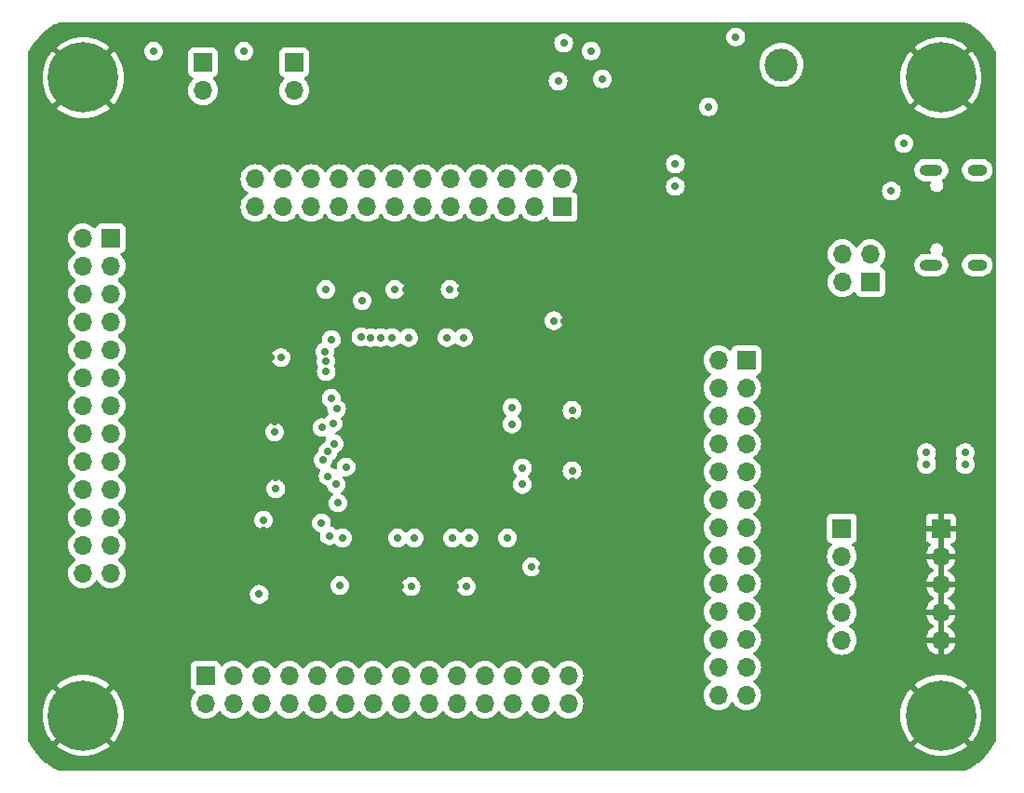
<source format=gbr>
%TF.GenerationSoftware,KiCad,Pcbnew,8.0.0*%
%TF.CreationDate,2024-03-05T09:29:14+01:00*%
%TF.ProjectId,pcb723,70636237-3233-42e6-9b69-6361645f7063,rev?*%
%TF.SameCoordinates,PX55d4a80PY2625a00*%
%TF.FileFunction,Copper,L2,Inr*%
%TF.FilePolarity,Positive*%
%FSLAX46Y46*%
G04 Gerber Fmt 4.6, Leading zero omitted, Abs format (unit mm)*
G04 Created by KiCad (PCBNEW 8.0.0) date 2024-03-05 09:29:14*
%MOMM*%
%LPD*%
G01*
G04 APERTURE LIST*
%TA.AperFunction,ComponentPad*%
%ADD10R,1.700000X1.700000*%
%TD*%
%TA.AperFunction,ComponentPad*%
%ADD11O,1.700000X1.700000*%
%TD*%
%TA.AperFunction,ComponentPad*%
%ADD12C,3.000000*%
%TD*%
%TA.AperFunction,ComponentPad*%
%ADD13C,0.800000*%
%TD*%
%TA.AperFunction,ComponentPad*%
%ADD14C,6.400000*%
%TD*%
%TA.AperFunction,ComponentPad*%
%ADD15O,2.100000X1.000000*%
%TD*%
%TA.AperFunction,ComponentPad*%
%ADD16O,1.800000X1.000000*%
%TD*%
%TA.AperFunction,ViaPad*%
%ADD17C,0.700000*%
%TD*%
G04 APERTURE END LIST*
D10*
%TO.N,/PA9*%
%TO.C,J6*%
X66300000Y-31690000D03*
D11*
%TO.N,/PA10*%
X63760000Y-31690000D03*
%TO.N,/PC9*%
X66300000Y-34230000D03*
%TO.N,/PA8*%
X63760000Y-34230000D03*
%TO.N,/PC7*%
X66300000Y-36770000D03*
%TO.N,/PC8*%
X63760000Y-36770000D03*
%TO.N,/PG8*%
X66300000Y-39310000D03*
%TO.N,/PC6*%
X63760000Y-39310000D03*
%TO.N,/PG6*%
X66300000Y-41850000D03*
%TO.N,/PG7*%
X63760000Y-41850000D03*
%TO.N,/PG4*%
X66300000Y-44390000D03*
%TO.N,/PG5*%
X63760000Y-44390000D03*
%TO.N,/PG2*%
X66300000Y-46930000D03*
%TO.N,/PG3*%
X63760000Y-46930000D03*
%TO.N,/PD14*%
X66300000Y-49470000D03*
%TO.N,/PD15*%
X63760000Y-49470000D03*
%TO.N,/PD12*%
X66300000Y-52010000D03*
%TO.N,/PD13*%
X63760000Y-52010000D03*
%TO.N,/PD10*%
X66300000Y-54550000D03*
%TO.N,/PD11*%
X63760000Y-54550000D03*
%TO.N,/PD8*%
X66300000Y-57090000D03*
%TO.N,/PD9*%
X63760000Y-57090000D03*
%TO.N,/PB14*%
X66300000Y-59630000D03*
%TO.N,/PB15*%
X63760000Y-59630000D03*
%TO.N,/PB12*%
X66300000Y-62170000D03*
%TO.N,/PB13*%
X63760000Y-62170000D03*
%TD*%
D10*
%TO.N,/PDR_ON*%
%TO.C,J2*%
X16900000Y-4610000D03*
D11*
%TO.N,Net-(J2-Pin_2)*%
X16900000Y-7150000D03*
%TD*%
D10*
%TO.N,GND*%
%TO.C,J11*%
X84000000Y-47000000D03*
D11*
X84000000Y-49540000D03*
X84000000Y-52080000D03*
X84000000Y-54620000D03*
X84000000Y-57160000D03*
%TD*%
D10*
%TO.N,/PC10*%
%TO.C,J9*%
X49600000Y-17760000D03*
D11*
%TO.N,/PC11*%
X49600000Y-15220000D03*
%TO.N,/PC12*%
X47060000Y-17760000D03*
%TO.N,/PD0*%
X47060000Y-15220000D03*
%TO.N,/PD1*%
X44520000Y-17760000D03*
%TO.N,/PD2*%
X44520000Y-15220000D03*
%TO.N,/PD3*%
X41980000Y-17760000D03*
%TO.N,/PD4*%
X41980000Y-15220000D03*
%TO.N,/PD5*%
X39440000Y-17760000D03*
%TO.N,/PD6*%
X39440000Y-15220000D03*
%TO.N,/PG9*%
X36900000Y-17760000D03*
%TO.N,/PD7*%
X36900000Y-15220000D03*
%TO.N,/PG11*%
X34360000Y-17760000D03*
%TO.N,/PG10*%
X34360000Y-15220000D03*
%TO.N,/PG13*%
X31820000Y-17760000D03*
%TO.N,/PG12*%
X31820000Y-15220000D03*
%TO.N,/PG15*%
X29280000Y-17760000D03*
%TO.N,/PG14*%
X29280000Y-15220000D03*
%TO.N,/PB5*%
X26740000Y-17760000D03*
%TO.N,/PB4(NJTRST)*%
X26740000Y-15220000D03*
%TO.N,/PB9*%
X24200000Y-17760000D03*
%TO.N,/PB8*%
X24200000Y-15220000D03*
%TO.N,/PE1*%
X21660000Y-17760000D03*
%TO.N,/PE0*%
X21660000Y-15220000D03*
%TD*%
D10*
%TO.N,/PA4*%
%TO.C,J7*%
X17120000Y-60400000D03*
D11*
%TO.N,/PA3*%
X17120000Y-62940000D03*
%TO.N,/PA5*%
X19660000Y-60400000D03*
%TO.N,/PA6*%
X19660000Y-62940000D03*
%TO.N,/PA7*%
X22200000Y-60400000D03*
%TO.N,/PC4*%
X22200000Y-62940000D03*
%TO.N,/PC5*%
X24740000Y-60400000D03*
%TO.N,/PB0*%
X24740000Y-62940000D03*
%TO.N,/PB1*%
X27280000Y-60400000D03*
%TO.N,/PB2*%
X27280000Y-62940000D03*
%TO.N,/PF11*%
X29820000Y-60400000D03*
%TO.N,/PF12*%
X29820000Y-62940000D03*
%TO.N,/PF13*%
X32360000Y-60400000D03*
%TO.N,/PF14*%
X32360000Y-62940000D03*
%TO.N,/PF15*%
X34900000Y-60400000D03*
%TO.N,/PG0*%
X34900000Y-62940000D03*
%TO.N,/PG1*%
X37440000Y-60400000D03*
%TO.N,/PE7*%
X37440000Y-62940000D03*
%TO.N,/PE8*%
X39980000Y-60400000D03*
%TO.N,/PE9*%
X39980000Y-62940000D03*
%TO.N,/PE11*%
X42520000Y-60400000D03*
%TO.N,/PE10*%
X42520000Y-62940000D03*
%TO.N,/PE13*%
X45060000Y-60400000D03*
%TO.N,/PE12*%
X45060000Y-62940000D03*
%TO.N,/PE15*%
X47600000Y-60400000D03*
%TO.N,/PE14*%
X47600000Y-62940000D03*
%TO.N,/PB10*%
X50140000Y-60400000D03*
%TO.N,/PB11*%
X50140000Y-62940000D03*
%TD*%
D12*
%TO.N,/T_JRCLK*%
%TO.C,TP1*%
X69500000Y-4840000D03*
%TD*%
D10*
%TO.N,Net-(J1-Pin_1)*%
%TO.C,J1*%
X25190000Y-4610000D03*
D11*
%TO.N,/BOOT0*%
X25190000Y-7150000D03*
%TD*%
D10*
%TO.N,+5V*%
%TO.C,J4*%
X77590000Y-24595000D03*
D11*
X77590000Y-22055000D03*
X75050000Y-24595000D03*
X75050000Y-22055000D03*
%TD*%
D13*
%TO.N,GND*%
%TO.C,H3*%
X3600000Y-64000000D03*
X4302944Y-62302944D03*
X4302944Y-65697056D03*
X6000000Y-61600000D03*
D14*
X6000000Y-64000000D03*
D13*
X6000000Y-66400000D03*
X7697056Y-62302944D03*
X7697056Y-65697056D03*
X8400000Y-64000000D03*
%TD*%
D10*
%TO.N,/PE2*%
%TO.C,J8*%
X8500000Y-20590000D03*
D11*
%TO.N,/PE3*%
X5960000Y-20590000D03*
%TO.N,/PE4*%
X8500000Y-23130000D03*
%TO.N,/PE5*%
X5960000Y-23130000D03*
%TO.N,/PE6*%
X8500000Y-25670000D03*
%TO.N,/PC13*%
X5960000Y-25670000D03*
%TO.N,/PC14*%
X8500000Y-28210000D03*
%TO.N,/PC15*%
X5960000Y-28210000D03*
%TO.N,/PF0*%
X8500000Y-30750000D03*
%TO.N,/PF1*%
X5960000Y-30750000D03*
%TO.N,/PF2*%
X8500000Y-33290000D03*
%TO.N,/PF3*%
X5960000Y-33290000D03*
%TO.N,/PF5*%
X8500000Y-35830000D03*
%TO.N,/PF4*%
X5960000Y-35830000D03*
%TO.N,/PF6*%
X8500000Y-38370000D03*
%TO.N,/PF7*%
X5960000Y-38370000D03*
%TO.N,/PF9*%
X8500000Y-40910000D03*
%TO.N,/PF8*%
X5960000Y-40910000D03*
%TO.N,/PC0*%
X8500000Y-43450000D03*
%TO.N,/PF10*%
X5960000Y-43450000D03*
%TO.N,/PC2_C*%
X8500000Y-45990000D03*
%TO.N,/PC1*%
X5960000Y-45990000D03*
%TO.N,/PA0*%
X8500000Y-48530000D03*
%TO.N,/PC3_C*%
X5960000Y-48530000D03*
%TO.N,/PA2*%
X8500000Y-51070000D03*
%TO.N,/PA1*%
X5960000Y-51070000D03*
%TD*%
D15*
%TO.N,Net-(J5-SHIELD)*%
%TO.C,J5*%
X83130000Y-23040000D03*
D16*
X87310000Y-23040000D03*
D15*
X83130000Y-14400000D03*
D16*
X87310000Y-14400000D03*
%TD*%
D13*
%TO.N,GND*%
%TO.C,H2*%
X81600000Y-6000000D03*
X82302944Y-4302944D03*
X82302944Y-7697056D03*
X84000000Y-3600000D03*
D14*
X84000000Y-6000000D03*
D13*
X84000000Y-8400000D03*
X85697056Y-4302944D03*
X85697056Y-7697056D03*
X86400000Y-6000000D03*
%TD*%
%TO.N,GND*%
%TO.C,H1*%
X3600000Y-6000000D03*
X4302944Y-4302944D03*
X4302944Y-7697056D03*
X6000000Y-3600000D03*
D14*
X6000000Y-6000000D03*
D13*
X6000000Y-8400000D03*
X7697056Y-4302944D03*
X7697056Y-7697056D03*
X8400000Y-6000000D03*
%TD*%
%TO.N,GND*%
%TO.C,H4*%
X81600000Y-64000000D03*
X82302944Y-62302944D03*
X82302944Y-65697056D03*
X84000000Y-61600000D03*
D14*
X84000000Y-64000000D03*
D13*
X84000000Y-66400000D03*
X85697056Y-62302944D03*
X85697056Y-65697056D03*
X86400000Y-64000000D03*
%TD*%
D10*
%TO.N,+3V3*%
%TO.C,J10*%
X75000000Y-47000000D03*
D11*
X75000000Y-49540000D03*
X75000000Y-52080000D03*
X75000000Y-54620000D03*
X75000000Y-57160000D03*
%TD*%
D17*
%TO.N,/T_NRST*%
X59850000Y-13850000D03*
X59850000Y-15900000D03*
X52200000Y-3570000D03*
X29900000Y-41400000D03*
%TO.N,+5V*%
X79500000Y-16320000D03*
%TO.N,/PDR_ON*%
X28587500Y-29800000D03*
%TO.N,/BOOT0*%
X31350000Y-26300000D03*
%TO.N,+3V3*%
X40820000Y-52280000D03*
X35820000Y-52280000D03*
X28087500Y-25270000D03*
X80622500Y-11990000D03*
X50460000Y-36270000D03*
X22390000Y-46230000D03*
X34360000Y-25270000D03*
X86200000Y-40100000D03*
X23970000Y-31460000D03*
X23390000Y-38230000D03*
X49190000Y-6310000D03*
X62870000Y-8650000D03*
X22005000Y-52990000D03*
X39360000Y-25270000D03*
X50460000Y-41770000D03*
X82700000Y-41200000D03*
X20620000Y-3590000D03*
X46770000Y-50500000D03*
X48800000Y-28100000D03*
X29325000Y-52190000D03*
X86200000Y-41200000D03*
X12380000Y-3590000D03*
X23516398Y-43386398D03*
X82700000Y-40100000D03*
%TO.N,GND*%
X47220000Y-53320000D03*
X22390000Y-47190000D03*
X50460000Y-42730000D03*
X14190000Y-47210000D03*
X73600000Y-30400000D03*
X23490000Y-42370000D03*
X14370000Y-35030000D03*
X49700003Y-28100000D03*
X13820000Y-42650000D03*
X70410000Y-11990000D03*
X34860000Y-52280000D03*
X49180000Y-4920000D03*
X27350000Y-51225000D03*
X80800000Y-21970000D03*
X65350000Y-3570000D03*
X87600000Y-28100000D03*
X20830000Y-6130000D03*
X84432500Y-44000000D03*
X13560000Y-9220000D03*
X17310000Y-20970000D03*
X84800000Y-28100000D03*
X47730000Y-50600000D03*
X26120000Y-26290000D03*
X23070387Y-31486459D03*
X31340000Y-3750000D03*
X39860000Y-52280000D03*
X23390000Y-37270000D03*
X50460000Y-37230000D03*
X40320000Y-25270000D03*
X50700000Y-27900000D03*
X27670000Y-45000000D03*
X24955000Y-52960000D03*
X86100000Y-42625000D03*
X77300000Y-13800000D03*
X80800000Y-15470000D03*
X86200000Y-28100000D03*
X35320000Y-25270000D03*
X51440000Y-66840000D03*
X82800000Y-42625000D03*
X22390000Y-44300000D03*
%TO.N,/T_SWO*%
X53200000Y-6110000D03*
X33050000Y-29650000D03*
%TO.N,Net-(U1-PB6)*%
X32149997Y-29650000D03*
X49700000Y-2850000D03*
%TO.N,Net-(U1-PB7)*%
X31253103Y-29575258D03*
X65350000Y-2300000D03*
%TO.N,/PD14*%
X45950000Y-41500000D03*
%TO.N,/PD13*%
X45950000Y-43000000D03*
%TO.N,/PC6*%
X45000000Y-36000000D03*
%TO.N,/PG8*%
X45000000Y-37500000D03*
%TO.N,/PF12*%
X34587500Y-47870000D03*
%TO.N,/PF13*%
X36087500Y-47870000D03*
%TO.N,/PA4*%
X29587500Y-47870000D03*
%TO.N,/PB11*%
X44587500Y-47870000D03*
%TO.N,/PE9*%
X39587500Y-47870000D03*
%TO.N,/PE10*%
X41087500Y-47870000D03*
%TO.N,/PE5*%
X27980000Y-30920000D03*
%TO.N,/PE6*%
X28084299Y-31813939D03*
%TO.N,/PC13*%
X28098800Y-32713825D03*
%TO.N,/PF4*%
X28550000Y-35155000D03*
%TO.N,/PF5*%
X29040000Y-36130000D03*
%TO.N,/PF10*%
X27810000Y-40780000D03*
%TO.N,/PF9*%
X28266319Y-40004257D03*
%TO.N,/PF7*%
X28720000Y-37430000D03*
%TO.N,/PF8*%
X28808709Y-39286053D03*
%TO.N,/PF6*%
X27730000Y-37830000D03*
%TO.N,/PC0*%
X28271804Y-42242791D03*
%TO.N,/PC2_C*%
X29180000Y-44690000D03*
%TO.N,/PC1*%
X28993276Y-42999833D03*
%TO.N,/PC3_C*%
X28380000Y-47670000D03*
%TO.N,/PA0*%
X27670000Y-46500000D03*
%TO.N,/PD5*%
X40590000Y-29640000D03*
%TO.N,/PD6*%
X39087500Y-29640000D03*
%TO.N,/PG15*%
X34087500Y-29640000D03*
%TO.N,/PG14*%
X35587500Y-29640000D03*
%TD*%
%TA.AperFunction,Conductor*%
%TO.N,GND*%
G36*
X84250000Y-56726988D02*
G01*
X84192993Y-56694075D01*
X84065826Y-56660000D01*
X83934174Y-56660000D01*
X83807007Y-56694075D01*
X83750000Y-56726988D01*
X83750000Y-55053012D01*
X83807007Y-55085925D01*
X83934174Y-55120000D01*
X84065826Y-55120000D01*
X84192993Y-55085925D01*
X84250000Y-55053012D01*
X84250000Y-56726988D01*
G37*
%TD.AperFunction*%
%TA.AperFunction,Conductor*%
G36*
X84250000Y-54186988D02*
G01*
X84192993Y-54154075D01*
X84065826Y-54120000D01*
X83934174Y-54120000D01*
X83807007Y-54154075D01*
X83750000Y-54186988D01*
X83750000Y-52513012D01*
X83807007Y-52545925D01*
X83934174Y-52580000D01*
X84065826Y-52580000D01*
X84192993Y-52545925D01*
X84250000Y-52513012D01*
X84250000Y-54186988D01*
G37*
%TD.AperFunction*%
%TA.AperFunction,Conductor*%
G36*
X84250000Y-51646988D02*
G01*
X84192993Y-51614075D01*
X84065826Y-51580000D01*
X83934174Y-51580000D01*
X83807007Y-51614075D01*
X83750000Y-51646988D01*
X83750000Y-49973012D01*
X83807007Y-50005925D01*
X83934174Y-50040000D01*
X84065826Y-50040000D01*
X84192993Y-50005925D01*
X84250000Y-49973012D01*
X84250000Y-51646988D01*
G37*
%TD.AperFunction*%
%TA.AperFunction,Conductor*%
G36*
X84250000Y-49106988D02*
G01*
X84192993Y-49074075D01*
X84065826Y-49040000D01*
X83934174Y-49040000D01*
X83807007Y-49074075D01*
X83750000Y-49106988D01*
X83750000Y-47433012D01*
X83807007Y-47465925D01*
X83934174Y-47500000D01*
X84065826Y-47500000D01*
X84192993Y-47465925D01*
X84250000Y-47433012D01*
X84250000Y-49106988D01*
G37*
%TD.AperFunction*%
%TA.AperFunction,Conductor*%
G36*
X86309138Y-1012598D02*
G01*
X86612869Y-1161083D01*
X86621877Y-1165958D01*
X87003544Y-1393383D01*
X87012123Y-1398989D01*
X87373693Y-1657144D01*
X87381770Y-1663431D01*
X87720796Y-1950571D01*
X87728336Y-1957512D01*
X88042487Y-2271663D01*
X88049428Y-2279203D01*
X88336564Y-2618224D01*
X88342859Y-2626312D01*
X88601010Y-2987876D01*
X88606616Y-2996455D01*
X88834041Y-3378122D01*
X88838918Y-3387136D01*
X88987400Y-3690861D01*
X89000000Y-3745321D01*
X89000000Y-66254677D01*
X88987401Y-66309137D01*
X88838919Y-66612863D01*
X88834041Y-66621877D01*
X88606616Y-67003544D01*
X88601010Y-67012123D01*
X88342859Y-67373687D01*
X88336564Y-67381775D01*
X88049428Y-67720796D01*
X88042487Y-67728336D01*
X87728336Y-68042487D01*
X87720796Y-68049428D01*
X87381775Y-68336564D01*
X87373687Y-68342859D01*
X87012123Y-68601010D01*
X87003544Y-68606616D01*
X86621877Y-68834041D01*
X86612863Y-68838918D01*
X86309139Y-68987400D01*
X86254679Y-69000000D01*
X3745321Y-69000000D01*
X3690861Y-68987400D01*
X3387136Y-68838918D01*
X3378122Y-68834041D01*
X2996455Y-68606616D01*
X2987876Y-68601010D01*
X2626312Y-68342859D01*
X2618224Y-68336564D01*
X2279203Y-68049428D01*
X2271663Y-68042487D01*
X1957512Y-67728336D01*
X1950571Y-67720796D01*
X1663435Y-67381775D01*
X1657140Y-67373687D01*
X1398989Y-67012123D01*
X1393383Y-67003544D01*
X1165958Y-66621877D01*
X1161080Y-66612863D01*
X1012599Y-66309137D01*
X1000000Y-66254677D01*
X1000000Y-64000000D01*
X2294922Y-64000000D01*
X2315219Y-64387287D01*
X2375886Y-64770323D01*
X2375887Y-64770330D01*
X2476262Y-65144936D01*
X2615244Y-65506994D01*
X2791310Y-65852543D01*
X3002531Y-66177793D01*
X3211095Y-66435350D01*
X3211096Y-66435350D01*
X4705748Y-64940698D01*
X4779588Y-65042330D01*
X4957670Y-65220412D01*
X5059300Y-65294251D01*
X3564648Y-66788903D01*
X3564649Y-66788904D01*
X3822206Y-66997468D01*
X4147456Y-67208689D01*
X4493005Y-67384755D01*
X4855063Y-67523737D01*
X5229669Y-67624112D01*
X5229676Y-67624113D01*
X5612712Y-67684780D01*
X5999999Y-67705078D01*
X6000001Y-67705078D01*
X6387287Y-67684780D01*
X6770323Y-67624113D01*
X6770330Y-67624112D01*
X7144936Y-67523737D01*
X7506994Y-67384755D01*
X7852543Y-67208689D01*
X8177783Y-66997476D01*
X8177785Y-66997475D01*
X8435349Y-66788902D01*
X6940698Y-65294251D01*
X7042330Y-65220412D01*
X7220412Y-65042330D01*
X7294251Y-64940698D01*
X8788902Y-66435349D01*
X8997475Y-66177785D01*
X8997476Y-66177783D01*
X9208689Y-65852543D01*
X9384755Y-65506994D01*
X9523737Y-65144936D01*
X9624112Y-64770330D01*
X9624113Y-64770323D01*
X9684780Y-64387287D01*
X9705078Y-64000000D01*
X9705078Y-63999999D01*
X9684780Y-63612712D01*
X9624113Y-63229676D01*
X9624112Y-63229669D01*
X9546496Y-62940000D01*
X15764341Y-62940000D01*
X15784936Y-63175403D01*
X15784938Y-63175413D01*
X15846094Y-63403655D01*
X15846096Y-63403659D01*
X15846097Y-63403663D01*
X15890787Y-63499500D01*
X15945965Y-63617830D01*
X15945967Y-63617834D01*
X16054281Y-63772521D01*
X16081505Y-63811401D01*
X16248599Y-63978495D01*
X16345384Y-64046265D01*
X16442165Y-64114032D01*
X16442167Y-64114033D01*
X16442170Y-64114035D01*
X16656337Y-64213903D01*
X16884592Y-64275063D01*
X17072918Y-64291539D01*
X17119999Y-64295659D01*
X17120000Y-64295659D01*
X17120001Y-64295659D01*
X17159234Y-64292226D01*
X17355408Y-64275063D01*
X17583663Y-64213903D01*
X17797830Y-64114035D01*
X17991401Y-63978495D01*
X18158495Y-63811401D01*
X18288425Y-63625842D01*
X18343002Y-63582217D01*
X18412500Y-63575023D01*
X18474855Y-63606546D01*
X18491575Y-63625842D01*
X18621500Y-63811395D01*
X18621505Y-63811401D01*
X18788599Y-63978495D01*
X18885384Y-64046265D01*
X18982165Y-64114032D01*
X18982167Y-64114033D01*
X18982170Y-64114035D01*
X19196337Y-64213903D01*
X19424592Y-64275063D01*
X19612918Y-64291539D01*
X19659999Y-64295659D01*
X19660000Y-64295659D01*
X19660001Y-64295659D01*
X19699234Y-64292226D01*
X19895408Y-64275063D01*
X20123663Y-64213903D01*
X20337830Y-64114035D01*
X20531401Y-63978495D01*
X20698495Y-63811401D01*
X20828425Y-63625842D01*
X20883002Y-63582217D01*
X20952500Y-63575023D01*
X21014855Y-63606546D01*
X21031575Y-63625842D01*
X21161500Y-63811395D01*
X21161505Y-63811401D01*
X21328599Y-63978495D01*
X21425384Y-64046265D01*
X21522165Y-64114032D01*
X21522167Y-64114033D01*
X21522170Y-64114035D01*
X21736337Y-64213903D01*
X21964592Y-64275063D01*
X22152918Y-64291539D01*
X22199999Y-64295659D01*
X22200000Y-64295659D01*
X22200001Y-64295659D01*
X22239234Y-64292226D01*
X22435408Y-64275063D01*
X22663663Y-64213903D01*
X22877830Y-64114035D01*
X23071401Y-63978495D01*
X23238495Y-63811401D01*
X23368425Y-63625842D01*
X23423002Y-63582217D01*
X23492500Y-63575023D01*
X23554855Y-63606546D01*
X23571575Y-63625842D01*
X23701500Y-63811395D01*
X23701505Y-63811401D01*
X23868599Y-63978495D01*
X23965384Y-64046265D01*
X24062165Y-64114032D01*
X24062167Y-64114033D01*
X24062170Y-64114035D01*
X24276337Y-64213903D01*
X24504592Y-64275063D01*
X24692918Y-64291539D01*
X24739999Y-64295659D01*
X24740000Y-64295659D01*
X24740001Y-64295659D01*
X24779234Y-64292226D01*
X24975408Y-64275063D01*
X25203663Y-64213903D01*
X25417830Y-64114035D01*
X25611401Y-63978495D01*
X25778495Y-63811401D01*
X25908425Y-63625842D01*
X25963002Y-63582217D01*
X26032500Y-63575023D01*
X26094855Y-63606546D01*
X26111575Y-63625842D01*
X26241500Y-63811395D01*
X26241505Y-63811401D01*
X26408599Y-63978495D01*
X26505384Y-64046265D01*
X26602165Y-64114032D01*
X26602167Y-64114033D01*
X26602170Y-64114035D01*
X26816337Y-64213903D01*
X27044592Y-64275063D01*
X27232918Y-64291539D01*
X27279999Y-64295659D01*
X27280000Y-64295659D01*
X27280001Y-64295659D01*
X27319234Y-64292226D01*
X27515408Y-64275063D01*
X27743663Y-64213903D01*
X27957830Y-64114035D01*
X28151401Y-63978495D01*
X28318495Y-63811401D01*
X28448425Y-63625842D01*
X28503002Y-63582217D01*
X28572500Y-63575023D01*
X28634855Y-63606546D01*
X28651575Y-63625842D01*
X28781500Y-63811395D01*
X28781505Y-63811401D01*
X28948599Y-63978495D01*
X29045384Y-64046265D01*
X29142165Y-64114032D01*
X29142167Y-64114033D01*
X29142170Y-64114035D01*
X29356337Y-64213903D01*
X29584592Y-64275063D01*
X29772918Y-64291539D01*
X29819999Y-64295659D01*
X29820000Y-64295659D01*
X29820001Y-64295659D01*
X29859234Y-64292226D01*
X30055408Y-64275063D01*
X30283663Y-64213903D01*
X30497830Y-64114035D01*
X30691401Y-63978495D01*
X30858495Y-63811401D01*
X30988425Y-63625842D01*
X31043002Y-63582217D01*
X31112500Y-63575023D01*
X31174855Y-63606546D01*
X31191575Y-63625842D01*
X31321500Y-63811395D01*
X31321505Y-63811401D01*
X31488599Y-63978495D01*
X31585384Y-64046265D01*
X31682165Y-64114032D01*
X31682167Y-64114033D01*
X31682170Y-64114035D01*
X31896337Y-64213903D01*
X32124592Y-64275063D01*
X32312918Y-64291539D01*
X32359999Y-64295659D01*
X32360000Y-64295659D01*
X32360001Y-64295659D01*
X32399234Y-64292226D01*
X32595408Y-64275063D01*
X32823663Y-64213903D01*
X33037830Y-64114035D01*
X33231401Y-63978495D01*
X33398495Y-63811401D01*
X33528425Y-63625842D01*
X33583002Y-63582217D01*
X33652500Y-63575023D01*
X33714855Y-63606546D01*
X33731575Y-63625842D01*
X33861500Y-63811395D01*
X33861505Y-63811401D01*
X34028599Y-63978495D01*
X34125384Y-64046265D01*
X34222165Y-64114032D01*
X34222167Y-64114033D01*
X34222170Y-64114035D01*
X34436337Y-64213903D01*
X34664592Y-64275063D01*
X34852918Y-64291539D01*
X34899999Y-64295659D01*
X34900000Y-64295659D01*
X34900001Y-64295659D01*
X34939234Y-64292226D01*
X35135408Y-64275063D01*
X35363663Y-64213903D01*
X35577830Y-64114035D01*
X35771401Y-63978495D01*
X35938495Y-63811401D01*
X36068425Y-63625842D01*
X36123002Y-63582217D01*
X36192500Y-63575023D01*
X36254855Y-63606546D01*
X36271575Y-63625842D01*
X36401500Y-63811395D01*
X36401505Y-63811401D01*
X36568599Y-63978495D01*
X36665384Y-64046265D01*
X36762165Y-64114032D01*
X36762167Y-64114033D01*
X36762170Y-64114035D01*
X36976337Y-64213903D01*
X37204592Y-64275063D01*
X37392918Y-64291539D01*
X37439999Y-64295659D01*
X37440000Y-64295659D01*
X37440001Y-64295659D01*
X37479234Y-64292226D01*
X37675408Y-64275063D01*
X37903663Y-64213903D01*
X38117830Y-64114035D01*
X38311401Y-63978495D01*
X38478495Y-63811401D01*
X38608425Y-63625842D01*
X38663002Y-63582217D01*
X38732500Y-63575023D01*
X38794855Y-63606546D01*
X38811575Y-63625842D01*
X38941500Y-63811395D01*
X38941505Y-63811401D01*
X39108599Y-63978495D01*
X39205384Y-64046265D01*
X39302165Y-64114032D01*
X39302167Y-64114033D01*
X39302170Y-64114035D01*
X39516337Y-64213903D01*
X39744592Y-64275063D01*
X39932918Y-64291539D01*
X39979999Y-64295659D01*
X39980000Y-64295659D01*
X39980001Y-64295659D01*
X40019234Y-64292226D01*
X40215408Y-64275063D01*
X40443663Y-64213903D01*
X40657830Y-64114035D01*
X40851401Y-63978495D01*
X41018495Y-63811401D01*
X41148425Y-63625842D01*
X41203002Y-63582217D01*
X41272500Y-63575023D01*
X41334855Y-63606546D01*
X41351575Y-63625842D01*
X41481500Y-63811395D01*
X41481505Y-63811401D01*
X41648599Y-63978495D01*
X41745384Y-64046265D01*
X41842165Y-64114032D01*
X41842167Y-64114033D01*
X41842170Y-64114035D01*
X42056337Y-64213903D01*
X42284592Y-64275063D01*
X42472918Y-64291539D01*
X42519999Y-64295659D01*
X42520000Y-64295659D01*
X42520001Y-64295659D01*
X42559234Y-64292226D01*
X42755408Y-64275063D01*
X42983663Y-64213903D01*
X43197830Y-64114035D01*
X43391401Y-63978495D01*
X43558495Y-63811401D01*
X43688425Y-63625842D01*
X43743002Y-63582217D01*
X43812500Y-63575023D01*
X43874855Y-63606546D01*
X43891575Y-63625842D01*
X44021500Y-63811395D01*
X44021505Y-63811401D01*
X44188599Y-63978495D01*
X44285384Y-64046265D01*
X44382165Y-64114032D01*
X44382167Y-64114033D01*
X44382170Y-64114035D01*
X44596337Y-64213903D01*
X44824592Y-64275063D01*
X45012918Y-64291539D01*
X45059999Y-64295659D01*
X45060000Y-64295659D01*
X45060001Y-64295659D01*
X45099234Y-64292226D01*
X45295408Y-64275063D01*
X45523663Y-64213903D01*
X45737830Y-64114035D01*
X45931401Y-63978495D01*
X46098495Y-63811401D01*
X46228425Y-63625842D01*
X46283002Y-63582217D01*
X46352500Y-63575023D01*
X46414855Y-63606546D01*
X46431575Y-63625842D01*
X46561500Y-63811395D01*
X46561505Y-63811401D01*
X46728599Y-63978495D01*
X46825384Y-64046265D01*
X46922165Y-64114032D01*
X46922167Y-64114033D01*
X46922170Y-64114035D01*
X47136337Y-64213903D01*
X47364592Y-64275063D01*
X47552918Y-64291539D01*
X47599999Y-64295659D01*
X47600000Y-64295659D01*
X47600001Y-64295659D01*
X47639234Y-64292226D01*
X47835408Y-64275063D01*
X48063663Y-64213903D01*
X48277830Y-64114035D01*
X48471401Y-63978495D01*
X48638495Y-63811401D01*
X48768425Y-63625842D01*
X48823002Y-63582217D01*
X48892500Y-63575023D01*
X48954855Y-63606546D01*
X48971575Y-63625842D01*
X49101500Y-63811395D01*
X49101505Y-63811401D01*
X49268599Y-63978495D01*
X49365384Y-64046265D01*
X49462165Y-64114032D01*
X49462167Y-64114033D01*
X49462170Y-64114035D01*
X49676337Y-64213903D01*
X49904592Y-64275063D01*
X50092918Y-64291539D01*
X50139999Y-64295659D01*
X50140000Y-64295659D01*
X50140001Y-64295659D01*
X50179234Y-64292226D01*
X50375408Y-64275063D01*
X50603663Y-64213903D01*
X50817830Y-64114035D01*
X50980689Y-64000000D01*
X80294922Y-64000000D01*
X80315219Y-64387287D01*
X80375886Y-64770323D01*
X80375887Y-64770330D01*
X80476262Y-65144936D01*
X80615244Y-65506994D01*
X80791310Y-65852543D01*
X81002531Y-66177793D01*
X81211095Y-66435350D01*
X81211096Y-66435350D01*
X82705748Y-64940698D01*
X82779588Y-65042330D01*
X82957670Y-65220412D01*
X83059300Y-65294251D01*
X81564648Y-66788903D01*
X81564649Y-66788904D01*
X81822206Y-66997468D01*
X82147456Y-67208689D01*
X82493005Y-67384755D01*
X82855063Y-67523737D01*
X83229669Y-67624112D01*
X83229676Y-67624113D01*
X83612712Y-67684780D01*
X83999999Y-67705078D01*
X84000001Y-67705078D01*
X84387287Y-67684780D01*
X84770323Y-67624113D01*
X84770330Y-67624112D01*
X85144936Y-67523737D01*
X85506994Y-67384755D01*
X85852543Y-67208689D01*
X86177783Y-66997476D01*
X86177785Y-66997475D01*
X86435349Y-66788902D01*
X84940698Y-65294251D01*
X85042330Y-65220412D01*
X85220412Y-65042330D01*
X85294251Y-64940698D01*
X86788902Y-66435349D01*
X86997475Y-66177785D01*
X86997476Y-66177783D01*
X87208689Y-65852543D01*
X87384755Y-65506994D01*
X87523737Y-65144936D01*
X87624112Y-64770330D01*
X87624113Y-64770323D01*
X87684780Y-64387287D01*
X87705078Y-64000000D01*
X87705078Y-63999999D01*
X87684780Y-63612712D01*
X87624113Y-63229676D01*
X87624112Y-63229669D01*
X87523737Y-62855063D01*
X87384755Y-62493005D01*
X87208689Y-62147456D01*
X86997468Y-61822206D01*
X86788904Y-61564649D01*
X86788903Y-61564648D01*
X85294251Y-63059300D01*
X85220412Y-62957670D01*
X85042330Y-62779588D01*
X84940698Y-62705748D01*
X86435350Y-61211096D01*
X86435350Y-61211095D01*
X86177793Y-61002531D01*
X85852543Y-60791310D01*
X85506994Y-60615244D01*
X85144936Y-60476262D01*
X84770330Y-60375887D01*
X84770323Y-60375886D01*
X84387287Y-60315219D01*
X84000001Y-60294922D01*
X83999999Y-60294922D01*
X83612712Y-60315219D01*
X83229676Y-60375886D01*
X83229669Y-60375887D01*
X82855063Y-60476262D01*
X82493005Y-60615244D01*
X82147456Y-60791310D01*
X81822206Y-61002531D01*
X81564648Y-61211095D01*
X81564648Y-61211096D01*
X83059301Y-62705748D01*
X82957670Y-62779588D01*
X82779588Y-62957670D01*
X82705748Y-63059300D01*
X81211096Y-61564648D01*
X81211095Y-61564648D01*
X81002531Y-61822206D01*
X80791310Y-62147456D01*
X80615244Y-62493005D01*
X80476262Y-62855063D01*
X80375887Y-63229669D01*
X80375886Y-63229676D01*
X80315219Y-63612712D01*
X80294922Y-63999999D01*
X80294922Y-64000000D01*
X50980689Y-64000000D01*
X51011401Y-63978495D01*
X51178495Y-63811401D01*
X51314035Y-63617830D01*
X51413903Y-63403663D01*
X51475063Y-63175408D01*
X51495659Y-62940000D01*
X51475063Y-62704592D01*
X51413903Y-62476337D01*
X51314035Y-62262171D01*
X51308425Y-62254158D01*
X51249497Y-62170000D01*
X62404341Y-62170000D01*
X62424936Y-62405403D01*
X62424938Y-62405413D01*
X62486094Y-62633655D01*
X62486096Y-62633659D01*
X62486097Y-62633663D01*
X62490000Y-62642032D01*
X62585965Y-62847830D01*
X62585967Y-62847834D01*
X62650502Y-62939999D01*
X62721505Y-63041401D01*
X62888599Y-63208495D01*
X62918839Y-63229669D01*
X63082165Y-63344032D01*
X63082167Y-63344033D01*
X63082170Y-63344035D01*
X63296337Y-63443903D01*
X63524592Y-63505063D01*
X63712918Y-63521539D01*
X63759999Y-63525659D01*
X63760000Y-63525659D01*
X63760001Y-63525659D01*
X63799234Y-63522226D01*
X63995408Y-63505063D01*
X64223663Y-63443903D01*
X64437830Y-63344035D01*
X64631401Y-63208495D01*
X64798495Y-63041401D01*
X64928425Y-62855842D01*
X64983002Y-62812217D01*
X65052500Y-62805023D01*
X65114855Y-62836546D01*
X65131575Y-62855842D01*
X65261500Y-63041395D01*
X65261505Y-63041401D01*
X65428599Y-63208495D01*
X65458839Y-63229669D01*
X65622165Y-63344032D01*
X65622167Y-63344033D01*
X65622170Y-63344035D01*
X65836337Y-63443903D01*
X66064592Y-63505063D01*
X66252918Y-63521539D01*
X66299999Y-63525659D01*
X66300000Y-63525659D01*
X66300001Y-63525659D01*
X66339234Y-63522226D01*
X66535408Y-63505063D01*
X66763663Y-63443903D01*
X66977830Y-63344035D01*
X67171401Y-63208495D01*
X67338495Y-63041401D01*
X67474035Y-62847830D01*
X67573903Y-62633663D01*
X67635063Y-62405408D01*
X67655659Y-62170000D01*
X67635063Y-61934592D01*
X67573903Y-61706337D01*
X67474035Y-61492171D01*
X67468425Y-61484158D01*
X67338494Y-61298597D01*
X67171402Y-61131506D01*
X67171396Y-61131501D01*
X66985842Y-61001575D01*
X66942217Y-60946998D01*
X66935023Y-60877500D01*
X66966546Y-60815145D01*
X66985842Y-60798425D01*
X67008026Y-60782891D01*
X67171401Y-60668495D01*
X67338495Y-60501401D01*
X67474035Y-60307830D01*
X67573903Y-60093663D01*
X67635063Y-59865408D01*
X67655659Y-59630000D01*
X67635063Y-59394592D01*
X67573903Y-59166337D01*
X67474035Y-58952171D01*
X67468425Y-58944158D01*
X67338494Y-58758597D01*
X67171402Y-58591506D01*
X67171396Y-58591501D01*
X66985842Y-58461575D01*
X66942217Y-58406998D01*
X66935023Y-58337500D01*
X66966546Y-58275145D01*
X66985842Y-58258425D01*
X67071426Y-58198498D01*
X67171401Y-58128495D01*
X67338495Y-57961401D01*
X67474035Y-57767830D01*
X67573903Y-57553663D01*
X67635063Y-57325408D01*
X67649535Y-57160000D01*
X73644341Y-57160000D01*
X73664936Y-57395403D01*
X73664938Y-57395413D01*
X73726094Y-57623655D01*
X73726096Y-57623659D01*
X73726097Y-57623663D01*
X73825847Y-57837578D01*
X73825965Y-57837830D01*
X73825967Y-57837834D01*
X73912486Y-57961395D01*
X73961505Y-58031401D01*
X74128599Y-58198495D01*
X74214188Y-58258425D01*
X74322165Y-58334032D01*
X74322167Y-58334033D01*
X74322170Y-58334035D01*
X74536337Y-58433903D01*
X74764592Y-58495063D01*
X74952918Y-58511539D01*
X74999999Y-58515659D01*
X75000000Y-58515659D01*
X75000001Y-58515659D01*
X75039234Y-58512226D01*
X75235408Y-58495063D01*
X75463663Y-58433903D01*
X75677830Y-58334035D01*
X75871401Y-58198495D01*
X76038495Y-58031401D01*
X76174035Y-57837830D01*
X76273903Y-57623663D01*
X76335063Y-57395408D01*
X76355659Y-57160000D01*
X76335063Y-56924592D01*
X76273903Y-56696337D01*
X76174035Y-56482171D01*
X76149957Y-56447783D01*
X76038494Y-56288597D01*
X75871402Y-56121506D01*
X75871396Y-56121501D01*
X75685842Y-55991575D01*
X75642217Y-55936998D01*
X75635023Y-55867500D01*
X75666546Y-55805145D01*
X75685842Y-55788425D01*
X75708026Y-55772891D01*
X75871401Y-55658495D01*
X76038495Y-55491401D01*
X76174035Y-55297830D01*
X76273903Y-55083663D01*
X76335063Y-54855408D01*
X76355659Y-54620000D01*
X76335063Y-54384592D01*
X76273903Y-54156337D01*
X76174035Y-53942171D01*
X76149957Y-53907783D01*
X76038494Y-53748597D01*
X75871402Y-53581506D01*
X75871396Y-53581501D01*
X75685842Y-53451575D01*
X75642217Y-53396998D01*
X75635023Y-53327500D01*
X75666546Y-53265145D01*
X75685842Y-53248425D01*
X75708026Y-53232891D01*
X75871401Y-53118495D01*
X76038495Y-52951401D01*
X76174035Y-52757830D01*
X76273903Y-52543663D01*
X76335063Y-52315408D01*
X76355659Y-52080000D01*
X76335063Y-51844592D01*
X76281443Y-51644476D01*
X76273905Y-51616344D01*
X76273904Y-51616343D01*
X76273903Y-51616337D01*
X76174035Y-51402171D01*
X76156181Y-51376672D01*
X76038494Y-51208597D01*
X75871402Y-51041506D01*
X75871396Y-51041501D01*
X75685842Y-50911575D01*
X75642217Y-50856998D01*
X75635023Y-50787500D01*
X75666546Y-50725145D01*
X75685842Y-50708425D01*
X75729575Y-50677803D01*
X75871401Y-50578495D01*
X76038495Y-50411401D01*
X76174035Y-50217830D01*
X76273903Y-50003663D01*
X76335063Y-49775408D01*
X76355659Y-49540000D01*
X76335063Y-49304592D01*
X76273903Y-49076337D01*
X76174035Y-48862171D01*
X76149956Y-48827783D01*
X76038496Y-48668600D01*
X75980506Y-48610610D01*
X75916567Y-48546671D01*
X75883084Y-48485351D01*
X75888068Y-48415659D01*
X75929939Y-48359725D01*
X75960915Y-48342810D01*
X76092331Y-48293796D01*
X76207546Y-48207546D01*
X76293796Y-48092331D01*
X76344091Y-47957483D01*
X76350500Y-47897873D01*
X76350500Y-47897844D01*
X82650000Y-47897844D01*
X82656401Y-47957372D01*
X82656403Y-47957379D01*
X82706645Y-48092086D01*
X82706649Y-48092093D01*
X82792809Y-48207187D01*
X82792812Y-48207190D01*
X82907906Y-48293350D01*
X82907913Y-48293354D01*
X83039986Y-48342614D01*
X83095920Y-48384485D01*
X83120337Y-48449949D01*
X83105486Y-48518222D01*
X83084335Y-48546477D01*
X82961886Y-48668926D01*
X82826400Y-48862420D01*
X82826399Y-48862422D01*
X82726570Y-49076507D01*
X82726567Y-49076513D01*
X82669364Y-49289999D01*
X82669364Y-49290000D01*
X83566988Y-49290000D01*
X83534075Y-49347007D01*
X83500000Y-49474174D01*
X83500000Y-49605826D01*
X83534075Y-49732993D01*
X83566988Y-49790000D01*
X82669364Y-49790000D01*
X82726567Y-50003486D01*
X82726570Y-50003492D01*
X82826399Y-50217578D01*
X82961894Y-50411082D01*
X83128917Y-50578105D01*
X83315031Y-50708425D01*
X83358656Y-50763003D01*
X83365848Y-50832501D01*
X83334326Y-50894856D01*
X83315031Y-50911575D01*
X83128922Y-51041890D01*
X83128920Y-51041891D01*
X82961891Y-51208920D01*
X82961886Y-51208926D01*
X82826400Y-51402420D01*
X82826399Y-51402422D01*
X82726570Y-51616507D01*
X82726567Y-51616513D01*
X82669364Y-51829999D01*
X82669364Y-51830000D01*
X83566988Y-51830000D01*
X83534075Y-51887007D01*
X83500000Y-52014174D01*
X83500000Y-52145826D01*
X83534075Y-52272993D01*
X83566988Y-52330000D01*
X82669364Y-52330000D01*
X82726567Y-52543486D01*
X82726570Y-52543492D01*
X82826399Y-52757578D01*
X82961894Y-52951082D01*
X83128917Y-53118105D01*
X83315031Y-53248425D01*
X83358656Y-53303003D01*
X83365848Y-53372501D01*
X83334326Y-53434856D01*
X83315031Y-53451575D01*
X83128922Y-53581890D01*
X83128920Y-53581891D01*
X82961891Y-53748920D01*
X82961886Y-53748926D01*
X82826400Y-53942420D01*
X82826399Y-53942422D01*
X82726570Y-54156507D01*
X82726567Y-54156513D01*
X82669364Y-54369999D01*
X82669364Y-54370000D01*
X83566988Y-54370000D01*
X83534075Y-54427007D01*
X83500000Y-54554174D01*
X83500000Y-54685826D01*
X83534075Y-54812993D01*
X83566988Y-54870000D01*
X82669364Y-54870000D01*
X82726567Y-55083486D01*
X82726570Y-55083492D01*
X82826399Y-55297578D01*
X82961894Y-55491082D01*
X83128917Y-55658105D01*
X83315031Y-55788425D01*
X83358656Y-55843003D01*
X83365848Y-55912501D01*
X83334326Y-55974856D01*
X83315031Y-55991575D01*
X83128922Y-56121890D01*
X83128920Y-56121891D01*
X82961891Y-56288920D01*
X82961886Y-56288926D01*
X82826400Y-56482420D01*
X82826399Y-56482422D01*
X82726570Y-56696507D01*
X82726567Y-56696513D01*
X82669364Y-56909999D01*
X82669364Y-56910000D01*
X83566988Y-56910000D01*
X83534075Y-56967007D01*
X83500000Y-57094174D01*
X83500000Y-57225826D01*
X83534075Y-57352993D01*
X83566988Y-57410000D01*
X82669364Y-57410000D01*
X82726567Y-57623486D01*
X82726570Y-57623492D01*
X82826399Y-57837578D01*
X82961894Y-58031082D01*
X83128917Y-58198105D01*
X83322421Y-58333600D01*
X83536507Y-58433429D01*
X83536516Y-58433433D01*
X83750000Y-58490634D01*
X83750000Y-57593012D01*
X83807007Y-57625925D01*
X83934174Y-57660000D01*
X84065826Y-57660000D01*
X84192993Y-57625925D01*
X84250000Y-57593012D01*
X84250000Y-58490633D01*
X84463483Y-58433433D01*
X84463492Y-58433429D01*
X84677578Y-58333600D01*
X84871082Y-58198105D01*
X85038105Y-58031082D01*
X85173600Y-57837578D01*
X85273429Y-57623492D01*
X85273432Y-57623486D01*
X85330636Y-57410000D01*
X84433012Y-57410000D01*
X84465925Y-57352993D01*
X84500000Y-57225826D01*
X84500000Y-57094174D01*
X84465925Y-56967007D01*
X84433012Y-56910000D01*
X85330636Y-56910000D01*
X85330635Y-56909999D01*
X85273432Y-56696513D01*
X85273429Y-56696507D01*
X85173600Y-56482422D01*
X85173599Y-56482420D01*
X85038113Y-56288926D01*
X85038108Y-56288920D01*
X84871082Y-56121894D01*
X84684968Y-55991575D01*
X84641344Y-55936998D01*
X84634151Y-55867499D01*
X84665673Y-55805145D01*
X84684968Y-55788425D01*
X84871082Y-55658105D01*
X85038105Y-55491082D01*
X85173600Y-55297578D01*
X85273429Y-55083492D01*
X85273432Y-55083486D01*
X85330636Y-54870000D01*
X84433012Y-54870000D01*
X84465925Y-54812993D01*
X84500000Y-54685826D01*
X84500000Y-54554174D01*
X84465925Y-54427007D01*
X84433012Y-54370000D01*
X85330636Y-54370000D01*
X85330635Y-54369999D01*
X85273432Y-54156513D01*
X85273429Y-54156507D01*
X85173600Y-53942422D01*
X85173599Y-53942420D01*
X85038113Y-53748926D01*
X85038108Y-53748920D01*
X84871082Y-53581894D01*
X84684968Y-53451575D01*
X84641344Y-53396998D01*
X84634151Y-53327499D01*
X84665673Y-53265145D01*
X84684968Y-53248425D01*
X84871082Y-53118105D01*
X85038105Y-52951082D01*
X85173600Y-52757578D01*
X85273429Y-52543492D01*
X85273432Y-52543486D01*
X85330636Y-52330000D01*
X84433012Y-52330000D01*
X84465925Y-52272993D01*
X84500000Y-52145826D01*
X84500000Y-52014174D01*
X84465925Y-51887007D01*
X84433012Y-51830000D01*
X85330636Y-51830000D01*
X85330635Y-51829999D01*
X85273432Y-51616513D01*
X85273429Y-51616507D01*
X85173600Y-51402422D01*
X85173599Y-51402420D01*
X85038113Y-51208926D01*
X85038108Y-51208920D01*
X84871082Y-51041894D01*
X84684968Y-50911575D01*
X84641344Y-50856998D01*
X84634151Y-50787499D01*
X84665673Y-50725145D01*
X84684968Y-50708425D01*
X84871082Y-50578105D01*
X85038105Y-50411082D01*
X85173600Y-50217578D01*
X85273429Y-50003492D01*
X85273432Y-50003486D01*
X85330636Y-49790000D01*
X84433012Y-49790000D01*
X84465925Y-49732993D01*
X84500000Y-49605826D01*
X84500000Y-49474174D01*
X84465925Y-49347007D01*
X84433012Y-49290000D01*
X85330636Y-49290000D01*
X85330635Y-49289999D01*
X85273432Y-49076513D01*
X85273429Y-49076507D01*
X85173600Y-48862422D01*
X85173599Y-48862420D01*
X85038113Y-48668926D01*
X85038108Y-48668920D01*
X84915665Y-48546477D01*
X84882180Y-48485154D01*
X84887164Y-48415462D01*
X84929036Y-48359529D01*
X84960013Y-48342614D01*
X85092086Y-48293354D01*
X85092093Y-48293350D01*
X85207187Y-48207190D01*
X85207190Y-48207187D01*
X85293350Y-48092093D01*
X85293354Y-48092086D01*
X85343596Y-47957379D01*
X85343598Y-47957372D01*
X85349999Y-47897844D01*
X85350000Y-47897827D01*
X85350000Y-47250000D01*
X84433012Y-47250000D01*
X84465925Y-47192993D01*
X84500000Y-47065826D01*
X84500000Y-46934174D01*
X84465925Y-46807007D01*
X84433012Y-46750000D01*
X85350000Y-46750000D01*
X85350000Y-46102172D01*
X85349999Y-46102155D01*
X85343598Y-46042627D01*
X85343596Y-46042620D01*
X85293354Y-45907913D01*
X85293350Y-45907906D01*
X85207190Y-45792812D01*
X85207187Y-45792809D01*
X85092093Y-45706649D01*
X85092086Y-45706645D01*
X84957379Y-45656403D01*
X84957372Y-45656401D01*
X84897844Y-45650000D01*
X84250000Y-45650000D01*
X84250000Y-46566988D01*
X84192993Y-46534075D01*
X84065826Y-46500000D01*
X83934174Y-46500000D01*
X83807007Y-46534075D01*
X83750000Y-46566988D01*
X83750000Y-45650000D01*
X83102155Y-45650000D01*
X83042627Y-45656401D01*
X83042620Y-45656403D01*
X82907913Y-45706645D01*
X82907906Y-45706649D01*
X82792812Y-45792809D01*
X82792809Y-45792812D01*
X82706649Y-45907906D01*
X82706645Y-45907913D01*
X82656403Y-46042620D01*
X82656401Y-46042627D01*
X82650000Y-46102155D01*
X82650000Y-46750000D01*
X83566988Y-46750000D01*
X83534075Y-46807007D01*
X83500000Y-46934174D01*
X83500000Y-47065826D01*
X83534075Y-47192993D01*
X83566988Y-47250000D01*
X82650000Y-47250000D01*
X82650000Y-47897844D01*
X76350500Y-47897844D01*
X76350499Y-46102128D01*
X76344091Y-46042517D01*
X76327239Y-45997335D01*
X76293797Y-45907671D01*
X76293793Y-45907664D01*
X76207547Y-45792455D01*
X76207544Y-45792452D01*
X76092335Y-45706206D01*
X76092328Y-45706202D01*
X75957482Y-45655908D01*
X75957483Y-45655908D01*
X75897883Y-45649501D01*
X75897881Y-45649500D01*
X75897873Y-45649500D01*
X75897864Y-45649500D01*
X74102129Y-45649500D01*
X74102123Y-45649501D01*
X74042516Y-45655908D01*
X73907671Y-45706202D01*
X73907664Y-45706206D01*
X73792455Y-45792452D01*
X73792452Y-45792455D01*
X73706206Y-45907664D01*
X73706202Y-45907671D01*
X73655908Y-46042517D01*
X73649501Y-46102116D01*
X73649501Y-46102123D01*
X73649500Y-46102135D01*
X73649500Y-47897870D01*
X73649501Y-47897876D01*
X73655908Y-47957483D01*
X73706202Y-48092328D01*
X73706206Y-48092335D01*
X73792452Y-48207544D01*
X73792455Y-48207547D01*
X73907664Y-48293793D01*
X73907671Y-48293797D01*
X74039081Y-48342810D01*
X74095015Y-48384681D01*
X74119432Y-48450145D01*
X74104580Y-48518418D01*
X74083430Y-48546673D01*
X73961503Y-48668600D01*
X73825965Y-48862169D01*
X73825964Y-48862171D01*
X73726098Y-49076335D01*
X73726094Y-49076344D01*
X73664938Y-49304586D01*
X73664936Y-49304596D01*
X73644341Y-49539999D01*
X73644341Y-49540000D01*
X73664936Y-49775403D01*
X73664938Y-49775413D01*
X73726094Y-50003655D01*
X73726096Y-50003659D01*
X73726097Y-50003663D01*
X73816997Y-50198599D01*
X73825965Y-50217830D01*
X73825967Y-50217834D01*
X73912486Y-50341395D01*
X73955940Y-50403454D01*
X73961501Y-50411395D01*
X73961506Y-50411402D01*
X74128597Y-50578493D01*
X74128603Y-50578498D01*
X74314158Y-50708425D01*
X74357783Y-50763002D01*
X74364977Y-50832500D01*
X74333454Y-50894855D01*
X74314158Y-50911575D01*
X74128597Y-51041505D01*
X73961505Y-51208597D01*
X73825965Y-51402169D01*
X73825964Y-51402171D01*
X73726098Y-51616335D01*
X73726094Y-51616344D01*
X73664938Y-51844586D01*
X73664936Y-51844596D01*
X73644341Y-52079999D01*
X73644341Y-52080000D01*
X73664936Y-52315403D01*
X73664938Y-52315413D01*
X73726094Y-52543655D01*
X73726096Y-52543659D01*
X73726097Y-52543663D01*
X73825847Y-52757578D01*
X73825965Y-52757830D01*
X73825967Y-52757834D01*
X73961501Y-52951395D01*
X73961506Y-52951402D01*
X74128597Y-53118493D01*
X74128603Y-53118498D01*
X74314158Y-53248425D01*
X74357783Y-53303002D01*
X74364977Y-53372500D01*
X74333454Y-53434855D01*
X74314158Y-53451575D01*
X74128597Y-53581505D01*
X73961505Y-53748597D01*
X73825965Y-53942169D01*
X73825964Y-53942171D01*
X73726098Y-54156335D01*
X73726094Y-54156344D01*
X73664938Y-54384586D01*
X73664936Y-54384596D01*
X73644341Y-54619999D01*
X73644341Y-54620000D01*
X73664936Y-54855403D01*
X73664938Y-54855413D01*
X73726094Y-55083655D01*
X73726096Y-55083659D01*
X73726097Y-55083663D01*
X73825847Y-55297578D01*
X73825965Y-55297830D01*
X73825967Y-55297834D01*
X73961501Y-55491395D01*
X73961506Y-55491402D01*
X74128597Y-55658493D01*
X74128603Y-55658498D01*
X74314158Y-55788425D01*
X74357783Y-55843002D01*
X74364977Y-55912500D01*
X74333454Y-55974855D01*
X74314158Y-55991575D01*
X74128597Y-56121505D01*
X73961505Y-56288597D01*
X73825965Y-56482169D01*
X73825964Y-56482171D01*
X73726098Y-56696335D01*
X73726094Y-56696344D01*
X73664938Y-56924586D01*
X73664936Y-56924596D01*
X73644341Y-57159999D01*
X73644341Y-57160000D01*
X67649535Y-57160000D01*
X67655659Y-57090000D01*
X67635063Y-56854592D01*
X67573903Y-56626337D01*
X67474035Y-56412171D01*
X67468425Y-56404158D01*
X67338494Y-56218597D01*
X67171402Y-56051506D01*
X67171396Y-56051501D01*
X66985842Y-55921575D01*
X66942217Y-55866998D01*
X66935023Y-55797500D01*
X66966546Y-55735145D01*
X66985842Y-55718425D01*
X67071426Y-55658498D01*
X67171401Y-55588495D01*
X67338495Y-55421401D01*
X67474035Y-55227830D01*
X67573903Y-55013663D01*
X67635063Y-54785408D01*
X67655659Y-54550000D01*
X67635063Y-54314592D01*
X67573903Y-54086337D01*
X67474035Y-53872171D01*
X67468425Y-53864158D01*
X67338494Y-53678597D01*
X67171402Y-53511506D01*
X67171396Y-53511501D01*
X66985842Y-53381575D01*
X66942217Y-53326998D01*
X66935023Y-53257500D01*
X66966546Y-53195145D01*
X66985842Y-53178425D01*
X67071426Y-53118498D01*
X67171401Y-53048495D01*
X67338495Y-52881401D01*
X67474035Y-52687830D01*
X67573903Y-52473663D01*
X67635063Y-52245408D01*
X67655659Y-52010000D01*
X67635063Y-51774592D01*
X67573903Y-51546337D01*
X67474035Y-51332171D01*
X67468425Y-51324158D01*
X67338494Y-51138597D01*
X67171402Y-50971506D01*
X67171396Y-50971501D01*
X66985842Y-50841575D01*
X66942217Y-50786998D01*
X66935023Y-50717500D01*
X66966546Y-50655145D01*
X66985842Y-50638425D01*
X67071426Y-50578498D01*
X67171401Y-50508495D01*
X67338495Y-50341401D01*
X67474035Y-50147830D01*
X67573903Y-49933663D01*
X67635063Y-49705408D01*
X67655659Y-49470000D01*
X67635063Y-49234592D01*
X67573903Y-49006337D01*
X67474035Y-48792171D01*
X67468425Y-48784158D01*
X67338494Y-48598597D01*
X67171402Y-48431506D01*
X67171396Y-48431501D01*
X66985842Y-48301575D01*
X66942217Y-48246998D01*
X66935023Y-48177500D01*
X66966546Y-48115145D01*
X66985842Y-48098425D01*
X67058132Y-48047807D01*
X67171401Y-47968495D01*
X67338495Y-47801401D01*
X67474035Y-47607830D01*
X67573903Y-47393663D01*
X67635063Y-47165408D01*
X67655659Y-46930000D01*
X67655605Y-46929388D01*
X67644898Y-46807007D01*
X67635063Y-46694592D01*
X67573903Y-46466337D01*
X67474035Y-46252171D01*
X67468425Y-46244158D01*
X67338494Y-46058597D01*
X67171402Y-45891506D01*
X67171396Y-45891501D01*
X66985842Y-45761575D01*
X66942217Y-45706998D01*
X66935023Y-45637500D01*
X66966546Y-45575145D01*
X66985842Y-45558425D01*
X67084438Y-45489387D01*
X67171401Y-45428495D01*
X67338495Y-45261401D01*
X67474035Y-45067830D01*
X67573903Y-44853663D01*
X67635063Y-44625408D01*
X67655659Y-44390000D01*
X67635063Y-44154592D01*
X67573903Y-43926337D01*
X67474035Y-43712171D01*
X67468425Y-43704158D01*
X67338494Y-43518597D01*
X67171402Y-43351506D01*
X67171396Y-43351501D01*
X66985842Y-43221575D01*
X66942217Y-43166998D01*
X66935023Y-43097500D01*
X66966546Y-43035145D01*
X66985842Y-43018425D01*
X67008026Y-43002891D01*
X67171401Y-42888495D01*
X67338495Y-42721401D01*
X67474035Y-42527830D01*
X67573903Y-42313663D01*
X67635063Y-42085408D01*
X67655659Y-41850000D01*
X67635063Y-41614592D01*
X67573903Y-41386337D01*
X67487012Y-41200000D01*
X81844815Y-41200000D01*
X81863503Y-41377805D01*
X81863504Y-41377807D01*
X81918747Y-41547829D01*
X81918750Y-41547835D01*
X82008141Y-41702665D01*
X82041871Y-41740126D01*
X82127764Y-41835521D01*
X82127767Y-41835523D01*
X82127770Y-41835526D01*
X82272407Y-41940612D01*
X82435733Y-42013329D01*
X82610609Y-42050500D01*
X82610610Y-42050500D01*
X82789389Y-42050500D01*
X82789391Y-42050500D01*
X82964267Y-42013329D01*
X83127593Y-41940612D01*
X83272230Y-41835526D01*
X83391859Y-41702665D01*
X83481250Y-41547835D01*
X83536497Y-41377803D01*
X83555185Y-41200000D01*
X85344815Y-41200000D01*
X85363503Y-41377805D01*
X85363504Y-41377807D01*
X85418747Y-41547829D01*
X85418750Y-41547835D01*
X85508141Y-41702665D01*
X85541871Y-41740126D01*
X85627764Y-41835521D01*
X85627767Y-41835523D01*
X85627770Y-41835526D01*
X85772407Y-41940612D01*
X85935733Y-42013329D01*
X86110609Y-42050500D01*
X86110610Y-42050500D01*
X86289389Y-42050500D01*
X86289391Y-42050500D01*
X86464267Y-42013329D01*
X86627593Y-41940612D01*
X86772230Y-41835526D01*
X86891859Y-41702665D01*
X86981250Y-41547835D01*
X87036497Y-41377803D01*
X87055185Y-41200000D01*
X87036497Y-41022197D01*
X87000042Y-40910000D01*
X86981252Y-40852170D01*
X86981250Y-40852167D01*
X86981250Y-40852165D01*
X86900326Y-40712000D01*
X86883853Y-40644099D01*
X86900326Y-40588000D01*
X86947137Y-40506920D01*
X86981250Y-40447835D01*
X86981735Y-40446344D01*
X86986340Y-40432170D01*
X87036497Y-40277803D01*
X87055185Y-40100000D01*
X87036497Y-39922197D01*
X86993126Y-39788716D01*
X86981252Y-39752170D01*
X86981249Y-39752164D01*
X86891859Y-39597335D01*
X86838816Y-39538425D01*
X86772235Y-39464478D01*
X86772232Y-39464476D01*
X86772231Y-39464475D01*
X86772230Y-39464474D01*
X86627593Y-39359388D01*
X86464267Y-39286671D01*
X86464265Y-39286670D01*
X86336594Y-39259533D01*
X86289391Y-39249500D01*
X86110609Y-39249500D01*
X86079954Y-39256015D01*
X85935733Y-39286670D01*
X85935728Y-39286672D01*
X85772408Y-39359387D01*
X85627768Y-39464475D01*
X85508140Y-39597336D01*
X85418750Y-39752164D01*
X85418747Y-39752170D01*
X85363504Y-39922192D01*
X85363503Y-39922194D01*
X85344815Y-40100000D01*
X85363503Y-40277805D01*
X85363504Y-40277807D01*
X85418747Y-40447829D01*
X85418749Y-40447832D01*
X85418750Y-40447835D01*
X85452863Y-40506920D01*
X85499674Y-40588001D01*
X85516146Y-40655901D01*
X85499674Y-40711999D01*
X85418749Y-40852167D01*
X85418747Y-40852170D01*
X85363504Y-41022192D01*
X85363503Y-41022194D01*
X85344815Y-41200000D01*
X83555185Y-41200000D01*
X83536497Y-41022197D01*
X83500042Y-40910000D01*
X83481252Y-40852170D01*
X83481250Y-40852167D01*
X83481250Y-40852165D01*
X83400326Y-40712000D01*
X83383853Y-40644099D01*
X83400326Y-40588000D01*
X83447137Y-40506920D01*
X83481250Y-40447835D01*
X83481735Y-40446344D01*
X83486340Y-40432170D01*
X83536497Y-40277803D01*
X83555185Y-40100000D01*
X83536497Y-39922197D01*
X83493126Y-39788716D01*
X83481252Y-39752170D01*
X83481249Y-39752164D01*
X83391859Y-39597335D01*
X83338816Y-39538425D01*
X83272235Y-39464478D01*
X83272232Y-39464476D01*
X83272231Y-39464475D01*
X83272230Y-39464474D01*
X83127593Y-39359388D01*
X82964267Y-39286671D01*
X82964265Y-39286670D01*
X82836594Y-39259533D01*
X82789391Y-39249500D01*
X82610609Y-39249500D01*
X82579954Y-39256015D01*
X82435733Y-39286670D01*
X82435728Y-39286672D01*
X82272408Y-39359387D01*
X82127768Y-39464475D01*
X82008140Y-39597336D01*
X81918750Y-39752164D01*
X81918747Y-39752170D01*
X81863504Y-39922192D01*
X81863503Y-39922194D01*
X81844815Y-40100000D01*
X81863503Y-40277805D01*
X81863504Y-40277807D01*
X81918747Y-40447829D01*
X81918749Y-40447832D01*
X81918750Y-40447835D01*
X81952863Y-40506920D01*
X81999674Y-40588001D01*
X82016146Y-40655901D01*
X81999674Y-40711999D01*
X81918749Y-40852167D01*
X81918747Y-40852170D01*
X81863504Y-41022192D01*
X81863503Y-41022194D01*
X81844815Y-41200000D01*
X67487012Y-41200000D01*
X67474035Y-41172171D01*
X67468425Y-41164158D01*
X67338494Y-40978597D01*
X67171402Y-40811506D01*
X67171396Y-40811501D01*
X66985842Y-40681575D01*
X66942217Y-40626998D01*
X66935023Y-40557500D01*
X66966546Y-40495145D01*
X66985842Y-40478425D01*
X67051909Y-40432164D01*
X67171401Y-40348495D01*
X67338495Y-40181401D01*
X67474035Y-39987830D01*
X67573903Y-39773663D01*
X67635063Y-39545408D01*
X67655659Y-39310000D01*
X67635063Y-39074592D01*
X67573903Y-38846337D01*
X67474035Y-38632171D01*
X67468425Y-38624158D01*
X67338494Y-38438597D01*
X67171402Y-38271506D01*
X67171396Y-38271501D01*
X66985842Y-38141575D01*
X66942217Y-38086998D01*
X66935023Y-38017500D01*
X66966546Y-37955145D01*
X66985842Y-37938425D01*
X67066191Y-37882164D01*
X67171401Y-37808495D01*
X67338495Y-37641401D01*
X67474035Y-37447830D01*
X67573903Y-37233663D01*
X67635063Y-37005408D01*
X67655659Y-36770000D01*
X67635063Y-36534592D01*
X67573903Y-36306337D01*
X67474035Y-36092171D01*
X67468425Y-36084158D01*
X67338494Y-35898597D01*
X67171402Y-35731506D01*
X67171396Y-35731501D01*
X66985842Y-35601575D01*
X66942217Y-35546998D01*
X66935023Y-35477500D01*
X66966546Y-35415145D01*
X66985842Y-35398425D01*
X67079557Y-35332805D01*
X67171401Y-35268495D01*
X67338495Y-35101401D01*
X67474035Y-34907830D01*
X67573903Y-34693663D01*
X67635063Y-34465408D01*
X67655659Y-34230000D01*
X67635063Y-33994592D01*
X67573903Y-33766337D01*
X67474035Y-33552171D01*
X67468424Y-33544158D01*
X67338496Y-33358600D01*
X67329242Y-33349346D01*
X67216567Y-33236671D01*
X67183084Y-33175351D01*
X67188068Y-33105659D01*
X67229939Y-33049725D01*
X67260915Y-33032810D01*
X67392331Y-32983796D01*
X67507546Y-32897546D01*
X67593796Y-32782331D01*
X67644091Y-32647483D01*
X67650500Y-32587873D01*
X67650499Y-30792128D01*
X67644091Y-30732517D01*
X67642810Y-30729083D01*
X67593797Y-30597671D01*
X67593793Y-30597664D01*
X67507547Y-30482455D01*
X67507544Y-30482452D01*
X67392335Y-30396206D01*
X67392328Y-30396202D01*
X67257482Y-30345908D01*
X67257483Y-30345908D01*
X67197883Y-30339501D01*
X67197881Y-30339500D01*
X67197873Y-30339500D01*
X67197864Y-30339500D01*
X65402129Y-30339500D01*
X65402123Y-30339501D01*
X65342516Y-30345908D01*
X65207671Y-30396202D01*
X65207664Y-30396206D01*
X65092455Y-30482452D01*
X65092452Y-30482455D01*
X65006206Y-30597664D01*
X65006203Y-30597669D01*
X64957189Y-30729083D01*
X64915317Y-30785016D01*
X64849853Y-30809433D01*
X64781580Y-30794581D01*
X64753326Y-30773430D01*
X64631402Y-30651506D01*
X64631395Y-30651501D01*
X64437834Y-30515967D01*
X64437830Y-30515965D01*
X64383220Y-30490500D01*
X64223663Y-30416097D01*
X64223659Y-30416096D01*
X64223655Y-30416094D01*
X63995413Y-30354938D01*
X63995403Y-30354936D01*
X63760001Y-30334341D01*
X63759999Y-30334341D01*
X63524596Y-30354936D01*
X63524586Y-30354938D01*
X63296344Y-30416094D01*
X63296335Y-30416098D01*
X63082171Y-30515964D01*
X63082169Y-30515965D01*
X62888597Y-30651505D01*
X62721505Y-30818597D01*
X62585965Y-31012169D01*
X62585964Y-31012171D01*
X62539334Y-31112170D01*
X62488105Y-31222032D01*
X62486098Y-31226335D01*
X62486094Y-31226344D01*
X62424938Y-31454586D01*
X62424936Y-31454596D01*
X62404341Y-31689999D01*
X62404341Y-31690000D01*
X62424936Y-31925403D01*
X62424938Y-31925413D01*
X62486094Y-32153655D01*
X62486096Y-32153659D01*
X62486097Y-32153663D01*
X62570499Y-32334663D01*
X62585965Y-32367830D01*
X62585967Y-32367834D01*
X62721501Y-32561395D01*
X62721506Y-32561402D01*
X62888597Y-32728493D01*
X62888603Y-32728498D01*
X63074158Y-32858425D01*
X63117783Y-32913002D01*
X63124977Y-32982500D01*
X63093454Y-33044855D01*
X63074158Y-33061575D01*
X62888597Y-33191505D01*
X62721505Y-33358597D01*
X62585965Y-33552169D01*
X62585964Y-33552171D01*
X62492401Y-33752816D01*
X62488105Y-33762032D01*
X62486098Y-33766335D01*
X62486094Y-33766344D01*
X62424938Y-33994586D01*
X62424936Y-33994596D01*
X62404341Y-34229999D01*
X62404341Y-34230000D01*
X62424936Y-34465403D01*
X62424938Y-34465413D01*
X62486094Y-34693655D01*
X62486096Y-34693659D01*
X62486097Y-34693663D01*
X62566004Y-34865023D01*
X62585965Y-34907830D01*
X62585967Y-34907834D01*
X62634534Y-34977194D01*
X62721501Y-35101396D01*
X62721506Y-35101402D01*
X62888597Y-35268493D01*
X62888603Y-35268498D01*
X63074158Y-35398425D01*
X63117783Y-35453002D01*
X63124977Y-35522500D01*
X63093454Y-35584855D01*
X63074158Y-35601575D01*
X62888597Y-35731505D01*
X62721505Y-35898597D01*
X62585965Y-36092169D01*
X62585964Y-36092171D01*
X62503041Y-36270000D01*
X62488105Y-36302032D01*
X62486098Y-36306335D01*
X62486094Y-36306344D01*
X62424938Y-36534586D01*
X62424936Y-36534596D01*
X62404341Y-36769999D01*
X62404341Y-36770000D01*
X62424936Y-37005403D01*
X62424938Y-37005413D01*
X62486094Y-37233655D01*
X62486096Y-37233659D01*
X62486097Y-37233663D01*
X62529777Y-37327335D01*
X62585965Y-37447830D01*
X62585967Y-37447834D01*
X62688646Y-37594474D01*
X62721501Y-37641396D01*
X62721506Y-37641402D01*
X62888597Y-37808493D01*
X62888603Y-37808498D01*
X63074158Y-37938425D01*
X63117783Y-37993002D01*
X63124977Y-38062500D01*
X63093454Y-38124855D01*
X63074158Y-38141575D01*
X62888597Y-38271505D01*
X62721505Y-38438597D01*
X62585965Y-38632169D01*
X62585964Y-38632171D01*
X62524037Y-38764974D01*
X62488105Y-38842032D01*
X62486098Y-38846335D01*
X62486094Y-38846344D01*
X62424938Y-39074586D01*
X62424936Y-39074596D01*
X62404341Y-39309999D01*
X62404341Y-39310000D01*
X62424936Y-39545403D01*
X62424938Y-39545413D01*
X62486094Y-39773655D01*
X62486096Y-39773659D01*
X62486097Y-39773663D01*
X62555360Y-39922197D01*
X62585965Y-39987830D01*
X62585967Y-39987834D01*
X62651473Y-40081385D01*
X62721501Y-40181396D01*
X62721506Y-40181402D01*
X62888597Y-40348493D01*
X62888603Y-40348498D01*
X63074158Y-40478425D01*
X63117783Y-40533002D01*
X63124977Y-40602500D01*
X63093454Y-40664855D01*
X63074158Y-40681575D01*
X62888597Y-40811505D01*
X62721505Y-40978597D01*
X62585965Y-41172169D01*
X62585964Y-41172171D01*
X62516006Y-41322197D01*
X62488105Y-41382032D01*
X62486098Y-41386335D01*
X62486094Y-41386344D01*
X62424938Y-41614586D01*
X62424936Y-41614596D01*
X62404341Y-41849999D01*
X62404341Y-41850000D01*
X62424936Y-42085403D01*
X62424938Y-42085413D01*
X62486094Y-42313655D01*
X62486096Y-42313659D01*
X62486097Y-42313663D01*
X62528932Y-42405523D01*
X62585965Y-42527830D01*
X62585967Y-42527834D01*
X62629931Y-42590620D01*
X62721501Y-42721396D01*
X62721506Y-42721402D01*
X62888597Y-42888493D01*
X62888603Y-42888498D01*
X63074158Y-43018425D01*
X63117783Y-43073002D01*
X63124977Y-43142500D01*
X63093454Y-43204855D01*
X63074158Y-43221575D01*
X62888597Y-43351505D01*
X62721505Y-43518597D01*
X62585965Y-43712169D01*
X62585964Y-43712171D01*
X62516771Y-43860556D01*
X62488105Y-43922032D01*
X62486098Y-43926335D01*
X62486094Y-43926344D01*
X62424938Y-44154586D01*
X62424936Y-44154596D01*
X62404341Y-44389999D01*
X62404341Y-44390000D01*
X62424936Y-44625403D01*
X62424938Y-44625413D01*
X62486094Y-44853655D01*
X62486096Y-44853659D01*
X62486097Y-44853663D01*
X62531720Y-44951501D01*
X62585965Y-45067830D01*
X62585967Y-45067834D01*
X62673374Y-45192663D01*
X62721501Y-45261396D01*
X62721506Y-45261402D01*
X62888597Y-45428493D01*
X62888603Y-45428498D01*
X63074158Y-45558425D01*
X63117783Y-45613002D01*
X63124977Y-45682500D01*
X63093454Y-45744855D01*
X63074158Y-45761575D01*
X62888597Y-45891505D01*
X62721505Y-46058597D01*
X62585965Y-46252169D01*
X62585964Y-46252171D01*
X62513392Y-46407803D01*
X62488105Y-46462032D01*
X62486098Y-46466335D01*
X62486094Y-46466344D01*
X62424938Y-46694586D01*
X62424936Y-46694596D01*
X62404341Y-46929999D01*
X62404341Y-46930000D01*
X62424936Y-47165403D01*
X62424938Y-47165413D01*
X62486094Y-47393655D01*
X62486096Y-47393659D01*
X62486097Y-47393663D01*
X62535683Y-47500000D01*
X62585965Y-47607830D01*
X62585967Y-47607834D01*
X62645036Y-47692192D01*
X62721501Y-47801396D01*
X62721506Y-47801402D01*
X62888597Y-47968493D01*
X62888603Y-47968498D01*
X63074158Y-48098425D01*
X63117783Y-48153002D01*
X63124977Y-48222500D01*
X63093454Y-48284855D01*
X63074158Y-48301575D01*
X62888597Y-48431505D01*
X62721505Y-48598597D01*
X62585965Y-48792169D01*
X62585964Y-48792171D01*
X62553206Y-48862422D01*
X62488105Y-49002032D01*
X62486098Y-49006335D01*
X62486094Y-49006344D01*
X62424938Y-49234586D01*
X62424936Y-49234596D01*
X62404341Y-49469999D01*
X62404341Y-49470000D01*
X62424936Y-49705403D01*
X62424938Y-49705413D01*
X62486094Y-49933655D01*
X62486096Y-49933659D01*
X62486097Y-49933663D01*
X62531720Y-50031501D01*
X62585965Y-50147830D01*
X62585967Y-50147834D01*
X62634982Y-50217834D01*
X62721501Y-50341396D01*
X62721506Y-50341402D01*
X62888597Y-50508493D01*
X62888603Y-50508498D01*
X63074158Y-50638425D01*
X63117783Y-50693002D01*
X63124977Y-50762500D01*
X63093454Y-50824855D01*
X63074158Y-50841575D01*
X62888597Y-50971505D01*
X62721505Y-51138597D01*
X62585965Y-51332169D01*
X62585964Y-51332171D01*
X62492401Y-51532816D01*
X62488105Y-51542032D01*
X62486098Y-51546335D01*
X62486094Y-51546344D01*
X62424938Y-51774586D01*
X62424936Y-51774596D01*
X62404341Y-52009999D01*
X62404341Y-52010000D01*
X62424936Y-52245403D01*
X62424938Y-52245413D01*
X62486094Y-52473655D01*
X62486096Y-52473659D01*
X62486097Y-52473663D01*
X62535683Y-52580000D01*
X62585965Y-52687830D01*
X62585967Y-52687834D01*
X62634982Y-52757834D01*
X62721501Y-52881396D01*
X62721506Y-52881402D01*
X62888597Y-53048493D01*
X62888603Y-53048498D01*
X63074158Y-53178425D01*
X63117783Y-53233002D01*
X63124977Y-53302500D01*
X63093454Y-53364855D01*
X63074158Y-53381575D01*
X62888597Y-53511505D01*
X62721505Y-53678597D01*
X62585965Y-53872169D01*
X62585964Y-53872171D01*
X62486098Y-54086335D01*
X62486094Y-54086344D01*
X62424938Y-54314586D01*
X62424936Y-54314596D01*
X62404341Y-54549999D01*
X62404341Y-54550000D01*
X62424936Y-54785403D01*
X62424938Y-54785413D01*
X62486094Y-55013655D01*
X62486096Y-55013659D01*
X62486097Y-55013663D01*
X62535683Y-55120000D01*
X62585965Y-55227830D01*
X62585967Y-55227834D01*
X62634982Y-55297834D01*
X62721501Y-55421396D01*
X62721506Y-55421402D01*
X62888597Y-55588493D01*
X62888603Y-55588498D01*
X63074158Y-55718425D01*
X63117783Y-55773002D01*
X63124977Y-55842500D01*
X63093454Y-55904855D01*
X63074158Y-55921575D01*
X62888597Y-56051505D01*
X62721505Y-56218597D01*
X62585965Y-56412169D01*
X62585964Y-56412171D01*
X62486098Y-56626335D01*
X62486094Y-56626344D01*
X62424938Y-56854586D01*
X62424936Y-56854596D01*
X62404341Y-57089999D01*
X62404341Y-57090000D01*
X62424936Y-57325403D01*
X62424938Y-57325413D01*
X62486094Y-57553655D01*
X62486096Y-57553659D01*
X62486097Y-57553663D01*
X62535683Y-57660000D01*
X62585965Y-57767830D01*
X62585967Y-57767834D01*
X62634982Y-57837834D01*
X62721501Y-57961396D01*
X62721506Y-57961402D01*
X62888597Y-58128493D01*
X62888603Y-58128498D01*
X63074158Y-58258425D01*
X63117783Y-58313002D01*
X63124977Y-58382500D01*
X63093454Y-58444855D01*
X63074158Y-58461575D01*
X62888597Y-58591505D01*
X62721505Y-58758597D01*
X62585965Y-58952169D01*
X62585964Y-58952171D01*
X62486098Y-59166335D01*
X62486094Y-59166344D01*
X62424938Y-59394586D01*
X62424936Y-59394596D01*
X62404341Y-59629999D01*
X62404341Y-59630000D01*
X62424936Y-59865403D01*
X62424938Y-59865413D01*
X62486094Y-60093655D01*
X62486096Y-60093659D01*
X62486097Y-60093663D01*
X62490000Y-60102032D01*
X62585965Y-60307830D01*
X62585967Y-60307834D01*
X62633618Y-60375886D01*
X62721501Y-60501396D01*
X62721506Y-60501402D01*
X62888597Y-60668493D01*
X62888603Y-60668498D01*
X63074158Y-60798425D01*
X63117783Y-60853002D01*
X63124977Y-60922500D01*
X63093454Y-60984855D01*
X63074158Y-61001575D01*
X62888597Y-61131505D01*
X62721505Y-61298597D01*
X62585965Y-61492169D01*
X62585964Y-61492171D01*
X62486098Y-61706335D01*
X62486094Y-61706344D01*
X62424938Y-61934586D01*
X62424936Y-61934596D01*
X62404341Y-62169999D01*
X62404341Y-62170000D01*
X51249497Y-62170000D01*
X51178494Y-62068597D01*
X51011402Y-61901506D01*
X51011396Y-61901501D01*
X50825842Y-61771575D01*
X50782217Y-61716998D01*
X50775023Y-61647500D01*
X50806546Y-61585145D01*
X50825842Y-61568425D01*
X50848026Y-61552891D01*
X51011401Y-61438495D01*
X51178495Y-61271401D01*
X51314035Y-61077830D01*
X51413903Y-60863663D01*
X51475063Y-60635408D01*
X51495659Y-60400000D01*
X51475063Y-60164592D01*
X51413903Y-59936337D01*
X51314035Y-59722171D01*
X51308425Y-59714158D01*
X51178494Y-59528597D01*
X51011402Y-59361506D01*
X51011395Y-59361501D01*
X50817834Y-59225967D01*
X50817830Y-59225965D01*
X50817828Y-59225964D01*
X50603663Y-59126097D01*
X50603659Y-59126096D01*
X50603655Y-59126094D01*
X50375413Y-59064938D01*
X50375403Y-59064936D01*
X50140001Y-59044341D01*
X50139999Y-59044341D01*
X49904596Y-59064936D01*
X49904586Y-59064938D01*
X49676344Y-59126094D01*
X49676335Y-59126098D01*
X49462171Y-59225964D01*
X49462169Y-59225965D01*
X49268597Y-59361505D01*
X49101505Y-59528597D01*
X48971575Y-59714158D01*
X48916998Y-59757783D01*
X48847500Y-59764977D01*
X48785145Y-59733454D01*
X48768425Y-59714158D01*
X48638494Y-59528597D01*
X48471402Y-59361506D01*
X48471395Y-59361501D01*
X48277834Y-59225967D01*
X48277830Y-59225965D01*
X48277828Y-59225964D01*
X48063663Y-59126097D01*
X48063659Y-59126096D01*
X48063655Y-59126094D01*
X47835413Y-59064938D01*
X47835403Y-59064936D01*
X47600001Y-59044341D01*
X47599999Y-59044341D01*
X47364596Y-59064936D01*
X47364586Y-59064938D01*
X47136344Y-59126094D01*
X47136335Y-59126098D01*
X46922171Y-59225964D01*
X46922169Y-59225965D01*
X46728597Y-59361505D01*
X46561505Y-59528597D01*
X46431575Y-59714158D01*
X46376998Y-59757783D01*
X46307500Y-59764977D01*
X46245145Y-59733454D01*
X46228425Y-59714158D01*
X46098494Y-59528597D01*
X45931402Y-59361506D01*
X45931395Y-59361501D01*
X45737834Y-59225967D01*
X45737830Y-59225965D01*
X45737828Y-59225964D01*
X45523663Y-59126097D01*
X45523659Y-59126096D01*
X45523655Y-59126094D01*
X45295413Y-59064938D01*
X45295403Y-59064936D01*
X45060001Y-59044341D01*
X45059999Y-59044341D01*
X44824596Y-59064936D01*
X44824586Y-59064938D01*
X44596344Y-59126094D01*
X44596335Y-59126098D01*
X44382171Y-59225964D01*
X44382169Y-59225965D01*
X44188597Y-59361505D01*
X44021505Y-59528597D01*
X43891575Y-59714158D01*
X43836998Y-59757783D01*
X43767500Y-59764977D01*
X43705145Y-59733454D01*
X43688425Y-59714158D01*
X43558494Y-59528597D01*
X43391402Y-59361506D01*
X43391395Y-59361501D01*
X43197834Y-59225967D01*
X43197830Y-59225965D01*
X43197828Y-59225964D01*
X42983663Y-59126097D01*
X42983659Y-59126096D01*
X42983655Y-59126094D01*
X42755413Y-59064938D01*
X42755403Y-59064936D01*
X42520001Y-59044341D01*
X42519999Y-59044341D01*
X42284596Y-59064936D01*
X42284586Y-59064938D01*
X42056344Y-59126094D01*
X42056335Y-59126098D01*
X41842171Y-59225964D01*
X41842169Y-59225965D01*
X41648597Y-59361505D01*
X41481505Y-59528597D01*
X41351575Y-59714158D01*
X41296998Y-59757783D01*
X41227500Y-59764977D01*
X41165145Y-59733454D01*
X41148425Y-59714158D01*
X41018494Y-59528597D01*
X40851402Y-59361506D01*
X40851395Y-59361501D01*
X40657834Y-59225967D01*
X40657830Y-59225965D01*
X40657828Y-59225964D01*
X40443663Y-59126097D01*
X40443659Y-59126096D01*
X40443655Y-59126094D01*
X40215413Y-59064938D01*
X40215403Y-59064936D01*
X39980001Y-59044341D01*
X39979999Y-59044341D01*
X39744596Y-59064936D01*
X39744586Y-59064938D01*
X39516344Y-59126094D01*
X39516335Y-59126098D01*
X39302171Y-59225964D01*
X39302169Y-59225965D01*
X39108597Y-59361505D01*
X38941505Y-59528597D01*
X38811575Y-59714158D01*
X38756998Y-59757783D01*
X38687500Y-59764977D01*
X38625145Y-59733454D01*
X38608425Y-59714158D01*
X38478494Y-59528597D01*
X38311402Y-59361506D01*
X38311395Y-59361501D01*
X38117834Y-59225967D01*
X38117830Y-59225965D01*
X38117828Y-59225964D01*
X37903663Y-59126097D01*
X37903659Y-59126096D01*
X37903655Y-59126094D01*
X37675413Y-59064938D01*
X37675403Y-59064936D01*
X37440001Y-59044341D01*
X37439999Y-59044341D01*
X37204596Y-59064936D01*
X37204586Y-59064938D01*
X36976344Y-59126094D01*
X36976335Y-59126098D01*
X36762171Y-59225964D01*
X36762169Y-59225965D01*
X36568597Y-59361505D01*
X36401505Y-59528597D01*
X36271575Y-59714158D01*
X36216998Y-59757783D01*
X36147500Y-59764977D01*
X36085145Y-59733454D01*
X36068425Y-59714158D01*
X35938494Y-59528597D01*
X35771402Y-59361506D01*
X35771395Y-59361501D01*
X35577834Y-59225967D01*
X35577830Y-59225965D01*
X35577828Y-59225964D01*
X35363663Y-59126097D01*
X35363659Y-59126096D01*
X35363655Y-59126094D01*
X35135413Y-59064938D01*
X35135403Y-59064936D01*
X34900001Y-59044341D01*
X34899999Y-59044341D01*
X34664596Y-59064936D01*
X34664586Y-59064938D01*
X34436344Y-59126094D01*
X34436335Y-59126098D01*
X34222171Y-59225964D01*
X34222169Y-59225965D01*
X34028597Y-59361505D01*
X33861505Y-59528597D01*
X33731575Y-59714158D01*
X33676998Y-59757783D01*
X33607500Y-59764977D01*
X33545145Y-59733454D01*
X33528425Y-59714158D01*
X33398494Y-59528597D01*
X33231402Y-59361506D01*
X33231395Y-59361501D01*
X33037834Y-59225967D01*
X33037830Y-59225965D01*
X33037828Y-59225964D01*
X32823663Y-59126097D01*
X32823659Y-59126096D01*
X32823655Y-59126094D01*
X32595413Y-59064938D01*
X32595403Y-59064936D01*
X32360001Y-59044341D01*
X32359999Y-59044341D01*
X32124596Y-59064936D01*
X32124586Y-59064938D01*
X31896344Y-59126094D01*
X31896335Y-59126098D01*
X31682171Y-59225964D01*
X31682169Y-59225965D01*
X31488597Y-59361505D01*
X31321505Y-59528597D01*
X31191575Y-59714158D01*
X31136998Y-59757783D01*
X31067500Y-59764977D01*
X31005145Y-59733454D01*
X30988425Y-59714158D01*
X30858494Y-59528597D01*
X30691402Y-59361506D01*
X30691395Y-59361501D01*
X30497834Y-59225967D01*
X30497830Y-59225965D01*
X30497828Y-59225964D01*
X30283663Y-59126097D01*
X30283659Y-59126096D01*
X30283655Y-59126094D01*
X30055413Y-59064938D01*
X30055403Y-59064936D01*
X29820001Y-59044341D01*
X29819999Y-59044341D01*
X29584596Y-59064936D01*
X29584586Y-59064938D01*
X29356344Y-59126094D01*
X29356335Y-59126098D01*
X29142171Y-59225964D01*
X29142169Y-59225965D01*
X28948597Y-59361505D01*
X28781505Y-59528597D01*
X28651575Y-59714158D01*
X28596998Y-59757783D01*
X28527500Y-59764977D01*
X28465145Y-59733454D01*
X28448425Y-59714158D01*
X28318494Y-59528597D01*
X28151402Y-59361506D01*
X28151395Y-59361501D01*
X27957834Y-59225967D01*
X27957830Y-59225965D01*
X27957828Y-59225964D01*
X27743663Y-59126097D01*
X27743659Y-59126096D01*
X27743655Y-59126094D01*
X27515413Y-59064938D01*
X27515403Y-59064936D01*
X27280001Y-59044341D01*
X27279999Y-59044341D01*
X27044596Y-59064936D01*
X27044586Y-59064938D01*
X26816344Y-59126094D01*
X26816335Y-59126098D01*
X26602171Y-59225964D01*
X26602169Y-59225965D01*
X26408597Y-59361505D01*
X26241505Y-59528597D01*
X26111575Y-59714158D01*
X26056998Y-59757783D01*
X25987500Y-59764977D01*
X25925145Y-59733454D01*
X25908425Y-59714158D01*
X25778494Y-59528597D01*
X25611402Y-59361506D01*
X25611395Y-59361501D01*
X25417834Y-59225967D01*
X25417830Y-59225965D01*
X25417828Y-59225964D01*
X25203663Y-59126097D01*
X25203659Y-59126096D01*
X25203655Y-59126094D01*
X24975413Y-59064938D01*
X24975403Y-59064936D01*
X24740001Y-59044341D01*
X24739999Y-59044341D01*
X24504596Y-59064936D01*
X24504586Y-59064938D01*
X24276344Y-59126094D01*
X24276335Y-59126098D01*
X24062171Y-59225964D01*
X24062169Y-59225965D01*
X23868597Y-59361505D01*
X23701505Y-59528597D01*
X23571575Y-59714158D01*
X23516998Y-59757783D01*
X23447500Y-59764977D01*
X23385145Y-59733454D01*
X23368425Y-59714158D01*
X23238494Y-59528597D01*
X23071402Y-59361506D01*
X23071395Y-59361501D01*
X22877834Y-59225967D01*
X22877830Y-59225965D01*
X22877828Y-59225964D01*
X22663663Y-59126097D01*
X22663659Y-59126096D01*
X22663655Y-59126094D01*
X22435413Y-59064938D01*
X22435403Y-59064936D01*
X22200001Y-59044341D01*
X22199999Y-59044341D01*
X21964596Y-59064936D01*
X21964586Y-59064938D01*
X21736344Y-59126094D01*
X21736335Y-59126098D01*
X21522171Y-59225964D01*
X21522169Y-59225965D01*
X21328597Y-59361505D01*
X21161505Y-59528597D01*
X21031575Y-59714158D01*
X20976998Y-59757783D01*
X20907500Y-59764977D01*
X20845145Y-59733454D01*
X20828425Y-59714158D01*
X20698494Y-59528597D01*
X20531402Y-59361506D01*
X20531395Y-59361501D01*
X20337834Y-59225967D01*
X20337830Y-59225965D01*
X20337828Y-59225964D01*
X20123663Y-59126097D01*
X20123659Y-59126096D01*
X20123655Y-59126094D01*
X19895413Y-59064938D01*
X19895403Y-59064936D01*
X19660001Y-59044341D01*
X19659999Y-59044341D01*
X19424596Y-59064936D01*
X19424586Y-59064938D01*
X19196344Y-59126094D01*
X19196335Y-59126098D01*
X18982171Y-59225964D01*
X18982169Y-59225965D01*
X18788600Y-59361503D01*
X18666673Y-59483430D01*
X18605350Y-59516914D01*
X18535658Y-59511930D01*
X18479725Y-59470058D01*
X18462810Y-59439081D01*
X18413797Y-59307671D01*
X18413793Y-59307664D01*
X18327547Y-59192455D01*
X18327544Y-59192452D01*
X18212335Y-59106206D01*
X18212328Y-59106202D01*
X18077482Y-59055908D01*
X18077483Y-59055908D01*
X18017883Y-59049501D01*
X18017881Y-59049500D01*
X18017873Y-59049500D01*
X18017864Y-59049500D01*
X16222129Y-59049500D01*
X16222123Y-59049501D01*
X16162516Y-59055908D01*
X16027671Y-59106202D01*
X16027664Y-59106206D01*
X15912455Y-59192452D01*
X15912452Y-59192455D01*
X15826206Y-59307664D01*
X15826202Y-59307671D01*
X15775908Y-59442517D01*
X15769501Y-59502116D01*
X15769500Y-59502135D01*
X15769500Y-61297870D01*
X15769501Y-61297876D01*
X15775908Y-61357483D01*
X15826202Y-61492328D01*
X15826206Y-61492335D01*
X15912452Y-61607544D01*
X15912455Y-61607547D01*
X16027664Y-61693793D01*
X16027671Y-61693797D01*
X16159081Y-61742810D01*
X16215015Y-61784681D01*
X16239432Y-61850145D01*
X16224580Y-61918418D01*
X16203430Y-61946673D01*
X16081503Y-62068600D01*
X15945965Y-62262169D01*
X15945964Y-62262171D01*
X15846098Y-62476335D01*
X15846094Y-62476344D01*
X15784938Y-62704586D01*
X15784936Y-62704596D01*
X15764341Y-62939999D01*
X15764341Y-62940000D01*
X9546496Y-62940000D01*
X9523737Y-62855063D01*
X9384755Y-62493005D01*
X9208689Y-62147456D01*
X8997468Y-61822206D01*
X8788904Y-61564649D01*
X8788903Y-61564648D01*
X7294251Y-63059300D01*
X7220412Y-62957670D01*
X7042330Y-62779588D01*
X6940698Y-62705748D01*
X8435350Y-61211096D01*
X8435350Y-61211095D01*
X8177793Y-61002531D01*
X7852543Y-60791310D01*
X7506994Y-60615244D01*
X7144936Y-60476262D01*
X6770330Y-60375887D01*
X6770323Y-60375886D01*
X6387287Y-60315219D01*
X6000001Y-60294922D01*
X5999999Y-60294922D01*
X5612712Y-60315219D01*
X5229676Y-60375886D01*
X5229669Y-60375887D01*
X4855063Y-60476262D01*
X4493005Y-60615244D01*
X4147456Y-60791310D01*
X3822206Y-61002531D01*
X3564648Y-61211095D01*
X3564648Y-61211096D01*
X5059301Y-62705748D01*
X4957670Y-62779588D01*
X4779588Y-62957670D01*
X4705748Y-63059300D01*
X3211096Y-61564648D01*
X3211095Y-61564648D01*
X3002531Y-61822206D01*
X2791310Y-62147456D01*
X2615244Y-62493005D01*
X2476262Y-62855063D01*
X2375887Y-63229669D01*
X2375886Y-63229676D01*
X2315219Y-63612712D01*
X2294922Y-63999999D01*
X2294922Y-64000000D01*
X1000000Y-64000000D01*
X1000000Y-52990000D01*
X21149815Y-52990000D01*
X21168503Y-53167805D01*
X21168504Y-53167807D01*
X21223747Y-53337829D01*
X21223750Y-53337835D01*
X21313141Y-53492665D01*
X21330105Y-53511505D01*
X21432764Y-53625521D01*
X21432767Y-53625523D01*
X21432770Y-53625526D01*
X21577407Y-53730612D01*
X21740733Y-53803329D01*
X21915609Y-53840500D01*
X21915610Y-53840500D01*
X22094389Y-53840500D01*
X22094391Y-53840500D01*
X22269267Y-53803329D01*
X22432593Y-53730612D01*
X22577230Y-53625526D01*
X22696859Y-53492665D01*
X22786250Y-53337835D01*
X22841497Y-53167803D01*
X22860185Y-52990000D01*
X22841497Y-52812197D01*
X22786250Y-52642165D01*
X22696859Y-52487335D01*
X22650003Y-52435296D01*
X22577235Y-52354478D01*
X22577232Y-52354476D01*
X22577231Y-52354475D01*
X22577230Y-52354474D01*
X22432593Y-52249388D01*
X22299205Y-52190000D01*
X28469815Y-52190000D01*
X28488503Y-52367805D01*
X28488504Y-52367807D01*
X28543747Y-52537829D01*
X28543750Y-52537835D01*
X28633141Y-52692665D01*
X28636002Y-52695842D01*
X28752764Y-52825521D01*
X28752767Y-52825523D01*
X28752770Y-52825526D01*
X28897407Y-52930612D01*
X29060733Y-53003329D01*
X29235609Y-53040500D01*
X29235610Y-53040500D01*
X29414389Y-53040500D01*
X29414391Y-53040500D01*
X29589267Y-53003329D01*
X29752593Y-52930612D01*
X29897230Y-52825526D01*
X30016859Y-52692665D01*
X30106250Y-52537835D01*
X30161497Y-52367803D01*
X30170726Y-52280000D01*
X34964815Y-52280000D01*
X34983503Y-52457805D01*
X34983504Y-52457807D01*
X35038747Y-52627829D01*
X35038750Y-52627835D01*
X35128141Y-52782665D01*
X35154729Y-52812194D01*
X35247764Y-52915521D01*
X35247767Y-52915523D01*
X35247770Y-52915526D01*
X35392407Y-53020612D01*
X35555733Y-53093329D01*
X35730609Y-53130500D01*
X35730610Y-53130500D01*
X35909389Y-53130500D01*
X35909391Y-53130500D01*
X36084267Y-53093329D01*
X36247593Y-53020612D01*
X36392230Y-52915526D01*
X36511859Y-52782665D01*
X36601250Y-52627835D01*
X36656497Y-52457803D01*
X36675185Y-52280000D01*
X39964815Y-52280000D01*
X39983503Y-52457805D01*
X39983504Y-52457807D01*
X40038747Y-52627829D01*
X40038750Y-52627835D01*
X40128141Y-52782665D01*
X40154729Y-52812194D01*
X40247764Y-52915521D01*
X40247767Y-52915523D01*
X40247770Y-52915526D01*
X40392407Y-53020612D01*
X40555733Y-53093329D01*
X40730609Y-53130500D01*
X40730610Y-53130500D01*
X40909389Y-53130500D01*
X40909391Y-53130500D01*
X41084267Y-53093329D01*
X41247593Y-53020612D01*
X41392230Y-52915526D01*
X41511859Y-52782665D01*
X41601250Y-52627835D01*
X41656497Y-52457803D01*
X41675185Y-52280000D01*
X41656497Y-52102197D01*
X41626540Y-52009999D01*
X41601252Y-51932170D01*
X41601249Y-51932164D01*
X41550692Y-51844596D01*
X41511859Y-51777335D01*
X41465003Y-51725296D01*
X41392235Y-51644478D01*
X41392232Y-51644476D01*
X41392231Y-51644475D01*
X41392230Y-51644474D01*
X41247593Y-51539388D01*
X41084267Y-51466671D01*
X41084265Y-51466670D01*
X40956594Y-51439533D01*
X40909391Y-51429500D01*
X40730609Y-51429500D01*
X40699954Y-51436015D01*
X40555733Y-51466670D01*
X40555728Y-51466672D01*
X40392408Y-51539387D01*
X40247768Y-51644475D01*
X40128140Y-51777336D01*
X40038750Y-51932164D01*
X40038747Y-51932170D01*
X39983504Y-52102192D01*
X39983503Y-52102194D01*
X39964815Y-52280000D01*
X36675185Y-52280000D01*
X36656497Y-52102197D01*
X36626540Y-52009999D01*
X36601252Y-51932170D01*
X36601249Y-51932164D01*
X36550692Y-51844596D01*
X36511859Y-51777335D01*
X36465003Y-51725296D01*
X36392235Y-51644478D01*
X36392232Y-51644476D01*
X36392231Y-51644475D01*
X36392230Y-51644474D01*
X36247593Y-51539388D01*
X36084267Y-51466671D01*
X36084265Y-51466670D01*
X35956594Y-51439533D01*
X35909391Y-51429500D01*
X35730609Y-51429500D01*
X35699954Y-51436015D01*
X35555733Y-51466670D01*
X35555728Y-51466672D01*
X35392408Y-51539387D01*
X35247768Y-51644475D01*
X35128140Y-51777336D01*
X35038750Y-51932164D01*
X35038747Y-51932170D01*
X34983504Y-52102192D01*
X34983503Y-52102194D01*
X34964815Y-52280000D01*
X30170726Y-52280000D01*
X30180185Y-52190000D01*
X30161497Y-52012197D01*
X30106250Y-51842165D01*
X30016859Y-51687335D01*
X29970003Y-51635296D01*
X29897235Y-51554478D01*
X29897232Y-51554476D01*
X29897231Y-51554475D01*
X29897230Y-51554474D01*
X29752593Y-51449388D01*
X29589267Y-51376671D01*
X29589265Y-51376670D01*
X29432993Y-51343454D01*
X29414391Y-51339500D01*
X29235609Y-51339500D01*
X29217007Y-51343454D01*
X29060733Y-51376670D01*
X29060728Y-51376672D01*
X28897408Y-51449387D01*
X28752768Y-51554475D01*
X28633140Y-51687336D01*
X28543750Y-51842164D01*
X28543747Y-51842170D01*
X28488504Y-52012192D01*
X28488503Y-52012194D01*
X28469815Y-52190000D01*
X22299205Y-52190000D01*
X22269267Y-52176671D01*
X22269265Y-52176670D01*
X22141594Y-52149533D01*
X22094391Y-52139500D01*
X21915609Y-52139500D01*
X21884954Y-52146015D01*
X21740733Y-52176670D01*
X21740728Y-52176672D01*
X21577408Y-52249387D01*
X21432768Y-52354475D01*
X21313140Y-52487336D01*
X21223750Y-52642164D01*
X21223747Y-52642170D01*
X21168504Y-52812192D01*
X21168503Y-52812194D01*
X21149815Y-52990000D01*
X1000000Y-52990000D01*
X1000000Y-51070000D01*
X4604341Y-51070000D01*
X4624936Y-51305403D01*
X4624938Y-51305413D01*
X4686094Y-51533655D01*
X4686096Y-51533659D01*
X4686097Y-51533663D01*
X4723594Y-51614075D01*
X4785965Y-51747830D01*
X4785967Y-51747834D01*
X4853721Y-51844596D01*
X4921505Y-51941401D01*
X5088599Y-52108495D01*
X5132879Y-52139500D01*
X5282165Y-52244032D01*
X5282167Y-52244033D01*
X5282170Y-52244035D01*
X5496337Y-52343903D01*
X5724592Y-52405063D01*
X5912918Y-52421539D01*
X5959999Y-52425659D01*
X5960000Y-52425659D01*
X5960001Y-52425659D01*
X5999234Y-52422226D01*
X6195408Y-52405063D01*
X6423663Y-52343903D01*
X6637830Y-52244035D01*
X6831401Y-52108495D01*
X6998495Y-51941401D01*
X7128425Y-51755842D01*
X7183002Y-51712217D01*
X7252500Y-51705023D01*
X7314855Y-51736546D01*
X7331575Y-51755842D01*
X7461500Y-51941395D01*
X7461505Y-51941401D01*
X7628599Y-52108495D01*
X7672879Y-52139500D01*
X7822165Y-52244032D01*
X7822167Y-52244033D01*
X7822170Y-52244035D01*
X8036337Y-52343903D01*
X8264592Y-52405063D01*
X8452918Y-52421539D01*
X8499999Y-52425659D01*
X8500000Y-52425659D01*
X8500001Y-52425659D01*
X8539234Y-52422226D01*
X8735408Y-52405063D01*
X8963663Y-52343903D01*
X9177830Y-52244035D01*
X9371401Y-52108495D01*
X9538495Y-51941401D01*
X9674035Y-51747830D01*
X9773903Y-51533663D01*
X9835063Y-51305408D01*
X9855659Y-51070000D01*
X9835063Y-50834592D01*
X9773903Y-50606337D01*
X9724317Y-50500000D01*
X45914815Y-50500000D01*
X45933503Y-50677805D01*
X45933504Y-50677807D01*
X45988747Y-50847829D01*
X45988750Y-50847835D01*
X46078141Y-51002665D01*
X46113460Y-51041891D01*
X46197764Y-51135521D01*
X46197767Y-51135523D01*
X46197770Y-51135526D01*
X46342407Y-51240612D01*
X46505733Y-51313329D01*
X46680609Y-51350500D01*
X46680610Y-51350500D01*
X46859389Y-51350500D01*
X46859391Y-51350500D01*
X47034267Y-51313329D01*
X47197593Y-51240612D01*
X47342230Y-51135526D01*
X47461859Y-51002665D01*
X47551250Y-50847835D01*
X47606497Y-50677803D01*
X47625185Y-50500000D01*
X47606497Y-50322197D01*
X47572504Y-50217578D01*
X47551252Y-50152170D01*
X47551249Y-50152164D01*
X47528186Y-50112217D01*
X47461859Y-49997335D01*
X47404521Y-49933655D01*
X47342235Y-49864478D01*
X47342232Y-49864476D01*
X47342231Y-49864475D01*
X47342230Y-49864474D01*
X47197593Y-49759388D01*
X47034267Y-49686671D01*
X47034265Y-49686670D01*
X46906594Y-49659533D01*
X46859391Y-49649500D01*
X46680609Y-49649500D01*
X46649954Y-49656015D01*
X46505733Y-49686670D01*
X46505728Y-49686672D01*
X46342408Y-49759387D01*
X46197768Y-49864475D01*
X46078140Y-49997336D01*
X45988750Y-50152164D01*
X45988747Y-50152170D01*
X45933504Y-50322192D01*
X45933503Y-50322194D01*
X45914815Y-50500000D01*
X9724317Y-50500000D01*
X9674035Y-50392171D01*
X9668425Y-50384158D01*
X9538494Y-50198597D01*
X9371402Y-50031506D01*
X9371396Y-50031501D01*
X9185842Y-49901575D01*
X9142217Y-49846998D01*
X9135023Y-49777500D01*
X9166546Y-49715145D01*
X9185842Y-49698425D01*
X9255714Y-49649500D01*
X9371401Y-49568495D01*
X9538495Y-49401401D01*
X9674035Y-49207830D01*
X9773903Y-48993663D01*
X9835063Y-48765408D01*
X9855659Y-48530000D01*
X9853517Y-48505523D01*
X9841992Y-48373787D01*
X9835063Y-48294592D01*
X9773903Y-48066337D01*
X9674035Y-47852171D01*
X9670980Y-47847807D01*
X9538494Y-47658597D01*
X9371402Y-47491506D01*
X9371396Y-47491501D01*
X9185842Y-47361575D01*
X9142217Y-47306998D01*
X9135023Y-47237500D01*
X9166546Y-47175145D01*
X9185842Y-47158425D01*
X9218552Y-47135521D01*
X9371401Y-47028495D01*
X9538495Y-46861401D01*
X9674035Y-46667830D01*
X9773903Y-46453663D01*
X9833833Y-46230000D01*
X21534815Y-46230000D01*
X21553503Y-46407805D01*
X21553504Y-46407807D01*
X21608747Y-46577829D01*
X21608750Y-46577835D01*
X21698141Y-46732665D01*
X21739812Y-46778946D01*
X21817764Y-46865521D01*
X21817767Y-46865523D01*
X21817770Y-46865526D01*
X21962407Y-46970612D01*
X22125733Y-47043329D01*
X22300609Y-47080500D01*
X22300610Y-47080500D01*
X22479389Y-47080500D01*
X22479391Y-47080500D01*
X22654267Y-47043329D01*
X22817593Y-46970612D01*
X22962230Y-46865526D01*
X22965944Y-46861402D01*
X23009377Y-46813164D01*
X23081859Y-46732665D01*
X23171250Y-46577835D01*
X23196540Y-46500000D01*
X26814815Y-46500000D01*
X26833503Y-46677805D01*
X26833504Y-46677807D01*
X26888747Y-46847829D01*
X26888750Y-46847835D01*
X26978141Y-47002665D01*
X27006782Y-47034474D01*
X27097764Y-47135521D01*
X27097767Y-47135523D01*
X27097770Y-47135526D01*
X27242407Y-47240612D01*
X27405733Y-47313329D01*
X27454260Y-47323643D01*
X27515740Y-47356834D01*
X27549517Y-47417997D01*
X27546411Y-47483246D01*
X27543504Y-47492193D01*
X27543503Y-47492194D01*
X27524815Y-47670000D01*
X27543503Y-47847805D01*
X27543504Y-47847807D01*
X27598747Y-48017829D01*
X27598750Y-48017835D01*
X27688141Y-48172665D01*
X27712754Y-48200000D01*
X27807764Y-48305521D01*
X27807767Y-48305523D01*
X27807770Y-48305526D01*
X27952407Y-48410612D01*
X28115733Y-48483329D01*
X28290609Y-48520500D01*
X28290610Y-48520500D01*
X28469389Y-48520500D01*
X28469391Y-48520500D01*
X28644267Y-48483329D01*
X28807593Y-48410612D01*
X28807596Y-48410609D01*
X28812532Y-48408412D01*
X28881782Y-48399128D01*
X28945058Y-48428756D01*
X28955117Y-48438720D01*
X29015264Y-48505521D01*
X29015267Y-48505523D01*
X29015270Y-48505526D01*
X29159907Y-48610612D01*
X29323233Y-48683329D01*
X29498109Y-48720500D01*
X29498110Y-48720500D01*
X29676889Y-48720500D01*
X29676891Y-48720500D01*
X29851767Y-48683329D01*
X30015093Y-48610612D01*
X30159730Y-48505526D01*
X30279359Y-48372665D01*
X30368750Y-48217835D01*
X30423997Y-48047803D01*
X30442685Y-47870000D01*
X33732315Y-47870000D01*
X33751003Y-48047805D01*
X33751004Y-48047807D01*
X33806247Y-48217829D01*
X33806250Y-48217835D01*
X33895641Y-48372665D01*
X33929807Y-48410610D01*
X34015264Y-48505521D01*
X34015267Y-48505523D01*
X34015270Y-48505526D01*
X34159907Y-48610612D01*
X34323233Y-48683329D01*
X34498109Y-48720500D01*
X34498110Y-48720500D01*
X34676889Y-48720500D01*
X34676891Y-48720500D01*
X34851767Y-48683329D01*
X35015093Y-48610612D01*
X35159730Y-48505526D01*
X35245352Y-48410432D01*
X35304836Y-48373787D01*
X35374693Y-48375116D01*
X35429647Y-48410432D01*
X35515270Y-48505526D01*
X35659907Y-48610612D01*
X35823233Y-48683329D01*
X35998109Y-48720500D01*
X35998110Y-48720500D01*
X36176889Y-48720500D01*
X36176891Y-48720500D01*
X36351767Y-48683329D01*
X36515093Y-48610612D01*
X36659730Y-48505526D01*
X36779359Y-48372665D01*
X36868750Y-48217835D01*
X36923997Y-48047803D01*
X36942685Y-47870000D01*
X38732315Y-47870000D01*
X38751003Y-48047805D01*
X38751004Y-48047807D01*
X38806247Y-48217829D01*
X38806250Y-48217835D01*
X38895641Y-48372665D01*
X38929807Y-48410610D01*
X39015264Y-48505521D01*
X39015267Y-48505523D01*
X39015270Y-48505526D01*
X39159907Y-48610612D01*
X39323233Y-48683329D01*
X39498109Y-48720500D01*
X39498110Y-48720500D01*
X39676889Y-48720500D01*
X39676891Y-48720500D01*
X39851767Y-48683329D01*
X40015093Y-48610612D01*
X40159730Y-48505526D01*
X40245352Y-48410432D01*
X40304836Y-48373787D01*
X40374693Y-48375116D01*
X40429647Y-48410432D01*
X40515270Y-48505526D01*
X40659907Y-48610612D01*
X40823233Y-48683329D01*
X40998109Y-48720500D01*
X40998110Y-48720500D01*
X41176889Y-48720500D01*
X41176891Y-48720500D01*
X41351767Y-48683329D01*
X41515093Y-48610612D01*
X41659730Y-48505526D01*
X41779359Y-48372665D01*
X41868750Y-48217835D01*
X41923997Y-48047803D01*
X41942685Y-47870000D01*
X43732315Y-47870000D01*
X43751003Y-48047805D01*
X43751004Y-48047807D01*
X43806247Y-48217829D01*
X43806250Y-48217835D01*
X43895641Y-48372665D01*
X43929807Y-48410610D01*
X44015264Y-48505521D01*
X44015267Y-48505523D01*
X44015270Y-48505526D01*
X44159907Y-48610612D01*
X44323233Y-48683329D01*
X44498109Y-48720500D01*
X44498110Y-48720500D01*
X44676889Y-48720500D01*
X44676891Y-48720500D01*
X44851767Y-48683329D01*
X45015093Y-48610612D01*
X45159730Y-48505526D01*
X45279359Y-48372665D01*
X45368750Y-48217835D01*
X45423997Y-48047803D01*
X45442685Y-47870000D01*
X45423997Y-47692197D01*
X45385013Y-47572217D01*
X45368752Y-47522170D01*
X45368749Y-47522164D01*
X45351446Y-47492194D01*
X45279359Y-47367335D01*
X45225031Y-47306998D01*
X45159735Y-47234478D01*
X45159732Y-47234476D01*
X45159731Y-47234475D01*
X45159730Y-47234474D01*
X45015093Y-47129388D01*
X44851767Y-47056671D01*
X44851765Y-47056670D01*
X44719200Y-47028493D01*
X44676891Y-47019500D01*
X44498109Y-47019500D01*
X44467454Y-47026015D01*
X44323233Y-47056670D01*
X44323228Y-47056672D01*
X44159908Y-47129387D01*
X44015268Y-47234475D01*
X43895640Y-47367336D01*
X43806250Y-47522164D01*
X43806247Y-47522170D01*
X43751004Y-47692192D01*
X43751003Y-47692194D01*
X43732315Y-47870000D01*
X41942685Y-47870000D01*
X41923997Y-47692197D01*
X41885013Y-47572217D01*
X41868752Y-47522170D01*
X41868749Y-47522164D01*
X41851446Y-47492194D01*
X41779359Y-47367335D01*
X41725031Y-47306998D01*
X41659735Y-47234478D01*
X41659732Y-47234476D01*
X41659731Y-47234475D01*
X41659730Y-47234474D01*
X41515093Y-47129388D01*
X41351767Y-47056671D01*
X41351765Y-47056670D01*
X41219200Y-47028493D01*
X41176891Y-47019500D01*
X40998109Y-47019500D01*
X40967454Y-47026015D01*
X40823233Y-47056670D01*
X40823228Y-47056672D01*
X40659908Y-47129387D01*
X40515271Y-47234473D01*
X40515270Y-47234474D01*
X40429648Y-47329565D01*
X40370163Y-47366213D01*
X40300306Y-47364882D01*
X40245350Y-47329564D01*
X40159735Y-47234478D01*
X40159732Y-47234476D01*
X40159731Y-47234475D01*
X40159730Y-47234474D01*
X40015093Y-47129388D01*
X39851767Y-47056671D01*
X39851765Y-47056670D01*
X39719200Y-47028493D01*
X39676891Y-47019500D01*
X39498109Y-47019500D01*
X39467454Y-47026015D01*
X39323233Y-47056670D01*
X39323228Y-47056672D01*
X39159908Y-47129387D01*
X39015268Y-47234475D01*
X38895640Y-47367336D01*
X38806250Y-47522164D01*
X38806247Y-47522170D01*
X38751004Y-47692192D01*
X38751003Y-47692194D01*
X38732315Y-47870000D01*
X36942685Y-47870000D01*
X36923997Y-47692197D01*
X36885013Y-47572217D01*
X36868752Y-47522170D01*
X36868749Y-47522164D01*
X36851446Y-47492194D01*
X36779359Y-47367335D01*
X36725031Y-47306998D01*
X36659735Y-47234478D01*
X36659732Y-47234476D01*
X36659731Y-47234475D01*
X36659730Y-47234474D01*
X36515093Y-47129388D01*
X36351767Y-47056671D01*
X36351765Y-47056670D01*
X36219200Y-47028493D01*
X36176891Y-47019500D01*
X35998109Y-47019500D01*
X35967454Y-47026015D01*
X35823233Y-47056670D01*
X35823228Y-47056672D01*
X35659908Y-47129387D01*
X35515271Y-47234473D01*
X35515270Y-47234474D01*
X35429648Y-47329565D01*
X35370163Y-47366213D01*
X35300306Y-47364882D01*
X35245350Y-47329564D01*
X35159735Y-47234478D01*
X35159732Y-47234476D01*
X35159731Y-47234475D01*
X35159730Y-47234474D01*
X35015093Y-47129388D01*
X34851767Y-47056671D01*
X34851765Y-47056670D01*
X34719200Y-47028493D01*
X34676891Y-47019500D01*
X34498109Y-47019500D01*
X34467454Y-47026015D01*
X34323233Y-47056670D01*
X34323228Y-47056672D01*
X34159908Y-47129387D01*
X34015268Y-47234475D01*
X33895640Y-47367336D01*
X33806250Y-47522164D01*
X33806247Y-47522170D01*
X33751004Y-47692192D01*
X33751003Y-47692194D01*
X33732315Y-47870000D01*
X30442685Y-47870000D01*
X30423997Y-47692197D01*
X30385013Y-47572217D01*
X30368752Y-47522170D01*
X30368749Y-47522164D01*
X30351446Y-47492194D01*
X30279359Y-47367335D01*
X30225031Y-47306998D01*
X30159735Y-47234478D01*
X30159732Y-47234476D01*
X30159731Y-47234475D01*
X30159730Y-47234474D01*
X30015093Y-47129388D01*
X29851767Y-47056671D01*
X29851765Y-47056670D01*
X29719200Y-47028493D01*
X29676891Y-47019500D01*
X29498109Y-47019500D01*
X29467454Y-47026015D01*
X29323233Y-47056670D01*
X29323232Y-47056670D01*
X29154967Y-47131587D01*
X29085717Y-47140871D01*
X29022440Y-47111242D01*
X29012382Y-47101279D01*
X28952235Y-47034478D01*
X28952232Y-47034476D01*
X28952231Y-47034475D01*
X28952230Y-47034474D01*
X28807593Y-46929388D01*
X28644267Y-46856671D01*
X28644265Y-46856670D01*
X28644264Y-46856670D01*
X28595740Y-46846356D01*
X28534258Y-46813164D01*
X28500482Y-46752000D01*
X28503590Y-46686747D01*
X28506497Y-46677803D01*
X28525185Y-46500000D01*
X28506497Y-46322197D01*
X28451250Y-46152165D01*
X28361859Y-45997335D01*
X28281343Y-45907913D01*
X28242235Y-45864478D01*
X28242232Y-45864476D01*
X28242231Y-45864475D01*
X28242230Y-45864474D01*
X28097593Y-45759388D01*
X27934267Y-45686671D01*
X27934265Y-45686670D01*
X27791867Y-45656403D01*
X27759391Y-45649500D01*
X27580609Y-45649500D01*
X27550462Y-45655908D01*
X27405733Y-45686670D01*
X27405728Y-45686672D01*
X27242408Y-45759387D01*
X27097768Y-45864475D01*
X26978140Y-45997336D01*
X26888750Y-46152164D01*
X26888747Y-46152170D01*
X26833504Y-46322192D01*
X26833503Y-46322194D01*
X26814815Y-46500000D01*
X23196540Y-46500000D01*
X23226497Y-46407803D01*
X23245185Y-46230000D01*
X23226497Y-46052197D01*
X23179614Y-45907906D01*
X23171252Y-45882170D01*
X23171249Y-45882164D01*
X23161037Y-45864476D01*
X23081859Y-45727335D01*
X23021230Y-45660000D01*
X22962235Y-45594478D01*
X22962232Y-45594476D01*
X22962231Y-45594475D01*
X22962230Y-45594474D01*
X22817593Y-45489388D01*
X22654267Y-45416671D01*
X22654265Y-45416670D01*
X22526594Y-45389533D01*
X22479391Y-45379500D01*
X22300609Y-45379500D01*
X22269954Y-45386015D01*
X22125733Y-45416670D01*
X22125728Y-45416672D01*
X21962408Y-45489387D01*
X21817768Y-45594475D01*
X21698140Y-45727336D01*
X21608750Y-45882164D01*
X21608747Y-45882170D01*
X21553504Y-46052192D01*
X21553503Y-46052194D01*
X21534815Y-46230000D01*
X9833833Y-46230000D01*
X9835063Y-46225408D01*
X9855659Y-45990000D01*
X9835063Y-45754592D01*
X9773903Y-45526337D01*
X9674035Y-45312171D01*
X9668425Y-45304158D01*
X9538494Y-45118597D01*
X9371402Y-44951506D01*
X9371396Y-44951501D01*
X9185842Y-44821575D01*
X9142217Y-44766998D01*
X9135023Y-44697500D01*
X9166546Y-44635145D01*
X9185842Y-44618425D01*
X9337558Y-44512192D01*
X9371401Y-44488495D01*
X9538495Y-44321401D01*
X9674035Y-44127830D01*
X9773903Y-43913663D01*
X9835063Y-43685408D01*
X9855659Y-43450000D01*
X9850094Y-43386398D01*
X22661213Y-43386398D01*
X22679901Y-43564203D01*
X22679902Y-43564205D01*
X22735145Y-43734227D01*
X22735148Y-43734233D01*
X22824539Y-43889063D01*
X22854225Y-43922032D01*
X22944162Y-44021919D01*
X22944165Y-44021921D01*
X22944168Y-44021924D01*
X23088805Y-44127010D01*
X23252131Y-44199727D01*
X23427007Y-44236898D01*
X23427008Y-44236898D01*
X23605787Y-44236898D01*
X23605789Y-44236898D01*
X23780665Y-44199727D01*
X23943991Y-44127010D01*
X24088628Y-44021924D01*
X24208257Y-43889063D01*
X24297648Y-43734233D01*
X24352895Y-43564201D01*
X24371583Y-43386398D01*
X24352895Y-43208595D01*
X24297648Y-43038563D01*
X24208257Y-42883733D01*
X24152699Y-42822030D01*
X24088633Y-42750876D01*
X24088630Y-42750874D01*
X24088629Y-42750873D01*
X24088628Y-42750872D01*
X23943991Y-42645786D01*
X23780665Y-42573069D01*
X23780663Y-42573068D01*
X23652992Y-42545931D01*
X23605789Y-42535898D01*
X23427007Y-42535898D01*
X23396352Y-42542413D01*
X23252131Y-42573068D01*
X23252126Y-42573070D01*
X23088806Y-42645785D01*
X22944166Y-42750873D01*
X22824538Y-42883734D01*
X22735148Y-43038562D01*
X22735145Y-43038568D01*
X22679902Y-43208590D01*
X22679901Y-43208592D01*
X22661213Y-43386398D01*
X9850094Y-43386398D01*
X9835063Y-43214592D01*
X9773903Y-42986337D01*
X9674035Y-42772171D01*
X9668425Y-42764158D01*
X9538494Y-42578597D01*
X9371402Y-42411506D01*
X9371396Y-42411501D01*
X9185842Y-42281575D01*
X9142217Y-42226998D01*
X9135023Y-42157500D01*
X9166546Y-42095145D01*
X9185842Y-42078425D01*
X9247115Y-42035521D01*
X9371401Y-41948495D01*
X9538495Y-41781401D01*
X9674035Y-41587830D01*
X9773903Y-41373663D01*
X9835063Y-41145408D01*
X9855659Y-40910000D01*
X9835063Y-40674592D01*
X9782501Y-40478425D01*
X9773905Y-40446344D01*
X9773904Y-40446343D01*
X9773903Y-40446337D01*
X9674035Y-40232171D01*
X9668425Y-40224158D01*
X9538494Y-40038597D01*
X9371402Y-39871506D01*
X9371396Y-39871501D01*
X9185842Y-39741575D01*
X9142217Y-39686998D01*
X9135023Y-39617500D01*
X9166546Y-39555145D01*
X9185842Y-39538425D01*
X9291453Y-39464475D01*
X9371401Y-39408495D01*
X9538495Y-39241401D01*
X9674035Y-39047830D01*
X9773903Y-38833663D01*
X9835063Y-38605408D01*
X9855659Y-38370000D01*
X9843410Y-38230000D01*
X22534815Y-38230000D01*
X22553503Y-38407805D01*
X22553504Y-38407807D01*
X22608747Y-38577829D01*
X22608750Y-38577835D01*
X22698141Y-38732665D01*
X22727232Y-38764974D01*
X22817764Y-38865521D01*
X22817767Y-38865523D01*
X22817770Y-38865526D01*
X22962407Y-38970612D01*
X23125733Y-39043329D01*
X23300609Y-39080500D01*
X23300610Y-39080500D01*
X23479389Y-39080500D01*
X23479391Y-39080500D01*
X23654267Y-39043329D01*
X23817593Y-38970612D01*
X23962230Y-38865526D01*
X24081859Y-38732665D01*
X24171250Y-38577835D01*
X24226497Y-38407803D01*
X24245185Y-38230000D01*
X24226497Y-38052197D01*
X24187658Y-37932663D01*
X24171252Y-37882170D01*
X24171249Y-37882164D01*
X24141132Y-37830000D01*
X26874815Y-37830000D01*
X26893503Y-38007805D01*
X26893504Y-38007807D01*
X26948747Y-38177829D01*
X26948750Y-38177835D01*
X27038141Y-38332665D01*
X27054200Y-38350500D01*
X27157764Y-38465521D01*
X27157767Y-38465523D01*
X27157770Y-38465526D01*
X27302407Y-38570612D01*
X27465733Y-38643329D01*
X27640609Y-38680500D01*
X27640610Y-38680500D01*
X27819389Y-38680500D01*
X27819391Y-38680500D01*
X27953750Y-38651941D01*
X28023417Y-38657257D01*
X28079151Y-38699394D01*
X28103256Y-38764974D01*
X28088079Y-38833175D01*
X28086919Y-38835230D01*
X28027458Y-38938220D01*
X28027456Y-38938223D01*
X27972213Y-39108245D01*
X27972211Y-39108256D01*
X27969113Y-39137727D01*
X27942528Y-39202341D01*
X27896230Y-39238042D01*
X27838727Y-39263644D01*
X27694087Y-39368732D01*
X27574459Y-39501593D01*
X27485069Y-39656421D01*
X27485066Y-39656427D01*
X27429823Y-39826449D01*
X27429822Y-39826452D01*
X27415282Y-39964790D01*
X27388697Y-40029405D01*
X27364847Y-40052145D01*
X27237772Y-40144471D01*
X27237770Y-40144473D01*
X27118140Y-40277336D01*
X27028750Y-40432164D01*
X27028747Y-40432170D01*
X26973504Y-40602192D01*
X26973503Y-40602194D01*
X26954815Y-40780000D01*
X26973503Y-40957805D01*
X26973504Y-40957807D01*
X27028747Y-41127829D01*
X27028750Y-41127835D01*
X27118141Y-41282665D01*
X27153733Y-41322194D01*
X27237764Y-41415521D01*
X27237767Y-41415523D01*
X27237770Y-41415526D01*
X27382407Y-41520612D01*
X27514562Y-41579450D01*
X27567798Y-41624700D01*
X27588120Y-41691549D01*
X27571513Y-41754730D01*
X27490554Y-41894955D01*
X27490551Y-41894961D01*
X27435308Y-42064983D01*
X27435307Y-42064985D01*
X27416619Y-42242791D01*
X27435307Y-42420596D01*
X27435308Y-42420598D01*
X27490551Y-42590620D01*
X27490554Y-42590626D01*
X27579945Y-42745456D01*
X27614159Y-42783454D01*
X27699568Y-42878312D01*
X27699571Y-42878314D01*
X27699574Y-42878317D01*
X27844211Y-42983403D01*
X28007537Y-43056120D01*
X28059002Y-43067059D01*
X28120484Y-43100251D01*
X28154261Y-43161414D01*
X28156542Y-43175383D01*
X28156778Y-43177630D01*
X28156780Y-43177640D01*
X28212023Y-43347662D01*
X28212026Y-43347668D01*
X28301417Y-43502498D01*
X28343088Y-43548779D01*
X28421040Y-43635354D01*
X28421043Y-43635356D01*
X28421046Y-43635359D01*
X28565683Y-43740445D01*
X28663568Y-43784026D01*
X28716804Y-43829275D01*
X28737126Y-43896124D01*
X28718081Y-43963348D01*
X28686018Y-43997622D01*
X28607772Y-44054471D01*
X28607770Y-44054473D01*
X28488140Y-44187336D01*
X28398750Y-44342164D01*
X28398747Y-44342170D01*
X28343504Y-44512192D01*
X28343503Y-44512194D01*
X28324815Y-44690000D01*
X28343503Y-44867805D01*
X28343504Y-44867807D01*
X28398747Y-45037829D01*
X28398750Y-45037835D01*
X28488141Y-45192665D01*
X28529812Y-45238946D01*
X28607764Y-45325521D01*
X28607767Y-45325523D01*
X28607770Y-45325526D01*
X28752407Y-45430612D01*
X28915733Y-45503329D01*
X29090609Y-45540500D01*
X29090610Y-45540500D01*
X29269389Y-45540500D01*
X29269391Y-45540500D01*
X29444267Y-45503329D01*
X29607593Y-45430612D01*
X29752230Y-45325526D01*
X29871859Y-45192665D01*
X29961250Y-45037835D01*
X30016497Y-44867803D01*
X30035185Y-44690000D01*
X30016497Y-44512197D01*
X29961250Y-44342165D01*
X29871859Y-44187335D01*
X29808120Y-44116546D01*
X29752235Y-44054478D01*
X29752232Y-44054476D01*
X29752231Y-44054475D01*
X29752230Y-44054474D01*
X29607593Y-43949388D01*
X29607592Y-43949387D01*
X29509707Y-43905806D01*
X29456470Y-43860556D01*
X29436149Y-43793707D01*
X29455194Y-43726483D01*
X29487254Y-43692212D01*
X29565506Y-43635359D01*
X29685135Y-43502498D01*
X29774526Y-43347668D01*
X29829773Y-43177636D01*
X29848443Y-43000000D01*
X45094815Y-43000000D01*
X45113503Y-43177805D01*
X45113504Y-43177807D01*
X45168747Y-43347829D01*
X45168750Y-43347835D01*
X45258141Y-43502665D01*
X45299812Y-43548946D01*
X45377764Y-43635521D01*
X45377767Y-43635523D01*
X45377770Y-43635526D01*
X45522407Y-43740612D01*
X45685733Y-43813329D01*
X45860609Y-43850500D01*
X45860610Y-43850500D01*
X46039389Y-43850500D01*
X46039391Y-43850500D01*
X46214267Y-43813329D01*
X46377593Y-43740612D01*
X46522230Y-43635526D01*
X46522381Y-43635359D01*
X46548148Y-43606741D01*
X46641859Y-43502665D01*
X46731250Y-43347835D01*
X46786497Y-43177803D01*
X46805185Y-43000000D01*
X46786497Y-42822197D01*
X46731250Y-42652165D01*
X46641859Y-42497335D01*
X46592703Y-42442742D01*
X46522235Y-42364478D01*
X46522231Y-42364475D01*
X46522230Y-42364474D01*
X46502745Y-42350317D01*
X46460080Y-42294989D01*
X46454101Y-42225375D01*
X46486706Y-42163580D01*
X46502746Y-42149682D01*
X46522230Y-42135526D01*
X46641859Y-42002665D01*
X46731250Y-41847835D01*
X46756540Y-41770000D01*
X49604815Y-41770000D01*
X49623503Y-41947805D01*
X49623504Y-41947807D01*
X49678747Y-42117829D01*
X49678750Y-42117835D01*
X49768141Y-42272665D01*
X49805049Y-42313655D01*
X49887764Y-42405521D01*
X49887767Y-42405523D01*
X49887770Y-42405526D01*
X50032407Y-42510612D01*
X50195733Y-42583329D01*
X50370609Y-42620500D01*
X50370610Y-42620500D01*
X50549389Y-42620500D01*
X50549391Y-42620500D01*
X50724267Y-42583329D01*
X50887593Y-42510612D01*
X51032230Y-42405526D01*
X51151859Y-42272665D01*
X51241250Y-42117835D01*
X51296497Y-41947803D01*
X51315185Y-41770000D01*
X51296497Y-41592197D01*
X51241250Y-41422165D01*
X51151859Y-41267335D01*
X51066173Y-41172171D01*
X51032235Y-41134478D01*
X51032232Y-41134476D01*
X51032231Y-41134475D01*
X51032230Y-41134474D01*
X50887593Y-41029388D01*
X50724267Y-40956671D01*
X50724265Y-40956670D01*
X50596594Y-40929533D01*
X50549391Y-40919500D01*
X50370609Y-40919500D01*
X50339954Y-40926015D01*
X50195733Y-40956670D01*
X50195728Y-40956672D01*
X50032408Y-41029387D01*
X49887768Y-41134475D01*
X49768140Y-41267336D01*
X49678750Y-41422164D01*
X49678747Y-41422170D01*
X49623504Y-41592192D01*
X49623503Y-41592194D01*
X49604815Y-41770000D01*
X46756540Y-41770000D01*
X46786497Y-41677803D01*
X46805185Y-41500000D01*
X46786497Y-41322197D01*
X46751659Y-41214977D01*
X46731252Y-41152170D01*
X46731249Y-41152164D01*
X46641859Y-40997335D01*
X46571776Y-40919500D01*
X46522235Y-40864478D01*
X46522232Y-40864476D01*
X46522231Y-40864475D01*
X46522230Y-40864474D01*
X46377593Y-40759388D01*
X46214267Y-40686671D01*
X46214265Y-40686670D01*
X46069505Y-40655901D01*
X46039391Y-40649500D01*
X45860609Y-40649500D01*
X45830495Y-40655901D01*
X45685733Y-40686670D01*
X45685728Y-40686672D01*
X45522408Y-40759387D01*
X45377768Y-40864475D01*
X45258140Y-40997336D01*
X45168750Y-41152164D01*
X45168747Y-41152170D01*
X45113504Y-41322192D01*
X45113503Y-41322194D01*
X45094815Y-41500000D01*
X45113503Y-41677805D01*
X45113504Y-41677807D01*
X45168747Y-41847829D01*
X45168750Y-41847835D01*
X45258141Y-42002665D01*
X45299812Y-42048946D01*
X45377764Y-42135521D01*
X45377769Y-42135525D01*
X45377770Y-42135526D01*
X45384770Y-42140612D01*
X45397255Y-42149683D01*
X45439920Y-42205014D01*
X45445898Y-42274627D01*
X45413291Y-42336422D01*
X45397255Y-42350317D01*
X45377769Y-42364474D01*
X45258140Y-42497336D01*
X45168750Y-42652164D01*
X45168747Y-42652170D01*
X45113504Y-42822192D01*
X45113503Y-42822194D01*
X45094815Y-43000000D01*
X29848443Y-43000000D01*
X29848461Y-42999833D01*
X29829773Y-42822030D01*
X29774582Y-42652170D01*
X29774528Y-42652003D01*
X29774525Y-42651997D01*
X29770939Y-42645786D01*
X29685135Y-42497168D01*
X29674200Y-42485023D01*
X29636130Y-42442742D01*
X29605900Y-42379750D01*
X29614526Y-42310415D01*
X29659267Y-42256750D01*
X29725920Y-42235792D01*
X29754057Y-42238479D01*
X29810609Y-42250500D01*
X29810610Y-42250500D01*
X29989389Y-42250500D01*
X29989391Y-42250500D01*
X30164267Y-42213329D01*
X30327593Y-42140612D01*
X30472230Y-42035526D01*
X30591859Y-41902665D01*
X30681250Y-41747835D01*
X30736497Y-41577803D01*
X30755185Y-41400000D01*
X30736497Y-41222197D01*
X30681250Y-41052165D01*
X30591859Y-40897335D01*
X30545003Y-40845296D01*
X30472235Y-40764478D01*
X30472232Y-40764476D01*
X30472231Y-40764475D01*
X30472230Y-40764474D01*
X30327593Y-40659388D01*
X30164267Y-40586671D01*
X30164265Y-40586670D01*
X30027028Y-40557500D01*
X29989391Y-40549500D01*
X29810609Y-40549500D01*
X29779954Y-40556015D01*
X29635733Y-40586670D01*
X29635728Y-40586672D01*
X29472408Y-40659387D01*
X29327768Y-40764475D01*
X29208140Y-40897336D01*
X29118750Y-41052164D01*
X29118747Y-41052170D01*
X29063504Y-41222192D01*
X29063503Y-41222194D01*
X29044815Y-41400000D01*
X29056121Y-41507573D01*
X29043551Y-41576303D01*
X28995819Y-41627326D01*
X28928079Y-41644444D01*
X28861837Y-41622221D01*
X28849297Y-41611142D01*
X28848869Y-41611618D01*
X28844036Y-41607267D01*
X28844035Y-41607266D01*
X28844034Y-41607265D01*
X28699397Y-41502179D01*
X28699396Y-41502178D01*
X28567241Y-41443339D01*
X28514004Y-41398089D01*
X28493683Y-41331240D01*
X28510289Y-41268063D01*
X28591250Y-41127835D01*
X28646497Y-40957803D01*
X28661037Y-40819464D01*
X28687621Y-40754853D01*
X28711468Y-40732113D01*
X28838549Y-40639783D01*
X28958178Y-40506922D01*
X29047569Y-40352092D01*
X29102816Y-40182060D01*
X29105914Y-40152582D01*
X29132497Y-40087970D01*
X29178798Y-40052266D01*
X29236302Y-40026665D01*
X29380939Y-39921579D01*
X29500568Y-39788718D01*
X29589959Y-39633888D01*
X29645206Y-39463856D01*
X29663894Y-39286053D01*
X29645206Y-39108250D01*
X29611665Y-39005023D01*
X29589961Y-38938223D01*
X29589959Y-38938220D01*
X29589959Y-38938218D01*
X29500568Y-38783388D01*
X29453712Y-38731349D01*
X29380944Y-38650531D01*
X29380941Y-38650529D01*
X29380940Y-38650528D01*
X29380939Y-38650527D01*
X29236302Y-38545441D01*
X29072976Y-38472724D01*
X29072974Y-38472723D01*
X29072973Y-38472723D01*
X29037486Y-38465180D01*
X28976004Y-38431987D01*
X28942228Y-38370824D01*
X28946880Y-38301110D01*
X28988485Y-38244977D01*
X29012824Y-38230614D01*
X29147593Y-38170612D01*
X29292230Y-38065526D01*
X29411859Y-37932665D01*
X29501250Y-37777835D01*
X29556497Y-37607803D01*
X29567828Y-37500000D01*
X44144815Y-37500000D01*
X44163503Y-37677805D01*
X44163504Y-37677807D01*
X44218747Y-37847829D01*
X44218750Y-37847835D01*
X44308141Y-38002665D01*
X44321499Y-38017500D01*
X44427764Y-38135521D01*
X44427767Y-38135523D01*
X44427770Y-38135526D01*
X44572407Y-38240612D01*
X44735733Y-38313329D01*
X44910609Y-38350500D01*
X44910610Y-38350500D01*
X45089389Y-38350500D01*
X45089391Y-38350500D01*
X45264267Y-38313329D01*
X45427593Y-38240612D01*
X45572230Y-38135526D01*
X45573068Y-38134596D01*
X45615925Y-38086998D01*
X45691859Y-38002665D01*
X45781250Y-37847835D01*
X45836497Y-37677803D01*
X45855185Y-37500000D01*
X45836497Y-37322197D01*
X45807728Y-37233655D01*
X45781252Y-37152170D01*
X45781249Y-37152164D01*
X45691859Y-36997335D01*
X45644460Y-36944693D01*
X45572235Y-36864478D01*
X45572231Y-36864475D01*
X45572230Y-36864474D01*
X45552745Y-36850317D01*
X45510080Y-36794989D01*
X45504101Y-36725375D01*
X45536706Y-36663580D01*
X45552746Y-36649682D01*
X45572230Y-36635526D01*
X45574807Y-36632665D01*
X45598148Y-36606741D01*
X45691859Y-36502665D01*
X45781250Y-36347835D01*
X45806540Y-36270000D01*
X49604815Y-36270000D01*
X49623503Y-36447805D01*
X49623504Y-36447807D01*
X49678747Y-36617829D01*
X49678750Y-36617835D01*
X49768141Y-36772665D01*
X49769908Y-36774627D01*
X49887764Y-36905521D01*
X49887767Y-36905523D01*
X49887770Y-36905526D01*
X50032407Y-37010612D01*
X50195733Y-37083329D01*
X50370609Y-37120500D01*
X50370610Y-37120500D01*
X50549389Y-37120500D01*
X50549391Y-37120500D01*
X50724267Y-37083329D01*
X50887593Y-37010612D01*
X51032230Y-36905526D01*
X51033103Y-36904557D01*
X51069190Y-36864478D01*
X51151859Y-36772665D01*
X51241250Y-36617835D01*
X51296497Y-36447803D01*
X51315185Y-36270000D01*
X51296497Y-36092197D01*
X51251007Y-35952194D01*
X51241252Y-35922170D01*
X51241249Y-35922164D01*
X51151859Y-35767335D01*
X51105003Y-35715296D01*
X51032235Y-35634478D01*
X51032232Y-35634476D01*
X51032231Y-35634475D01*
X51032230Y-35634474D01*
X50887593Y-35529388D01*
X50724267Y-35456671D01*
X50724265Y-35456670D01*
X50596594Y-35429533D01*
X50549391Y-35419500D01*
X50370609Y-35419500D01*
X50339954Y-35426015D01*
X50195733Y-35456670D01*
X50195728Y-35456672D01*
X50032408Y-35529387D01*
X49887768Y-35634475D01*
X49768140Y-35767336D01*
X49678750Y-35922164D01*
X49678747Y-35922170D01*
X49623504Y-36092192D01*
X49623503Y-36092194D01*
X49604815Y-36270000D01*
X45806540Y-36270000D01*
X45836497Y-36177803D01*
X45855185Y-36000000D01*
X45836497Y-35822197D01*
X45783037Y-35657665D01*
X45781252Y-35652170D01*
X45781249Y-35652164D01*
X45771037Y-35634476D01*
X45691859Y-35497335D01*
X45617855Y-35415145D01*
X45572235Y-35364478D01*
X45572232Y-35364476D01*
X45572231Y-35364475D01*
X45572230Y-35364474D01*
X45427593Y-35259388D01*
X45264267Y-35186671D01*
X45264265Y-35186670D01*
X45115266Y-35155000D01*
X45089391Y-35149500D01*
X44910609Y-35149500D01*
X44884738Y-35154999D01*
X44735733Y-35186670D01*
X44735728Y-35186672D01*
X44572408Y-35259387D01*
X44427768Y-35364475D01*
X44308140Y-35497336D01*
X44218750Y-35652164D01*
X44218747Y-35652170D01*
X44163504Y-35822192D01*
X44163503Y-35822194D01*
X44144815Y-36000000D01*
X44163503Y-36177805D01*
X44163504Y-36177807D01*
X44218747Y-36347829D01*
X44218750Y-36347835D01*
X44308141Y-36502665D01*
X44336892Y-36534596D01*
X44427764Y-36635521D01*
X44427769Y-36635525D01*
X44447255Y-36649683D01*
X44489920Y-36705014D01*
X44495898Y-36774627D01*
X44463291Y-36836422D01*
X44447255Y-36850317D01*
X44427769Y-36864474D01*
X44308140Y-36997336D01*
X44218750Y-37152164D01*
X44218747Y-37152170D01*
X44163504Y-37322192D01*
X44163503Y-37322194D01*
X44144815Y-37500000D01*
X29567828Y-37500000D01*
X29575185Y-37430000D01*
X29556497Y-37252197D01*
X29523996Y-37152170D01*
X29501252Y-37082170D01*
X29501249Y-37082164D01*
X29461081Y-37012591D01*
X29444609Y-36944693D01*
X29467461Y-36878666D01*
X29495579Y-36850278D01*
X29612230Y-36765526D01*
X29731859Y-36632665D01*
X29821250Y-36477835D01*
X29876497Y-36307803D01*
X29895185Y-36130000D01*
X29876497Y-35952197D01*
X29821250Y-35782165D01*
X29731859Y-35627335D01*
X29659523Y-35546998D01*
X29612235Y-35494478D01*
X29612232Y-35494476D01*
X29612231Y-35494475D01*
X29612230Y-35494474D01*
X29467593Y-35389388D01*
X29466738Y-35389007D01*
X29466325Y-35388656D01*
X29461970Y-35386142D01*
X29462429Y-35385345D01*
X29413504Y-35343757D01*
X29393184Y-35276907D01*
X29393856Y-35262785D01*
X29405185Y-35155000D01*
X29386497Y-34977197D01*
X29331250Y-34807165D01*
X29241859Y-34652335D01*
X29178979Y-34582500D01*
X29122235Y-34519478D01*
X29122232Y-34519476D01*
X29122231Y-34519475D01*
X29122230Y-34519474D01*
X28977593Y-34414388D01*
X28814267Y-34341671D01*
X28814265Y-34341670D01*
X28686594Y-34314533D01*
X28639391Y-34304500D01*
X28460609Y-34304500D01*
X28429954Y-34311015D01*
X28285733Y-34341670D01*
X28285728Y-34341672D01*
X28122408Y-34414387D01*
X27977768Y-34519475D01*
X27858140Y-34652336D01*
X27768750Y-34807164D01*
X27768747Y-34807170D01*
X27713504Y-34977192D01*
X27713503Y-34977194D01*
X27694815Y-35155000D01*
X27713503Y-35332805D01*
X27713504Y-35332807D01*
X27768747Y-35502829D01*
X27768750Y-35502835D01*
X27858141Y-35657665D01*
X27899812Y-35703946D01*
X27977764Y-35790521D01*
X27977767Y-35790523D01*
X27977770Y-35790526D01*
X28122407Y-35895612D01*
X28123252Y-35895988D01*
X28123663Y-35896338D01*
X28128037Y-35898863D01*
X28127575Y-35899662D01*
X28176491Y-35941236D01*
X28196815Y-36008085D01*
X28196142Y-36022231D01*
X28184815Y-36129999D01*
X28203503Y-36307805D01*
X28203504Y-36307807D01*
X28258747Y-36477829D01*
X28258749Y-36477832D01*
X28258750Y-36477835D01*
X28291515Y-36534586D01*
X28298918Y-36547408D01*
X28315390Y-36615308D01*
X28292537Y-36681335D01*
X28264416Y-36709725D01*
X28147768Y-36794475D01*
X28028139Y-36927336D01*
X28028137Y-36927339D01*
X28023542Y-36935299D01*
X27972975Y-36983514D01*
X27904367Y-36996736D01*
X27890375Y-36994588D01*
X27887398Y-36993955D01*
X27819391Y-36979500D01*
X27640609Y-36979500D01*
X27621725Y-36983514D01*
X27465733Y-37016670D01*
X27465728Y-37016672D01*
X27302408Y-37089387D01*
X27157768Y-37194475D01*
X27038140Y-37327336D01*
X26948750Y-37482164D01*
X26948747Y-37482170D01*
X26893504Y-37652192D01*
X26893503Y-37652194D01*
X26874815Y-37830000D01*
X24141132Y-37830000D01*
X24081859Y-37727335D01*
X24035003Y-37675296D01*
X23962235Y-37594478D01*
X23962232Y-37594476D01*
X23962231Y-37594475D01*
X23962230Y-37594474D01*
X23817593Y-37489388D01*
X23654267Y-37416671D01*
X23654265Y-37416670D01*
X23526594Y-37389533D01*
X23479391Y-37379500D01*
X23300609Y-37379500D01*
X23269954Y-37386015D01*
X23125733Y-37416670D01*
X23125728Y-37416672D01*
X22962408Y-37489387D01*
X22817768Y-37594475D01*
X22698140Y-37727336D01*
X22608750Y-37882164D01*
X22608747Y-37882170D01*
X22553504Y-38052192D01*
X22553503Y-38052194D01*
X22534815Y-38230000D01*
X9843410Y-38230000D01*
X9835063Y-38134592D01*
X9782501Y-37938425D01*
X9773905Y-37906344D01*
X9773904Y-37906343D01*
X9773903Y-37906337D01*
X9674035Y-37692171D01*
X9668425Y-37684158D01*
X9538494Y-37498597D01*
X9371402Y-37331506D01*
X9371396Y-37331501D01*
X9185842Y-37201575D01*
X9142217Y-37146998D01*
X9135023Y-37077500D01*
X9166546Y-37015145D01*
X9185842Y-36998425D01*
X9318515Y-36905526D01*
X9371401Y-36868495D01*
X9538495Y-36701401D01*
X9674035Y-36507830D01*
X9773903Y-36293663D01*
X9835063Y-36065408D01*
X9855659Y-35830000D01*
X9835063Y-35594592D01*
X9773903Y-35366337D01*
X9674035Y-35152171D01*
X9668425Y-35144158D01*
X9538494Y-34958597D01*
X9371402Y-34791506D01*
X9371396Y-34791501D01*
X9185842Y-34661575D01*
X9142217Y-34606998D01*
X9135023Y-34537500D01*
X9166546Y-34475145D01*
X9185842Y-34458425D01*
X9248733Y-34414388D01*
X9371401Y-34328495D01*
X9538495Y-34161401D01*
X9674035Y-33967830D01*
X9773903Y-33753663D01*
X9835063Y-33525408D01*
X9855659Y-33290000D01*
X9835063Y-33054592D01*
X9773903Y-32826337D01*
X9674035Y-32612171D01*
X9670113Y-32606569D01*
X9538494Y-32418597D01*
X9371402Y-32251506D01*
X9371396Y-32251501D01*
X9185842Y-32121575D01*
X9142217Y-32066998D01*
X9135023Y-31997500D01*
X9166546Y-31935145D01*
X9185842Y-31918425D01*
X9335063Y-31813939D01*
X9371401Y-31788495D01*
X9538495Y-31621401D01*
X9651509Y-31460000D01*
X23114815Y-31460000D01*
X23133503Y-31637805D01*
X23133504Y-31637807D01*
X23188747Y-31807829D01*
X23188750Y-31807835D01*
X23278141Y-31962665D01*
X23287449Y-31973002D01*
X23397764Y-32095521D01*
X23397767Y-32095523D01*
X23397770Y-32095526D01*
X23542407Y-32200612D01*
X23705733Y-32273329D01*
X23880609Y-32310500D01*
X23880610Y-32310500D01*
X24059389Y-32310500D01*
X24059391Y-32310500D01*
X24234267Y-32273329D01*
X24397593Y-32200612D01*
X24542230Y-32095526D01*
X24661859Y-31962665D01*
X24751250Y-31807835D01*
X24806497Y-31637803D01*
X24825185Y-31460000D01*
X24806497Y-31282197D01*
X24751250Y-31112165D01*
X24661859Y-30957335D01*
X24628243Y-30920000D01*
X27124815Y-30920000D01*
X27143503Y-31097805D01*
X27143504Y-31097807D01*
X27198747Y-31267829D01*
X27198749Y-31267832D01*
X27198750Y-31267835D01*
X27232863Y-31326920D01*
X27279108Y-31407020D01*
X27295580Y-31474920D01*
X27289651Y-31507337D01*
X27247803Y-31636131D01*
X27247802Y-31636133D01*
X27229114Y-31813939D01*
X27247802Y-31991744D01*
X27247803Y-31991746D01*
X27300413Y-32153663D01*
X27303049Y-32161774D01*
X27333455Y-32214439D01*
X27349928Y-32282338D01*
X27333456Y-32338437D01*
X27317550Y-32365987D01*
X27262304Y-32536017D01*
X27262303Y-32536019D01*
X27243615Y-32713825D01*
X27262303Y-32891630D01*
X27262304Y-32891632D01*
X27317547Y-33061654D01*
X27317550Y-33061660D01*
X27406941Y-33216490D01*
X27425114Y-33236673D01*
X27526564Y-33349346D01*
X27526567Y-33349348D01*
X27526570Y-33349351D01*
X27671207Y-33454437D01*
X27834533Y-33527154D01*
X28009409Y-33564325D01*
X28009410Y-33564325D01*
X28188189Y-33564325D01*
X28188191Y-33564325D01*
X28363067Y-33527154D01*
X28526393Y-33454437D01*
X28671030Y-33349351D01*
X28790659Y-33216490D01*
X28880050Y-33061660D01*
X28882349Y-33054586D01*
X28905349Y-32983797D01*
X28935297Y-32891628D01*
X28953985Y-32713825D01*
X28935297Y-32536022D01*
X28897143Y-32418597D01*
X28880052Y-32365995D01*
X28880051Y-32365993D01*
X28880050Y-32365990D01*
X28849641Y-32313321D01*
X28833170Y-32245422D01*
X28849644Y-32189321D01*
X28865549Y-32161774D01*
X28920796Y-31991742D01*
X28939484Y-31813939D01*
X28920796Y-31636136D01*
X28893172Y-31551120D01*
X28865551Y-31466109D01*
X28865548Y-31466103D01*
X28862024Y-31460000D01*
X28785190Y-31326919D01*
X28768718Y-31259020D01*
X28774645Y-31226606D01*
X28816497Y-31097803D01*
X28835185Y-30920000D01*
X28816497Y-30742197D01*
X28816494Y-30742189D01*
X28815400Y-30737040D01*
X28820713Y-30667372D01*
X28862847Y-30611637D01*
X28886243Y-30597979D01*
X29015093Y-30540612D01*
X29159730Y-30435526D01*
X29168526Y-30425758D01*
X29188936Y-30403090D01*
X29279359Y-30302665D01*
X29368750Y-30147835D01*
X29370431Y-30142663D01*
X29382125Y-30106671D01*
X29423997Y-29977803D01*
X29442685Y-29800000D01*
X29423997Y-29622197D01*
X29408746Y-29575258D01*
X30397918Y-29575258D01*
X30416606Y-29753063D01*
X30416607Y-29753065D01*
X30471850Y-29923087D01*
X30471853Y-29923093D01*
X30561244Y-30077923D01*
X30587129Y-30106671D01*
X30680867Y-30210779D01*
X30680870Y-30210781D01*
X30680873Y-30210784D01*
X30825510Y-30315870D01*
X30988836Y-30388587D01*
X31163712Y-30425758D01*
X31163713Y-30425758D01*
X31342492Y-30425758D01*
X31342494Y-30425758D01*
X31517370Y-30388587D01*
X31577368Y-30361873D01*
X31646616Y-30352587D01*
X31700687Y-30374833D01*
X31722404Y-30390612D01*
X31885730Y-30463329D01*
X32060606Y-30500500D01*
X32060607Y-30500500D01*
X32239386Y-30500500D01*
X32239388Y-30500500D01*
X32414264Y-30463329D01*
X32549564Y-30403089D01*
X32618811Y-30393805D01*
X32650428Y-30403088D01*
X32785733Y-30463329D01*
X32960609Y-30500500D01*
X32960610Y-30500500D01*
X33139389Y-30500500D01*
X33139391Y-30500500D01*
X33314267Y-30463329D01*
X33477593Y-30390612D01*
X33502746Y-30372336D01*
X33568548Y-30348856D01*
X33636602Y-30364679D01*
X33648514Y-30372334D01*
X33659907Y-30380612D01*
X33823233Y-30453329D01*
X33998109Y-30490500D01*
X33998110Y-30490500D01*
X34176889Y-30490500D01*
X34176891Y-30490500D01*
X34351767Y-30453329D01*
X34515093Y-30380612D01*
X34659730Y-30275526D01*
X34745352Y-30180432D01*
X34804836Y-30143787D01*
X34874693Y-30145116D01*
X34929647Y-30180432D01*
X35015270Y-30275526D01*
X35159907Y-30380612D01*
X35323233Y-30453329D01*
X35498109Y-30490500D01*
X35498110Y-30490500D01*
X35676889Y-30490500D01*
X35676891Y-30490500D01*
X35851767Y-30453329D01*
X36015093Y-30380612D01*
X36159730Y-30275526D01*
X36279359Y-30142665D01*
X36368750Y-29987835D01*
X36423997Y-29817803D01*
X36442685Y-29640000D01*
X38232315Y-29640000D01*
X38251003Y-29817805D01*
X38251004Y-29817807D01*
X38306247Y-29987829D01*
X38306250Y-29987835D01*
X38395641Y-30142665D01*
X38437312Y-30188946D01*
X38515264Y-30275521D01*
X38515267Y-30275523D01*
X38515270Y-30275526D01*
X38659907Y-30380612D01*
X38823233Y-30453329D01*
X38998109Y-30490500D01*
X38998110Y-30490500D01*
X39176889Y-30490500D01*
X39176891Y-30490500D01*
X39351767Y-30453329D01*
X39515093Y-30380612D01*
X39659730Y-30275526D01*
X39746600Y-30179046D01*
X39806086Y-30142399D01*
X39875943Y-30143728D01*
X39930899Y-30179046D01*
X40017770Y-30275526D01*
X40162407Y-30380612D01*
X40325733Y-30453329D01*
X40500609Y-30490500D01*
X40500610Y-30490500D01*
X40679389Y-30490500D01*
X40679391Y-30490500D01*
X40854267Y-30453329D01*
X41017593Y-30380612D01*
X41162230Y-30275526D01*
X41281859Y-30142665D01*
X41371250Y-29987835D01*
X41426497Y-29817803D01*
X41445185Y-29640000D01*
X41426497Y-29462197D01*
X41398873Y-29377181D01*
X41371252Y-29292170D01*
X41371249Y-29292164D01*
X41281859Y-29137335D01*
X41211675Y-29059388D01*
X41162235Y-29004478D01*
X41162232Y-29004476D01*
X41162231Y-29004475D01*
X41162230Y-29004474D01*
X41017593Y-28899388D01*
X40854267Y-28826671D01*
X40854265Y-28826670D01*
X40726437Y-28799500D01*
X40679391Y-28789500D01*
X40500609Y-28789500D01*
X40469954Y-28796015D01*
X40325733Y-28826670D01*
X40325728Y-28826672D01*
X40162408Y-28899387D01*
X40042272Y-28986672D01*
X40017770Y-29004474D01*
X39932150Y-29099565D01*
X39930900Y-29100953D01*
X39871413Y-29137601D01*
X39801556Y-29136270D01*
X39746600Y-29100952D01*
X39659735Y-29004478D01*
X39659732Y-29004476D01*
X39659731Y-29004475D01*
X39659730Y-29004474D01*
X39515093Y-28899388D01*
X39351767Y-28826671D01*
X39351765Y-28826670D01*
X39223937Y-28799500D01*
X39176891Y-28789500D01*
X38998109Y-28789500D01*
X38967454Y-28796015D01*
X38823233Y-28826670D01*
X38823228Y-28826672D01*
X38659908Y-28899387D01*
X38515268Y-29004475D01*
X38395640Y-29137336D01*
X38306250Y-29292164D01*
X38306247Y-29292170D01*
X38251004Y-29462192D01*
X38251003Y-29462194D01*
X38232315Y-29640000D01*
X36442685Y-29640000D01*
X36423997Y-29462197D01*
X36396373Y-29377181D01*
X36368752Y-29292170D01*
X36368749Y-29292164D01*
X36279359Y-29137335D01*
X36209175Y-29059388D01*
X36159735Y-29004478D01*
X36159732Y-29004476D01*
X36159731Y-29004475D01*
X36159730Y-29004474D01*
X36015093Y-28899388D01*
X35851767Y-28826671D01*
X35851765Y-28826670D01*
X35723937Y-28799500D01*
X35676891Y-28789500D01*
X35498109Y-28789500D01*
X35467454Y-28796015D01*
X35323233Y-28826670D01*
X35323228Y-28826672D01*
X35159908Y-28899387D01*
X35039772Y-28986672D01*
X35015270Y-29004474D01*
X34929648Y-29099565D01*
X34870163Y-29136213D01*
X34800306Y-29134882D01*
X34745350Y-29099564D01*
X34659735Y-29004478D01*
X34659732Y-29004476D01*
X34659731Y-29004475D01*
X34659730Y-29004474D01*
X34515093Y-28899388D01*
X34351767Y-28826671D01*
X34351765Y-28826670D01*
X34223937Y-28799500D01*
X34176891Y-28789500D01*
X33998109Y-28789500D01*
X33967454Y-28796015D01*
X33823233Y-28826670D01*
X33823228Y-28826672D01*
X33659908Y-28899388D01*
X33659904Y-28899390D01*
X33634752Y-28917664D01*
X33568945Y-28941143D01*
X33500892Y-28925317D01*
X33488982Y-28917662D01*
X33477598Y-28909391D01*
X33477597Y-28909390D01*
X33470419Y-28906194D01*
X33314267Y-28836671D01*
X33314265Y-28836670D01*
X33186594Y-28809533D01*
X33139391Y-28799500D01*
X32960609Y-28799500D01*
X32929954Y-28806015D01*
X32785733Y-28836670D01*
X32650433Y-28896910D01*
X32581183Y-28906194D01*
X32549565Y-28896910D01*
X32414264Y-28836671D01*
X32414262Y-28836670D01*
X32286591Y-28809533D01*
X32239388Y-28799500D01*
X32060606Y-28799500D01*
X32023436Y-28807400D01*
X31885731Y-28836670D01*
X31885726Y-28836672D01*
X31825729Y-28863384D01*
X31756479Y-28872668D01*
X31702409Y-28850421D01*
X31680701Y-28834649D01*
X31680700Y-28834648D01*
X31680696Y-28834646D01*
X31517370Y-28761929D01*
X31517368Y-28761928D01*
X31389697Y-28734791D01*
X31342494Y-28724758D01*
X31163712Y-28724758D01*
X31133057Y-28731273D01*
X30988836Y-28761928D01*
X30988831Y-28761930D01*
X30825511Y-28834645D01*
X30680871Y-28939733D01*
X30561243Y-29072594D01*
X30471853Y-29227422D01*
X30471850Y-29227428D01*
X30416607Y-29397450D01*
X30416606Y-29397452D01*
X30397918Y-29575258D01*
X29408746Y-29575258D01*
X29372008Y-29462192D01*
X29368752Y-29452170D01*
X29368749Y-29452164D01*
X29337160Y-29397450D01*
X29279359Y-29297335D01*
X29225968Y-29238038D01*
X29159735Y-29164478D01*
X29159732Y-29164476D01*
X29159731Y-29164475D01*
X29159730Y-29164474D01*
X29015093Y-29059388D01*
X28851767Y-28986671D01*
X28851765Y-28986670D01*
X28724094Y-28959533D01*
X28676891Y-28949500D01*
X28498109Y-28949500D01*
X28467454Y-28956015D01*
X28323233Y-28986670D01*
X28323228Y-28986672D01*
X28159908Y-29059387D01*
X28015268Y-29164475D01*
X27895640Y-29297336D01*
X27806250Y-29452164D01*
X27806247Y-29452170D01*
X27751004Y-29622192D01*
X27751003Y-29622194D01*
X27732315Y-29800000D01*
X27751003Y-29977805D01*
X27752101Y-29982967D01*
X27746783Y-30052634D01*
X27704645Y-30108367D01*
X27681246Y-30122025D01*
X27552408Y-30179387D01*
X27407768Y-30284475D01*
X27288140Y-30417336D01*
X27198750Y-30572164D01*
X27198747Y-30572170D01*
X27143504Y-30742192D01*
X27143503Y-30742194D01*
X27124815Y-30920000D01*
X24628243Y-30920000D01*
X24615003Y-30905296D01*
X24542235Y-30824478D01*
X24542232Y-30824476D01*
X24542231Y-30824475D01*
X24542230Y-30824474D01*
X24397593Y-30719388D01*
X24234267Y-30646671D01*
X24234265Y-30646670D01*
X24106594Y-30619533D01*
X24059391Y-30609500D01*
X23880609Y-30609500D01*
X23862595Y-30613329D01*
X23705733Y-30646670D01*
X23705728Y-30646672D01*
X23542408Y-30719387D01*
X23397768Y-30824475D01*
X23278140Y-30957336D01*
X23188750Y-31112164D01*
X23188747Y-31112170D01*
X23133504Y-31282192D01*
X23133503Y-31282194D01*
X23114815Y-31460000D01*
X9651509Y-31460000D01*
X9674035Y-31427830D01*
X9773903Y-31213663D01*
X9835063Y-30985408D01*
X9855659Y-30750000D01*
X9835063Y-30514592D01*
X9778278Y-30302665D01*
X9773905Y-30286344D01*
X9773904Y-30286343D01*
X9773903Y-30286337D01*
X9674035Y-30072171D01*
X9668425Y-30064158D01*
X9538494Y-29878597D01*
X9371402Y-29711506D01*
X9371396Y-29711501D01*
X9185842Y-29581575D01*
X9142217Y-29526998D01*
X9135023Y-29457500D01*
X9166546Y-29395145D01*
X9185842Y-29378425D01*
X9208026Y-29362891D01*
X9371401Y-29248495D01*
X9538495Y-29081401D01*
X9674035Y-28887830D01*
X9773903Y-28673663D01*
X9835063Y-28445408D01*
X9855659Y-28210000D01*
X9846035Y-28100000D01*
X47944815Y-28100000D01*
X47963503Y-28277805D01*
X47963504Y-28277807D01*
X48018747Y-28447829D01*
X48018750Y-28447835D01*
X48108141Y-28602665D01*
X48149812Y-28648946D01*
X48227764Y-28735521D01*
X48227767Y-28735523D01*
X48227770Y-28735526D01*
X48372407Y-28840612D01*
X48535733Y-28913329D01*
X48710609Y-28950500D01*
X48710610Y-28950500D01*
X48889389Y-28950500D01*
X48889391Y-28950500D01*
X49064267Y-28913329D01*
X49227593Y-28840612D01*
X49372230Y-28735526D01*
X49491859Y-28602665D01*
X49581250Y-28447835D01*
X49636497Y-28277803D01*
X49655185Y-28100000D01*
X49636497Y-27922197D01*
X49581250Y-27752165D01*
X49491859Y-27597335D01*
X49425970Y-27524158D01*
X49372235Y-27464478D01*
X49372232Y-27464476D01*
X49372231Y-27464475D01*
X49372230Y-27464474D01*
X49227593Y-27359388D01*
X49064267Y-27286671D01*
X49064265Y-27286670D01*
X48936594Y-27259533D01*
X48889391Y-27249500D01*
X48710609Y-27249500D01*
X48679954Y-27256015D01*
X48535733Y-27286670D01*
X48535728Y-27286672D01*
X48372408Y-27359387D01*
X48227768Y-27464475D01*
X48108140Y-27597336D01*
X48018750Y-27752164D01*
X48018747Y-27752170D01*
X47963504Y-27922192D01*
X47963503Y-27922194D01*
X47944815Y-28100000D01*
X9846035Y-28100000D01*
X9835063Y-27974592D01*
X9773903Y-27746337D01*
X9674035Y-27532171D01*
X9668425Y-27524158D01*
X9538494Y-27338597D01*
X9371402Y-27171506D01*
X9371396Y-27171501D01*
X9185842Y-27041575D01*
X9142217Y-26986998D01*
X9135023Y-26917500D01*
X9166546Y-26855145D01*
X9185842Y-26838425D01*
X9236915Y-26802663D01*
X9371401Y-26708495D01*
X9538495Y-26541401D01*
X9674035Y-26347830D01*
X9696339Y-26300000D01*
X30494815Y-26300000D01*
X30513503Y-26477805D01*
X30513504Y-26477807D01*
X30568747Y-26647829D01*
X30568750Y-26647835D01*
X30658141Y-26802665D01*
X30690340Y-26838425D01*
X30777764Y-26935521D01*
X30777767Y-26935523D01*
X30777770Y-26935526D01*
X30922407Y-27040612D01*
X31085733Y-27113329D01*
X31260609Y-27150500D01*
X31260610Y-27150500D01*
X31439389Y-27150500D01*
X31439391Y-27150500D01*
X31614267Y-27113329D01*
X31777593Y-27040612D01*
X31922230Y-26935526D01*
X32041859Y-26802665D01*
X32131250Y-26647835D01*
X32186497Y-26477803D01*
X32205185Y-26300000D01*
X32186497Y-26122197D01*
X32131250Y-25952165D01*
X32041859Y-25797335D01*
X31995003Y-25745296D01*
X31922235Y-25664478D01*
X31922232Y-25664476D01*
X31922231Y-25664475D01*
X31922230Y-25664474D01*
X31777593Y-25559388D01*
X31614267Y-25486671D01*
X31614265Y-25486670D01*
X31486594Y-25459533D01*
X31439391Y-25449500D01*
X31260609Y-25449500D01*
X31229954Y-25456015D01*
X31085733Y-25486670D01*
X31085728Y-25486672D01*
X30922408Y-25559387D01*
X30777768Y-25664475D01*
X30658140Y-25797336D01*
X30568750Y-25952164D01*
X30568747Y-25952170D01*
X30513504Y-26122192D01*
X30513503Y-26122194D01*
X30494815Y-26300000D01*
X9696339Y-26300000D01*
X9773903Y-26133663D01*
X9835063Y-25905408D01*
X9855659Y-25670000D01*
X9835063Y-25434592D01*
X9790961Y-25270000D01*
X27232315Y-25270000D01*
X27251003Y-25447805D01*
X27251004Y-25447807D01*
X27306247Y-25617829D01*
X27306250Y-25617835D01*
X27395641Y-25772665D01*
X27422546Y-25802546D01*
X27515264Y-25905521D01*
X27515267Y-25905523D01*
X27515270Y-25905526D01*
X27659907Y-26010612D01*
X27823233Y-26083329D01*
X27998109Y-26120500D01*
X27998110Y-26120500D01*
X28176889Y-26120500D01*
X28176891Y-26120500D01*
X28351767Y-26083329D01*
X28515093Y-26010612D01*
X28659730Y-25905526D01*
X28659837Y-25905408D01*
X28692704Y-25868905D01*
X28779359Y-25772665D01*
X28868750Y-25617835D01*
X28923997Y-25447803D01*
X28942685Y-25270000D01*
X33504815Y-25270000D01*
X33523503Y-25447805D01*
X33523504Y-25447807D01*
X33578747Y-25617829D01*
X33578750Y-25617835D01*
X33668141Y-25772665D01*
X33695046Y-25802546D01*
X33787764Y-25905521D01*
X33787767Y-25905523D01*
X33787770Y-25905526D01*
X33932407Y-26010612D01*
X34095733Y-26083329D01*
X34270609Y-26120500D01*
X34270610Y-26120500D01*
X34449389Y-26120500D01*
X34449391Y-26120500D01*
X34624267Y-26083329D01*
X34787593Y-26010612D01*
X34932230Y-25905526D01*
X34932337Y-25905408D01*
X34965204Y-25868905D01*
X35051859Y-25772665D01*
X35141250Y-25617835D01*
X35196497Y-25447803D01*
X35215185Y-25270000D01*
X38504815Y-25270000D01*
X38523503Y-25447805D01*
X38523504Y-25447807D01*
X38578747Y-25617829D01*
X38578750Y-25617835D01*
X38668141Y-25772665D01*
X38695046Y-25802546D01*
X38787764Y-25905521D01*
X38787767Y-25905523D01*
X38787770Y-25905526D01*
X38932407Y-26010612D01*
X39095733Y-26083329D01*
X39270609Y-26120500D01*
X39270610Y-26120500D01*
X39449389Y-26120500D01*
X39449391Y-26120500D01*
X39624267Y-26083329D01*
X39787593Y-26010612D01*
X39932230Y-25905526D01*
X39932337Y-25905408D01*
X39965204Y-25868905D01*
X40051859Y-25772665D01*
X40141250Y-25617835D01*
X40196497Y-25447803D01*
X40215185Y-25270000D01*
X40196497Y-25092197D01*
X40141250Y-24922165D01*
X40051859Y-24767335D01*
X40005003Y-24715296D01*
X39932235Y-24634478D01*
X39932232Y-24634476D01*
X39932231Y-24634475D01*
X39932230Y-24634474D01*
X39877899Y-24595000D01*
X73694341Y-24595000D01*
X73714936Y-24830403D01*
X73714938Y-24830413D01*
X73776094Y-25058655D01*
X73776096Y-25058659D01*
X73776097Y-25058663D01*
X73841056Y-25197967D01*
X73875965Y-25272830D01*
X73875967Y-25272834D01*
X73984281Y-25427521D01*
X74011505Y-25466401D01*
X74178599Y-25633495D01*
X74275384Y-25701265D01*
X74372165Y-25769032D01*
X74372167Y-25769033D01*
X74372170Y-25769035D01*
X74586337Y-25868903D01*
X74814592Y-25930063D01*
X74991034Y-25945500D01*
X75049999Y-25950659D01*
X75050000Y-25950659D01*
X75050001Y-25950659D01*
X75108966Y-25945500D01*
X75285408Y-25930063D01*
X75513663Y-25868903D01*
X75727830Y-25769035D01*
X75921401Y-25633495D01*
X76043329Y-25511566D01*
X76104648Y-25478084D01*
X76174340Y-25483068D01*
X76230274Y-25524939D01*
X76247189Y-25555917D01*
X76296202Y-25687328D01*
X76296206Y-25687335D01*
X76382452Y-25802544D01*
X76382455Y-25802547D01*
X76497664Y-25888793D01*
X76497671Y-25888797D01*
X76632517Y-25939091D01*
X76632516Y-25939091D01*
X76639444Y-25939835D01*
X76692127Y-25945500D01*
X78487872Y-25945499D01*
X78547483Y-25939091D01*
X78682331Y-25888796D01*
X78797546Y-25802546D01*
X78883796Y-25687331D01*
X78934091Y-25552483D01*
X78940500Y-25492873D01*
X78940499Y-23697128D01*
X78934091Y-23637517D01*
X78932810Y-23634083D01*
X78883797Y-23502671D01*
X78883793Y-23502664D01*
X78797547Y-23387455D01*
X78797544Y-23387452D01*
X78682335Y-23301206D01*
X78682328Y-23301202D01*
X78550917Y-23252189D01*
X78494983Y-23210318D01*
X78470566Y-23144853D01*
X78471939Y-23138543D01*
X81579499Y-23138543D01*
X81617947Y-23331829D01*
X81617950Y-23331839D01*
X81693364Y-23513907D01*
X81693371Y-23513920D01*
X81802860Y-23677781D01*
X81802863Y-23677785D01*
X81942214Y-23817136D01*
X81942218Y-23817139D01*
X82106079Y-23926628D01*
X82106092Y-23926635D01*
X82286596Y-24001401D01*
X82288165Y-24002051D01*
X82288169Y-24002051D01*
X82288170Y-24002052D01*
X82481456Y-24040500D01*
X82481459Y-24040500D01*
X83778543Y-24040500D01*
X83908582Y-24014632D01*
X83971835Y-24002051D01*
X84153914Y-23926632D01*
X84317782Y-23817139D01*
X84457139Y-23677782D01*
X84566632Y-23513914D01*
X84642051Y-23331835D01*
X84659423Y-23244500D01*
X84680500Y-23138543D01*
X85909499Y-23138543D01*
X85947947Y-23331829D01*
X85947950Y-23331839D01*
X86023364Y-23513907D01*
X86023371Y-23513920D01*
X86132860Y-23677781D01*
X86132863Y-23677785D01*
X86272214Y-23817136D01*
X86272218Y-23817139D01*
X86436079Y-23926628D01*
X86436092Y-23926635D01*
X86616596Y-24001401D01*
X86618165Y-24002051D01*
X86618169Y-24002051D01*
X86618170Y-24002052D01*
X86811456Y-24040500D01*
X86811459Y-24040500D01*
X87808543Y-24040500D01*
X87938582Y-24014632D01*
X88001835Y-24002051D01*
X88183914Y-23926632D01*
X88347782Y-23817139D01*
X88487139Y-23677782D01*
X88596632Y-23513914D01*
X88672051Y-23331835D01*
X88689423Y-23244500D01*
X88710500Y-23138543D01*
X88710500Y-22941456D01*
X88672052Y-22748170D01*
X88672051Y-22748169D01*
X88672051Y-22748165D01*
X88634690Y-22657967D01*
X88596635Y-22566092D01*
X88596628Y-22566079D01*
X88487139Y-22402218D01*
X88487136Y-22402214D01*
X88347785Y-22262863D01*
X88347781Y-22262860D01*
X88183920Y-22153371D01*
X88183907Y-22153364D01*
X88001839Y-22077950D01*
X88001829Y-22077947D01*
X87808543Y-22039500D01*
X87808541Y-22039500D01*
X86811459Y-22039500D01*
X86811457Y-22039500D01*
X86618170Y-22077947D01*
X86618160Y-22077950D01*
X86436092Y-22153364D01*
X86436079Y-22153371D01*
X86272218Y-22262860D01*
X86272214Y-22262863D01*
X86132863Y-22402214D01*
X86132860Y-22402218D01*
X86023371Y-22566079D01*
X86023364Y-22566092D01*
X85947950Y-22748160D01*
X85947947Y-22748170D01*
X85909500Y-22941456D01*
X85909500Y-22941459D01*
X85909500Y-23138541D01*
X85909500Y-23138543D01*
X85909499Y-23138543D01*
X84680500Y-23138543D01*
X84680500Y-22941456D01*
X84642052Y-22748170D01*
X84642051Y-22748169D01*
X84642051Y-22748165D01*
X84604690Y-22657967D01*
X84566635Y-22566092D01*
X84566628Y-22566079D01*
X84457139Y-22402218D01*
X84457136Y-22402214D01*
X84317785Y-22262863D01*
X84317781Y-22262860D01*
X84153920Y-22153371D01*
X84153913Y-22153367D01*
X84144474Y-22149458D01*
X84090070Y-22105617D01*
X84068004Y-22039323D01*
X84085283Y-21971624D01*
X84088431Y-21966972D01*
X84090511Y-21963368D01*
X84090515Y-21963365D01*
X84166281Y-21832135D01*
X84205500Y-21685766D01*
X84205500Y-21534234D01*
X84166281Y-21387865D01*
X84090515Y-21256635D01*
X83983365Y-21149485D01*
X83917750Y-21111602D01*
X83852136Y-21073719D01*
X83777254Y-21053655D01*
X83705766Y-21034500D01*
X83554234Y-21034500D01*
X83407863Y-21073719D01*
X83276635Y-21149485D01*
X83276632Y-21149487D01*
X83169487Y-21256632D01*
X83169485Y-21256635D01*
X83093719Y-21387863D01*
X83061913Y-21506569D01*
X83054500Y-21534234D01*
X83054500Y-21685766D01*
X83090359Y-21819596D01*
X83093720Y-21832137D01*
X83093721Y-21832140D01*
X83106053Y-21853499D01*
X83122527Y-21921398D01*
X83099675Y-21987426D01*
X83044755Y-22030617D01*
X82998667Y-22039500D01*
X82481457Y-22039500D01*
X82288170Y-22077947D01*
X82288160Y-22077950D01*
X82106092Y-22153364D01*
X82106079Y-22153371D01*
X81942218Y-22262860D01*
X81942214Y-22262863D01*
X81802863Y-22402214D01*
X81802860Y-22402218D01*
X81693371Y-22566079D01*
X81693364Y-22566092D01*
X81617950Y-22748160D01*
X81617947Y-22748170D01*
X81579500Y-22941456D01*
X81579500Y-22941459D01*
X81579500Y-23138541D01*
X81579500Y-23138543D01*
X81579499Y-23138543D01*
X78471939Y-23138543D01*
X78485418Y-23076580D01*
X78506563Y-23048332D01*
X78628495Y-22926401D01*
X78764035Y-22732830D01*
X78863903Y-22518663D01*
X78925063Y-22290408D01*
X78945659Y-22055000D01*
X78925063Y-21819592D01*
X78863903Y-21591337D01*
X78764035Y-21377171D01*
X78758425Y-21369158D01*
X78628494Y-21183597D01*
X78461402Y-21016506D01*
X78461395Y-21016501D01*
X78267834Y-20880967D01*
X78267830Y-20880965D01*
X78267828Y-20880964D01*
X78053663Y-20781097D01*
X78053659Y-20781096D01*
X78053655Y-20781094D01*
X77825413Y-20719938D01*
X77825403Y-20719936D01*
X77590001Y-20699341D01*
X77589999Y-20699341D01*
X77354596Y-20719936D01*
X77354586Y-20719938D01*
X77126344Y-20781094D01*
X77126335Y-20781098D01*
X76912171Y-20880964D01*
X76912169Y-20880965D01*
X76718597Y-21016505D01*
X76551505Y-21183597D01*
X76421575Y-21369158D01*
X76366998Y-21412783D01*
X76297500Y-21419977D01*
X76235145Y-21388454D01*
X76218425Y-21369158D01*
X76088494Y-21183597D01*
X75921402Y-21016506D01*
X75921395Y-21016501D01*
X75727834Y-20880967D01*
X75727830Y-20880965D01*
X75727828Y-20880964D01*
X75513663Y-20781097D01*
X75513659Y-20781096D01*
X75513655Y-20781094D01*
X75285413Y-20719938D01*
X75285403Y-20719936D01*
X75050001Y-20699341D01*
X75049999Y-20699341D01*
X74814596Y-20719936D01*
X74814586Y-20719938D01*
X74586344Y-20781094D01*
X74586335Y-20781098D01*
X74372171Y-20880964D01*
X74372169Y-20880965D01*
X74178597Y-21016505D01*
X74011505Y-21183597D01*
X73875965Y-21377169D01*
X73875964Y-21377171D01*
X73776098Y-21591335D01*
X73776094Y-21591344D01*
X73714938Y-21819586D01*
X73714936Y-21819596D01*
X73694341Y-22054999D01*
X73694341Y-22055000D01*
X73714936Y-22290403D01*
X73714938Y-22290413D01*
X73776094Y-22518655D01*
X73776096Y-22518659D01*
X73776097Y-22518663D01*
X73780000Y-22527032D01*
X73875965Y-22732830D01*
X73875967Y-22732834D01*
X73984281Y-22887521D01*
X74011501Y-22926396D01*
X74011506Y-22926402D01*
X74178597Y-23093493D01*
X74178603Y-23093498D01*
X74364158Y-23223425D01*
X74407783Y-23278002D01*
X74414977Y-23347500D01*
X74383454Y-23409855D01*
X74364158Y-23426575D01*
X74178597Y-23556505D01*
X74011505Y-23723597D01*
X73875965Y-23917169D01*
X73875964Y-23917171D01*
X73776098Y-24131335D01*
X73776094Y-24131344D01*
X73714938Y-24359586D01*
X73714936Y-24359596D01*
X73694341Y-24594999D01*
X73694341Y-24595000D01*
X39877899Y-24595000D01*
X39787593Y-24529388D01*
X39624267Y-24456671D01*
X39624265Y-24456670D01*
X39496594Y-24429533D01*
X39449391Y-24419500D01*
X39270609Y-24419500D01*
X39239954Y-24426015D01*
X39095733Y-24456670D01*
X39095728Y-24456672D01*
X38932408Y-24529387D01*
X38787768Y-24634475D01*
X38668140Y-24767336D01*
X38578750Y-24922164D01*
X38578747Y-24922170D01*
X38523504Y-25092192D01*
X38523503Y-25092194D01*
X38504815Y-25270000D01*
X35215185Y-25270000D01*
X35196497Y-25092197D01*
X35141250Y-24922165D01*
X35051859Y-24767335D01*
X35005003Y-24715296D01*
X34932235Y-24634478D01*
X34932232Y-24634476D01*
X34932231Y-24634475D01*
X34932230Y-24634474D01*
X34787593Y-24529388D01*
X34624267Y-24456671D01*
X34624265Y-24456670D01*
X34496594Y-24429533D01*
X34449391Y-24419500D01*
X34270609Y-24419500D01*
X34239954Y-24426015D01*
X34095733Y-24456670D01*
X34095728Y-24456672D01*
X33932408Y-24529387D01*
X33787768Y-24634475D01*
X33668140Y-24767336D01*
X33578750Y-24922164D01*
X33578747Y-24922170D01*
X33523504Y-25092192D01*
X33523503Y-25092194D01*
X33504815Y-25270000D01*
X28942685Y-25270000D01*
X28923997Y-25092197D01*
X28868750Y-24922165D01*
X28779359Y-24767335D01*
X28732503Y-24715296D01*
X28659735Y-24634478D01*
X28659732Y-24634476D01*
X28659731Y-24634475D01*
X28659730Y-24634474D01*
X28515093Y-24529388D01*
X28351767Y-24456671D01*
X28351765Y-24456670D01*
X28224094Y-24429533D01*
X28176891Y-24419500D01*
X27998109Y-24419500D01*
X27967454Y-24426015D01*
X27823233Y-24456670D01*
X27823228Y-24456672D01*
X27659908Y-24529387D01*
X27515268Y-24634475D01*
X27395640Y-24767336D01*
X27306250Y-24922164D01*
X27306247Y-24922170D01*
X27251004Y-25092192D01*
X27251003Y-25092194D01*
X27232315Y-25270000D01*
X9790961Y-25270000D01*
X9773903Y-25206337D01*
X9674035Y-24992171D01*
X9668425Y-24984158D01*
X9538494Y-24798597D01*
X9371402Y-24631506D01*
X9371396Y-24631501D01*
X9185842Y-24501575D01*
X9142217Y-24446998D01*
X9135023Y-24377500D01*
X9166546Y-24315145D01*
X9185842Y-24298425D01*
X9208026Y-24282891D01*
X9371401Y-24168495D01*
X9538495Y-24001401D01*
X9674035Y-23807830D01*
X9773903Y-23593663D01*
X9835063Y-23365408D01*
X9855659Y-23130000D01*
X9853878Y-23109649D01*
X9837846Y-22926401D01*
X9835063Y-22894592D01*
X9773903Y-22666337D01*
X9674035Y-22452171D01*
X9668424Y-22444158D01*
X9538496Y-22258600D01*
X9538493Y-22258597D01*
X9416567Y-22136671D01*
X9383084Y-22075351D01*
X9388068Y-22005659D01*
X9429939Y-21949725D01*
X9460915Y-21932810D01*
X9592331Y-21883796D01*
X9707546Y-21797546D01*
X9793796Y-21682331D01*
X9844091Y-21547483D01*
X9850500Y-21487873D01*
X9850499Y-19692128D01*
X9844091Y-19632517D01*
X9842810Y-19629083D01*
X9793797Y-19497671D01*
X9793793Y-19497664D01*
X9707547Y-19382455D01*
X9707544Y-19382452D01*
X9592335Y-19296206D01*
X9592328Y-19296202D01*
X9457482Y-19245908D01*
X9457483Y-19245908D01*
X9397883Y-19239501D01*
X9397881Y-19239500D01*
X9397873Y-19239500D01*
X9397864Y-19239500D01*
X7602129Y-19239500D01*
X7602123Y-19239501D01*
X7542516Y-19245908D01*
X7407671Y-19296202D01*
X7407664Y-19296206D01*
X7292455Y-19382452D01*
X7292452Y-19382455D01*
X7206206Y-19497664D01*
X7206203Y-19497669D01*
X7157189Y-19629083D01*
X7115317Y-19685016D01*
X7049853Y-19709433D01*
X6981580Y-19694581D01*
X6953326Y-19673430D01*
X6831402Y-19551506D01*
X6831395Y-19551501D01*
X6637834Y-19415967D01*
X6637830Y-19415965D01*
X6637828Y-19415964D01*
X6423663Y-19316097D01*
X6423659Y-19316096D01*
X6423655Y-19316094D01*
X6195413Y-19254938D01*
X6195403Y-19254936D01*
X5960001Y-19234341D01*
X5959999Y-19234341D01*
X5724596Y-19254936D01*
X5724586Y-19254938D01*
X5496344Y-19316094D01*
X5496335Y-19316098D01*
X5282171Y-19415964D01*
X5282169Y-19415965D01*
X5088597Y-19551505D01*
X4921505Y-19718597D01*
X4785965Y-19912169D01*
X4785964Y-19912171D01*
X4686098Y-20126335D01*
X4686094Y-20126344D01*
X4624938Y-20354586D01*
X4624936Y-20354596D01*
X4604341Y-20589999D01*
X4604341Y-20590000D01*
X4624936Y-20825403D01*
X4624938Y-20825413D01*
X4686094Y-21053655D01*
X4686096Y-21053659D01*
X4686097Y-21053663D01*
X4770499Y-21234663D01*
X4785965Y-21267830D01*
X4785967Y-21267834D01*
X4921501Y-21461395D01*
X4921506Y-21461402D01*
X5088597Y-21628493D01*
X5088603Y-21628498D01*
X5274158Y-21758425D01*
X5317783Y-21813002D01*
X5324977Y-21882500D01*
X5293454Y-21944855D01*
X5274158Y-21961575D01*
X5088597Y-22091505D01*
X4921505Y-22258597D01*
X4785965Y-22452169D01*
X4785964Y-22452171D01*
X4686098Y-22666335D01*
X4686094Y-22666344D01*
X4624938Y-22894586D01*
X4624936Y-22894596D01*
X4604341Y-23129999D01*
X4604341Y-23130000D01*
X4624936Y-23365403D01*
X4624938Y-23365413D01*
X4686094Y-23593655D01*
X4686096Y-23593659D01*
X4686097Y-23593663D01*
X4766004Y-23765023D01*
X4785965Y-23807830D01*
X4785967Y-23807834D01*
X4862525Y-23917169D01*
X4921501Y-24001396D01*
X4921506Y-24001402D01*
X5088597Y-24168493D01*
X5088603Y-24168498D01*
X5274158Y-24298425D01*
X5317783Y-24353002D01*
X5324977Y-24422500D01*
X5293454Y-24484855D01*
X5274158Y-24501575D01*
X5088597Y-24631505D01*
X4921505Y-24798597D01*
X4785965Y-24992169D01*
X4785964Y-24992171D01*
X4686098Y-25206335D01*
X4686094Y-25206344D01*
X4624938Y-25434586D01*
X4624936Y-25434596D01*
X4604341Y-25669999D01*
X4604341Y-25670000D01*
X4624936Y-25905403D01*
X4624938Y-25905413D01*
X4686094Y-26133655D01*
X4686096Y-26133659D01*
X4686097Y-26133663D01*
X4766004Y-26305023D01*
X4785965Y-26347830D01*
X4785967Y-26347834D01*
X4876976Y-26477807D01*
X4921501Y-26541396D01*
X4921506Y-26541402D01*
X5088597Y-26708493D01*
X5088603Y-26708498D01*
X5274158Y-26838425D01*
X5317783Y-26893002D01*
X5324977Y-26962500D01*
X5293454Y-27024855D01*
X5274158Y-27041575D01*
X5088597Y-27171505D01*
X4921505Y-27338597D01*
X4785965Y-27532169D01*
X4785964Y-27532171D01*
X4686098Y-27746335D01*
X4686094Y-27746344D01*
X4624938Y-27974586D01*
X4624936Y-27974596D01*
X4604341Y-28209999D01*
X4604341Y-28210000D01*
X4624936Y-28445403D01*
X4624938Y-28445413D01*
X4686094Y-28673655D01*
X4686096Y-28673659D01*
X4686097Y-28673663D01*
X4761164Y-28834645D01*
X4785965Y-28887830D01*
X4785967Y-28887834D01*
X4855174Y-28986671D01*
X4921501Y-29081396D01*
X4921506Y-29081402D01*
X5088597Y-29248493D01*
X5088603Y-29248498D01*
X5274158Y-29378425D01*
X5317783Y-29433002D01*
X5324977Y-29502500D01*
X5293454Y-29564855D01*
X5274158Y-29581575D01*
X5088597Y-29711505D01*
X4921505Y-29878597D01*
X4785965Y-30072169D01*
X4785964Y-30072171D01*
X4686098Y-30286335D01*
X4686094Y-30286344D01*
X4624938Y-30514586D01*
X4624936Y-30514596D01*
X4604341Y-30749999D01*
X4604341Y-30750000D01*
X4624936Y-30985403D01*
X4624938Y-30985413D01*
X4686094Y-31213655D01*
X4686096Y-31213659D01*
X4686097Y-31213663D01*
X4711358Y-31267835D01*
X4785965Y-31427830D01*
X4785967Y-31427834D01*
X4841636Y-31507337D01*
X4921501Y-31621396D01*
X4921506Y-31621402D01*
X5088597Y-31788493D01*
X5088603Y-31788498D01*
X5274158Y-31918425D01*
X5317783Y-31973002D01*
X5324977Y-32042500D01*
X5293454Y-32104855D01*
X5274158Y-32121575D01*
X5088597Y-32251505D01*
X4921505Y-32418597D01*
X4785965Y-32612169D01*
X4785964Y-32612171D01*
X4686098Y-32826335D01*
X4686094Y-32826344D01*
X4624938Y-33054586D01*
X4624936Y-33054596D01*
X4604341Y-33289999D01*
X4604341Y-33290000D01*
X4624936Y-33525403D01*
X4624938Y-33525413D01*
X4686094Y-33753655D01*
X4686096Y-33753659D01*
X4686097Y-33753663D01*
X4766004Y-33925023D01*
X4785965Y-33967830D01*
X4785967Y-33967834D01*
X4894281Y-34122521D01*
X4921501Y-34161396D01*
X4921506Y-34161402D01*
X5088597Y-34328493D01*
X5088603Y-34328498D01*
X5274158Y-34458425D01*
X5317783Y-34513002D01*
X5324977Y-34582500D01*
X5293454Y-34644855D01*
X5274158Y-34661575D01*
X5088597Y-34791505D01*
X4921505Y-34958597D01*
X4785965Y-35152169D01*
X4785964Y-35152171D01*
X4686098Y-35366335D01*
X4686094Y-35366344D01*
X4624938Y-35594586D01*
X4624936Y-35594596D01*
X4604341Y-35829999D01*
X4604341Y-35830000D01*
X4624936Y-36065403D01*
X4624938Y-36065413D01*
X4686094Y-36293655D01*
X4686096Y-36293659D01*
X4686097Y-36293663D01*
X4711355Y-36347829D01*
X4785965Y-36507830D01*
X4785967Y-36507834D01*
X4861222Y-36615308D01*
X4921501Y-36701396D01*
X4921506Y-36701402D01*
X5088597Y-36868493D01*
X5088603Y-36868498D01*
X5274158Y-36998425D01*
X5317783Y-37053002D01*
X5324977Y-37122500D01*
X5293454Y-37184855D01*
X5274158Y-37201575D01*
X5088597Y-37331505D01*
X4921505Y-37498597D01*
X4785965Y-37692169D01*
X4785964Y-37692171D01*
X4686098Y-37906335D01*
X4686094Y-37906344D01*
X4624938Y-38134586D01*
X4624936Y-38134596D01*
X4604341Y-38369999D01*
X4604341Y-38370000D01*
X4624936Y-38605403D01*
X4624938Y-38605413D01*
X4686094Y-38833655D01*
X4686096Y-38833659D01*
X4686097Y-38833663D01*
X4749957Y-38970610D01*
X4785965Y-39047830D01*
X4785967Y-39047834D01*
X4894155Y-39202341D01*
X4921501Y-39241396D01*
X4921506Y-39241402D01*
X5088597Y-39408493D01*
X5088603Y-39408498D01*
X5274158Y-39538425D01*
X5317783Y-39593002D01*
X5324977Y-39662500D01*
X5293454Y-39724855D01*
X5274158Y-39741575D01*
X5088597Y-39871505D01*
X4921505Y-40038597D01*
X4785965Y-40232169D01*
X4785964Y-40232171D01*
X4686098Y-40446335D01*
X4686094Y-40446344D01*
X4624938Y-40674586D01*
X4624936Y-40674596D01*
X4604341Y-40909999D01*
X4604341Y-40910000D01*
X4624936Y-41145403D01*
X4624938Y-41145413D01*
X4686094Y-41373655D01*
X4686096Y-41373659D01*
X4686097Y-41373663D01*
X4754620Y-41520610D01*
X4785965Y-41587830D01*
X4785967Y-41587834D01*
X4858590Y-41691549D01*
X4921501Y-41781396D01*
X4921506Y-41781402D01*
X5088597Y-41948493D01*
X5088603Y-41948498D01*
X5274158Y-42078425D01*
X5317783Y-42133002D01*
X5324977Y-42202500D01*
X5293454Y-42264855D01*
X5274158Y-42281575D01*
X5088597Y-42411505D01*
X4921505Y-42578597D01*
X4785965Y-42772169D01*
X4785964Y-42772171D01*
X4686098Y-42986335D01*
X4686094Y-42986344D01*
X4624938Y-43214586D01*
X4624936Y-43214596D01*
X4604341Y-43449999D01*
X4604341Y-43450000D01*
X4624936Y-43685403D01*
X4624938Y-43685413D01*
X4686094Y-43913655D01*
X4686096Y-43913659D01*
X4686097Y-43913663D01*
X4751760Y-44054478D01*
X4785965Y-44127830D01*
X4785967Y-44127834D01*
X4862335Y-44236898D01*
X4921501Y-44321396D01*
X4921506Y-44321402D01*
X5088597Y-44488493D01*
X5088603Y-44488498D01*
X5274158Y-44618425D01*
X5317783Y-44673002D01*
X5324977Y-44742500D01*
X5293454Y-44804855D01*
X5274158Y-44821575D01*
X5088597Y-44951505D01*
X4921505Y-45118597D01*
X4785965Y-45312169D01*
X4785964Y-45312171D01*
X4686098Y-45526335D01*
X4686094Y-45526344D01*
X4624938Y-45754586D01*
X4624936Y-45754596D01*
X4604341Y-45989999D01*
X4604341Y-45990000D01*
X4624936Y-46225403D01*
X4624938Y-46225413D01*
X4686094Y-46453655D01*
X4686096Y-46453659D01*
X4686097Y-46453663D01*
X4723594Y-46534075D01*
X4785965Y-46667830D01*
X4785967Y-46667834D01*
X4883418Y-46807007D01*
X4921501Y-46861396D01*
X4921506Y-46861402D01*
X5088597Y-47028493D01*
X5088603Y-47028498D01*
X5274158Y-47158425D01*
X5317783Y-47213002D01*
X5324977Y-47282500D01*
X5293454Y-47344855D01*
X5274158Y-47361575D01*
X5088597Y-47491505D01*
X4921505Y-47658597D01*
X4785965Y-47852169D01*
X4785964Y-47852171D01*
X4686098Y-48066335D01*
X4686094Y-48066344D01*
X4624938Y-48294586D01*
X4624936Y-48294596D01*
X4604341Y-48529999D01*
X4604341Y-48530000D01*
X4624936Y-48765403D01*
X4624938Y-48765413D01*
X4686094Y-48993655D01*
X4686096Y-48993659D01*
X4686097Y-48993663D01*
X4723594Y-49074075D01*
X4785965Y-49207830D01*
X4785967Y-49207834D01*
X4853721Y-49304596D01*
X4921501Y-49401396D01*
X4921506Y-49401402D01*
X5088597Y-49568493D01*
X5088603Y-49568498D01*
X5274158Y-49698425D01*
X5317783Y-49753002D01*
X5324977Y-49822500D01*
X5293454Y-49884855D01*
X5274158Y-49901575D01*
X5088597Y-50031505D01*
X4921505Y-50198597D01*
X4785965Y-50392169D01*
X4785964Y-50392171D01*
X4686098Y-50606335D01*
X4686094Y-50606344D01*
X4624938Y-50834586D01*
X4624936Y-50834596D01*
X4604341Y-51069999D01*
X4604341Y-51070000D01*
X1000000Y-51070000D01*
X1000000Y-17760000D01*
X20304341Y-17760000D01*
X20324936Y-17995403D01*
X20324938Y-17995413D01*
X20386094Y-18223655D01*
X20386096Y-18223659D01*
X20386097Y-18223663D01*
X20390000Y-18232032D01*
X20485965Y-18437830D01*
X20485967Y-18437834D01*
X20594281Y-18592521D01*
X20621505Y-18631401D01*
X20788599Y-18798495D01*
X20885384Y-18866265D01*
X20982165Y-18934032D01*
X20982167Y-18934033D01*
X20982170Y-18934035D01*
X21196337Y-19033903D01*
X21424592Y-19095063D01*
X21601034Y-19110500D01*
X21659999Y-19115659D01*
X21660000Y-19115659D01*
X21660001Y-19115659D01*
X21718966Y-19110500D01*
X21895408Y-19095063D01*
X22123663Y-19033903D01*
X22337830Y-18934035D01*
X22531401Y-18798495D01*
X22698495Y-18631401D01*
X22828425Y-18445842D01*
X22883002Y-18402217D01*
X22952500Y-18395023D01*
X23014855Y-18426546D01*
X23031575Y-18445842D01*
X23161500Y-18631395D01*
X23161505Y-18631401D01*
X23328599Y-18798495D01*
X23425384Y-18866265D01*
X23522165Y-18934032D01*
X23522167Y-18934033D01*
X23522170Y-18934035D01*
X23736337Y-19033903D01*
X23964592Y-19095063D01*
X24141034Y-19110500D01*
X24199999Y-19115659D01*
X24200000Y-19115659D01*
X24200001Y-19115659D01*
X24258966Y-19110500D01*
X24435408Y-19095063D01*
X24663663Y-19033903D01*
X24877830Y-18934035D01*
X25071401Y-18798495D01*
X25238495Y-18631401D01*
X25368425Y-18445842D01*
X25423002Y-18402217D01*
X25492500Y-18395023D01*
X25554855Y-18426546D01*
X25571575Y-18445842D01*
X25701500Y-18631395D01*
X25701505Y-18631401D01*
X25868599Y-18798495D01*
X25965384Y-18866265D01*
X26062165Y-18934032D01*
X26062167Y-18934033D01*
X26062170Y-18934035D01*
X26276337Y-19033903D01*
X26504592Y-19095063D01*
X26681034Y-19110500D01*
X26739999Y-19115659D01*
X26740000Y-19115659D01*
X26740001Y-19115659D01*
X26798966Y-19110500D01*
X26975408Y-19095063D01*
X27203663Y-19033903D01*
X27417830Y-18934035D01*
X27611401Y-18798495D01*
X27778495Y-18631401D01*
X27908425Y-18445842D01*
X27963002Y-18402217D01*
X28032500Y-18395023D01*
X28094855Y-18426546D01*
X28111575Y-18445842D01*
X28241500Y-18631395D01*
X28241505Y-18631401D01*
X28408599Y-18798495D01*
X28505384Y-18866265D01*
X28602165Y-18934032D01*
X28602167Y-18934033D01*
X28602170Y-18934035D01*
X28816337Y-19033903D01*
X29044592Y-19095063D01*
X29221034Y-19110500D01*
X29279999Y-19115659D01*
X29280000Y-19115659D01*
X29280001Y-19115659D01*
X29338966Y-19110500D01*
X29515408Y-19095063D01*
X29743663Y-19033903D01*
X29957830Y-18934035D01*
X30151401Y-18798495D01*
X30318495Y-18631401D01*
X30448425Y-18445842D01*
X30503002Y-18402217D01*
X30572500Y-18395023D01*
X30634855Y-18426546D01*
X30651575Y-18445842D01*
X30781500Y-18631395D01*
X30781505Y-18631401D01*
X30948599Y-18798495D01*
X31045384Y-18866265D01*
X31142165Y-18934032D01*
X31142167Y-18934033D01*
X31142170Y-18934035D01*
X31356337Y-19033903D01*
X31584592Y-19095063D01*
X31761034Y-19110500D01*
X31819999Y-19115659D01*
X31820000Y-19115659D01*
X31820001Y-19115659D01*
X31878966Y-19110500D01*
X32055408Y-19095063D01*
X32283663Y-19033903D01*
X32497830Y-18934035D01*
X32691401Y-18798495D01*
X32858495Y-18631401D01*
X32988425Y-18445842D01*
X33043002Y-18402217D01*
X33112500Y-18395023D01*
X33174855Y-18426546D01*
X33191575Y-18445842D01*
X33321500Y-18631395D01*
X33321505Y-18631401D01*
X33488599Y-18798495D01*
X33585384Y-18866265D01*
X33682165Y-18934032D01*
X33682167Y-18934033D01*
X33682170Y-18934035D01*
X33896337Y-19033903D01*
X34124592Y-19095063D01*
X34301034Y-19110500D01*
X34359999Y-19115659D01*
X34360000Y-19115659D01*
X34360001Y-19115659D01*
X34418966Y-19110500D01*
X34595408Y-19095063D01*
X34823663Y-19033903D01*
X35037830Y-18934035D01*
X35231401Y-18798495D01*
X35398495Y-18631401D01*
X35528425Y-18445842D01*
X35583002Y-18402217D01*
X35652500Y-18395023D01*
X35714855Y-18426546D01*
X35731575Y-18445842D01*
X35861500Y-18631395D01*
X35861505Y-18631401D01*
X36028599Y-18798495D01*
X36125384Y-18866265D01*
X36222165Y-18934032D01*
X36222167Y-18934033D01*
X36222170Y-18934035D01*
X36436337Y-19033903D01*
X36664592Y-19095063D01*
X36841034Y-19110500D01*
X36899999Y-19115659D01*
X36900000Y-19115659D01*
X36900001Y-19115659D01*
X36958966Y-19110500D01*
X37135408Y-19095063D01*
X37363663Y-19033903D01*
X37577830Y-18934035D01*
X37771401Y-18798495D01*
X37938495Y-18631401D01*
X38068425Y-18445842D01*
X38123002Y-18402217D01*
X38192500Y-18395023D01*
X38254855Y-18426546D01*
X38271575Y-18445842D01*
X38401500Y-18631395D01*
X38401505Y-18631401D01*
X38568599Y-18798495D01*
X38665384Y-18866265D01*
X38762165Y-18934032D01*
X38762167Y-18934033D01*
X38762170Y-18934035D01*
X38976337Y-19033903D01*
X39204592Y-19095063D01*
X39381034Y-19110500D01*
X39439999Y-19115659D01*
X39440000Y-19115659D01*
X39440001Y-19115659D01*
X39498966Y-19110500D01*
X39675408Y-19095063D01*
X39903663Y-19033903D01*
X40117830Y-18934035D01*
X40311401Y-18798495D01*
X40478495Y-18631401D01*
X40608425Y-18445842D01*
X40663002Y-18402217D01*
X40732500Y-18395023D01*
X40794855Y-18426546D01*
X40811575Y-18445842D01*
X40941500Y-18631395D01*
X40941505Y-18631401D01*
X41108599Y-18798495D01*
X41205384Y-18866265D01*
X41302165Y-18934032D01*
X41302167Y-18934033D01*
X41302170Y-18934035D01*
X41516337Y-19033903D01*
X41744592Y-19095063D01*
X41921034Y-19110500D01*
X41979999Y-19115659D01*
X41980000Y-19115659D01*
X41980001Y-19115659D01*
X42038966Y-19110500D01*
X42215408Y-19095063D01*
X42443663Y-19033903D01*
X42657830Y-18934035D01*
X42851401Y-18798495D01*
X43018495Y-18631401D01*
X43148425Y-18445842D01*
X43203002Y-18402217D01*
X43272500Y-18395023D01*
X43334855Y-18426546D01*
X43351575Y-18445842D01*
X43481500Y-18631395D01*
X43481505Y-18631401D01*
X43648599Y-18798495D01*
X43745384Y-18866265D01*
X43842165Y-18934032D01*
X43842167Y-18934033D01*
X43842170Y-18934035D01*
X44056337Y-19033903D01*
X44284592Y-19095063D01*
X44461034Y-19110500D01*
X44519999Y-19115659D01*
X44520000Y-19115659D01*
X44520001Y-19115659D01*
X44578966Y-19110500D01*
X44755408Y-19095063D01*
X44983663Y-19033903D01*
X45197830Y-18934035D01*
X45391401Y-18798495D01*
X45558495Y-18631401D01*
X45688425Y-18445842D01*
X45743002Y-18402217D01*
X45812500Y-18395023D01*
X45874855Y-18426546D01*
X45891575Y-18445842D01*
X46021500Y-18631395D01*
X46021505Y-18631401D01*
X46188599Y-18798495D01*
X46285384Y-18866265D01*
X46382165Y-18934032D01*
X46382167Y-18934033D01*
X46382170Y-18934035D01*
X46596337Y-19033903D01*
X46824592Y-19095063D01*
X47001034Y-19110500D01*
X47059999Y-19115659D01*
X47060000Y-19115659D01*
X47060001Y-19115659D01*
X47118966Y-19110500D01*
X47295408Y-19095063D01*
X47523663Y-19033903D01*
X47737830Y-18934035D01*
X47931401Y-18798495D01*
X48053329Y-18676566D01*
X48114648Y-18643084D01*
X48184340Y-18648068D01*
X48240274Y-18689939D01*
X48257189Y-18720917D01*
X48306202Y-18852328D01*
X48306206Y-18852335D01*
X48392452Y-18967544D01*
X48392455Y-18967547D01*
X48507664Y-19053793D01*
X48507671Y-19053797D01*
X48642517Y-19104091D01*
X48642516Y-19104091D01*
X48649444Y-19104835D01*
X48702127Y-19110500D01*
X50497872Y-19110499D01*
X50557483Y-19104091D01*
X50692331Y-19053796D01*
X50807546Y-18967546D01*
X50893796Y-18852331D01*
X50944091Y-18717483D01*
X50950500Y-18657873D01*
X50950499Y-16862128D01*
X50944091Y-16802517D01*
X50942810Y-16799083D01*
X50893797Y-16667671D01*
X50893793Y-16667664D01*
X50807547Y-16552455D01*
X50807544Y-16552452D01*
X50692335Y-16466206D01*
X50692328Y-16466202D01*
X50560917Y-16417189D01*
X50504983Y-16375318D01*
X50480566Y-16309853D01*
X50495418Y-16241580D01*
X50516563Y-16213332D01*
X50638495Y-16091401D01*
X50772516Y-15900000D01*
X58994815Y-15900000D01*
X59013503Y-16077805D01*
X59013504Y-16077807D01*
X59068747Y-16247829D01*
X59068750Y-16247835D01*
X59158141Y-16402665D01*
X59171219Y-16417189D01*
X59277764Y-16535521D01*
X59277767Y-16535523D01*
X59277770Y-16535526D01*
X59422407Y-16640612D01*
X59585733Y-16713329D01*
X59760609Y-16750500D01*
X59760610Y-16750500D01*
X59939389Y-16750500D01*
X59939391Y-16750500D01*
X60114267Y-16713329D01*
X60277593Y-16640612D01*
X60422230Y-16535526D01*
X60541859Y-16402665D01*
X60589586Y-16320000D01*
X78644815Y-16320000D01*
X78663503Y-16497805D01*
X78663504Y-16497807D01*
X78718747Y-16667829D01*
X78718750Y-16667835D01*
X78808141Y-16822665D01*
X78849812Y-16868946D01*
X78927764Y-16955521D01*
X78927767Y-16955523D01*
X78927770Y-16955526D01*
X79072407Y-17060612D01*
X79235733Y-17133329D01*
X79410609Y-17170500D01*
X79410610Y-17170500D01*
X79589389Y-17170500D01*
X79589391Y-17170500D01*
X79764267Y-17133329D01*
X79927593Y-17060612D01*
X80072230Y-16955526D01*
X80191859Y-16822665D01*
X80281250Y-16667835D01*
X80336497Y-16497803D01*
X80355185Y-16320000D01*
X80336497Y-16142197D01*
X80281250Y-15972165D01*
X80191859Y-15817335D01*
X80135044Y-15754236D01*
X80072235Y-15684478D01*
X80072232Y-15684476D01*
X80072231Y-15684475D01*
X80072230Y-15684474D01*
X79927593Y-15579388D01*
X79764267Y-15506671D01*
X79764265Y-15506670D01*
X79636594Y-15479533D01*
X79589391Y-15469500D01*
X79410609Y-15469500D01*
X79394195Y-15472989D01*
X79235733Y-15506670D01*
X79235728Y-15506672D01*
X79072408Y-15579387D01*
X78927768Y-15684475D01*
X78808140Y-15817336D01*
X78718750Y-15972164D01*
X78718747Y-15972170D01*
X78663504Y-16142192D01*
X78663503Y-16142194D01*
X78644815Y-16320000D01*
X60589586Y-16320000D01*
X60631250Y-16247835D01*
X60686497Y-16077803D01*
X60705185Y-15900000D01*
X60686497Y-15722197D01*
X60649348Y-15607865D01*
X60631252Y-15552170D01*
X60631249Y-15552164D01*
X60625466Y-15542147D01*
X60541859Y-15397335D01*
X60495003Y-15345296D01*
X60422235Y-15264478D01*
X60422232Y-15264476D01*
X60422231Y-15264475D01*
X60422230Y-15264474D01*
X60277593Y-15159388D01*
X60114267Y-15086671D01*
X60114265Y-15086670D01*
X59986594Y-15059533D01*
X59939391Y-15049500D01*
X59760609Y-15049500D01*
X59729954Y-15056015D01*
X59585733Y-15086670D01*
X59585728Y-15086672D01*
X59422408Y-15159387D01*
X59277768Y-15264475D01*
X59158140Y-15397336D01*
X59068750Y-15552164D01*
X59068747Y-15552170D01*
X59013504Y-15722192D01*
X59013503Y-15722194D01*
X58994815Y-15900000D01*
X50772516Y-15900000D01*
X50774035Y-15897830D01*
X50873903Y-15683663D01*
X50935063Y-15455408D01*
X50955659Y-15220000D01*
X50935063Y-14984592D01*
X50873903Y-14756337D01*
X50774035Y-14542171D01*
X50768425Y-14534158D01*
X50638494Y-14348597D01*
X50471402Y-14181506D01*
X50471395Y-14181501D01*
X50277834Y-14045967D01*
X50277830Y-14045965D01*
X50238886Y-14027805D01*
X50063663Y-13946097D01*
X50063659Y-13946096D01*
X50063655Y-13946094D01*
X49835413Y-13884938D01*
X49835403Y-13884936D01*
X49600001Y-13864341D01*
X49599999Y-13864341D01*
X49364596Y-13884936D01*
X49364586Y-13884938D01*
X49136344Y-13946094D01*
X49136335Y-13946098D01*
X48922171Y-14045964D01*
X48922169Y-14045965D01*
X48728597Y-14181505D01*
X48561505Y-14348597D01*
X48431575Y-14534158D01*
X48376998Y-14577783D01*
X48307500Y-14584977D01*
X48245145Y-14553454D01*
X48228425Y-14534158D01*
X48098494Y-14348597D01*
X47931402Y-14181506D01*
X47931395Y-14181501D01*
X47737834Y-14045967D01*
X47737830Y-14045965D01*
X47698886Y-14027805D01*
X47523663Y-13946097D01*
X47523659Y-13946096D01*
X47523655Y-13946094D01*
X47295413Y-13884938D01*
X47295403Y-13884936D01*
X47060001Y-13864341D01*
X47059999Y-13864341D01*
X46824596Y-13884936D01*
X46824586Y-13884938D01*
X46596344Y-13946094D01*
X46596335Y-13946098D01*
X46382171Y-14045964D01*
X46382169Y-14045965D01*
X46188597Y-14181505D01*
X46021505Y-14348597D01*
X45891575Y-14534158D01*
X45836998Y-14577783D01*
X45767500Y-14584977D01*
X45705145Y-14553454D01*
X45688425Y-14534158D01*
X45558494Y-14348597D01*
X45391402Y-14181506D01*
X45391395Y-14181501D01*
X45197834Y-14045967D01*
X45197830Y-14045965D01*
X45158886Y-14027805D01*
X44983663Y-13946097D01*
X44983659Y-13946096D01*
X44983655Y-13946094D01*
X44755413Y-13884938D01*
X44755403Y-13884936D01*
X44520001Y-13864341D01*
X44519999Y-13864341D01*
X44284596Y-13884936D01*
X44284586Y-13884938D01*
X44056344Y-13946094D01*
X44056335Y-13946098D01*
X43842171Y-14045964D01*
X43842169Y-14045965D01*
X43648597Y-14181505D01*
X43481505Y-14348597D01*
X43351575Y-14534158D01*
X43296998Y-14577783D01*
X43227500Y-14584977D01*
X43165145Y-14553454D01*
X43148425Y-14534158D01*
X43018494Y-14348597D01*
X42851402Y-14181506D01*
X42851395Y-14181501D01*
X42657834Y-14045967D01*
X42657830Y-14045965D01*
X42618886Y-14027805D01*
X42443663Y-13946097D01*
X42443659Y-13946096D01*
X42443655Y-13946094D01*
X42215413Y-13884938D01*
X42215403Y-13884936D01*
X41980001Y-13864341D01*
X41979999Y-13864341D01*
X41744596Y-13884936D01*
X41744586Y-13884938D01*
X41516344Y-13946094D01*
X41516335Y-13946098D01*
X41302171Y-14045964D01*
X41302169Y-14045965D01*
X41108597Y-14181505D01*
X40941505Y-14348597D01*
X40811575Y-14534158D01*
X40756998Y-14577783D01*
X40687500Y-14584977D01*
X40625145Y-14553454D01*
X40608425Y-14534158D01*
X40478494Y-14348597D01*
X40311402Y-14181506D01*
X40311395Y-14181501D01*
X40117834Y-14045967D01*
X40117830Y-14045965D01*
X40078886Y-14027805D01*
X39903663Y-13946097D01*
X39903659Y-13946096D01*
X39903655Y-13946094D01*
X39675413Y-13884938D01*
X39675403Y-13884936D01*
X39440001Y-13864341D01*
X39439999Y-13864341D01*
X39204596Y-13884936D01*
X39204586Y-13884938D01*
X38976344Y-13946094D01*
X38976335Y-13946098D01*
X38762171Y-14045964D01*
X38762169Y-14045965D01*
X38568597Y-14181505D01*
X38401505Y-14348597D01*
X38271575Y-14534158D01*
X38216998Y-14577783D01*
X38147500Y-14584977D01*
X38085145Y-14553454D01*
X38068425Y-14534158D01*
X37938494Y-14348597D01*
X37771402Y-14181506D01*
X37771395Y-14181501D01*
X37577834Y-14045967D01*
X37577830Y-14045965D01*
X37538886Y-14027805D01*
X37363663Y-13946097D01*
X37363659Y-13946096D01*
X37363655Y-13946094D01*
X37135413Y-13884938D01*
X37135403Y-13884936D01*
X36900001Y-13864341D01*
X36899999Y-13864341D01*
X36664596Y-13884936D01*
X36664586Y-13884938D01*
X36436344Y-13946094D01*
X36436335Y-13946098D01*
X36222171Y-14045964D01*
X36222169Y-14045965D01*
X36028597Y-14181505D01*
X35861505Y-14348597D01*
X35731575Y-14534158D01*
X35676998Y-14577783D01*
X35607500Y-14584977D01*
X35545145Y-14553454D01*
X35528425Y-14534158D01*
X35398494Y-14348597D01*
X35231402Y-14181506D01*
X35231395Y-14181501D01*
X35037834Y-14045967D01*
X35037830Y-14045965D01*
X34998886Y-14027805D01*
X34823663Y-13946097D01*
X34823659Y-13946096D01*
X34823655Y-13946094D01*
X34595413Y-13884938D01*
X34595403Y-13884936D01*
X34360001Y-13864341D01*
X34359999Y-13864341D01*
X34124596Y-13884936D01*
X34124586Y-13884938D01*
X33896344Y-13946094D01*
X33896335Y-13946098D01*
X33682171Y-14045964D01*
X33682169Y-14045965D01*
X33488597Y-14181505D01*
X33321505Y-14348597D01*
X33191575Y-14534158D01*
X33136998Y-14577783D01*
X33067500Y-14584977D01*
X33005145Y-14553454D01*
X32988425Y-14534158D01*
X32858494Y-14348597D01*
X32691402Y-14181506D01*
X32691395Y-14181501D01*
X32497834Y-14045967D01*
X32497830Y-14045965D01*
X32458886Y-14027805D01*
X32283663Y-13946097D01*
X32283659Y-13946096D01*
X32283655Y-13946094D01*
X32055413Y-13884938D01*
X32055403Y-13884936D01*
X31820001Y-13864341D01*
X31819999Y-13864341D01*
X31584596Y-13884936D01*
X31584586Y-13884938D01*
X31356344Y-13946094D01*
X31356335Y-13946098D01*
X31142171Y-14045964D01*
X31142169Y-14045965D01*
X30948597Y-14181505D01*
X30781505Y-14348597D01*
X30651575Y-14534158D01*
X30596998Y-14577783D01*
X30527500Y-14584977D01*
X30465145Y-14553454D01*
X30448425Y-14534158D01*
X30318494Y-14348597D01*
X30151402Y-14181506D01*
X30151395Y-14181501D01*
X29957834Y-14045967D01*
X29957830Y-14045965D01*
X29918886Y-14027805D01*
X29743663Y-13946097D01*
X29743659Y-13946096D01*
X29743655Y-13946094D01*
X29515413Y-13884938D01*
X29515403Y-13884936D01*
X29280001Y-13864341D01*
X29279999Y-13864341D01*
X29044596Y-13884936D01*
X29044586Y-13884938D01*
X28816344Y-13946094D01*
X28816335Y-13946098D01*
X28602171Y-14045964D01*
X28602169Y-14045965D01*
X28408597Y-14181505D01*
X28241505Y-14348597D01*
X28111575Y-14534158D01*
X28056998Y-14577783D01*
X27987500Y-14584977D01*
X27925145Y-14553454D01*
X27908425Y-14534158D01*
X27778494Y-14348597D01*
X27611402Y-14181506D01*
X27611395Y-14181501D01*
X27417834Y-14045967D01*
X27417830Y-14045965D01*
X27378886Y-14027805D01*
X27203663Y-13946097D01*
X27203659Y-13946096D01*
X27203655Y-13946094D01*
X26975413Y-13884938D01*
X26975403Y-13884936D01*
X26740001Y-13864341D01*
X26739999Y-13864341D01*
X26504596Y-13884936D01*
X26504586Y-13884938D01*
X26276344Y-13946094D01*
X26276335Y-13946098D01*
X26062171Y-14045964D01*
X26062169Y-14045965D01*
X25868597Y-14181505D01*
X25701505Y-14348597D01*
X25571575Y-14534158D01*
X25516998Y-14577783D01*
X25447500Y-14584977D01*
X25385145Y-14553454D01*
X25368425Y-14534158D01*
X25238494Y-14348597D01*
X25071402Y-14181506D01*
X25071395Y-14181501D01*
X24877834Y-14045967D01*
X24877830Y-14045965D01*
X24838886Y-14027805D01*
X24663663Y-13946097D01*
X24663659Y-13946096D01*
X24663655Y-13946094D01*
X24435413Y-13884938D01*
X24435403Y-13884936D01*
X24200001Y-13864341D01*
X24199999Y-13864341D01*
X23964596Y-13884936D01*
X23964586Y-13884938D01*
X23736344Y-13946094D01*
X23736335Y-13946098D01*
X23522171Y-14045964D01*
X23522169Y-14045965D01*
X23328597Y-14181505D01*
X23161505Y-14348597D01*
X23031575Y-14534158D01*
X22976998Y-14577783D01*
X22907500Y-14584977D01*
X22845145Y-14553454D01*
X22828425Y-14534158D01*
X22698494Y-14348597D01*
X22531402Y-14181506D01*
X22531395Y-14181501D01*
X22337834Y-14045967D01*
X22337830Y-14045965D01*
X22298886Y-14027805D01*
X22123663Y-13946097D01*
X22123659Y-13946096D01*
X22123655Y-13946094D01*
X21895413Y-13884938D01*
X21895403Y-13884936D01*
X21660001Y-13864341D01*
X21659999Y-13864341D01*
X21424596Y-13884936D01*
X21424586Y-13884938D01*
X21196344Y-13946094D01*
X21196335Y-13946098D01*
X20982171Y-14045964D01*
X20982169Y-14045965D01*
X20788597Y-14181505D01*
X20621505Y-14348597D01*
X20485965Y-14542169D01*
X20485964Y-14542171D01*
X20386098Y-14756335D01*
X20386094Y-14756344D01*
X20324938Y-14984586D01*
X20324936Y-14984596D01*
X20304341Y-15219999D01*
X20304341Y-15220000D01*
X20324936Y-15455403D01*
X20324938Y-15455413D01*
X20386094Y-15683655D01*
X20386096Y-15683659D01*
X20386097Y-15683663D01*
X20448430Y-15817336D01*
X20485965Y-15897830D01*
X20485967Y-15897834D01*
X20538014Y-15972164D01*
X20621501Y-16091396D01*
X20621506Y-16091402D01*
X20788597Y-16258493D01*
X20788603Y-16258498D01*
X20974158Y-16388425D01*
X21017783Y-16443002D01*
X21024977Y-16512500D01*
X20993454Y-16574855D01*
X20974158Y-16591575D01*
X20788597Y-16721505D01*
X20621505Y-16888597D01*
X20485965Y-17082169D01*
X20485964Y-17082171D01*
X20386098Y-17296335D01*
X20386094Y-17296344D01*
X20324938Y-17524586D01*
X20324936Y-17524596D01*
X20304341Y-17759999D01*
X20304341Y-17760000D01*
X1000000Y-17760000D01*
X1000000Y-13850000D01*
X58994815Y-13850000D01*
X59013503Y-14027805D01*
X59013504Y-14027807D01*
X59068747Y-14197829D01*
X59068750Y-14197835D01*
X59158141Y-14352665D01*
X59199812Y-14398946D01*
X59277764Y-14485521D01*
X59277767Y-14485523D01*
X59277770Y-14485526D01*
X59422407Y-14590612D01*
X59585733Y-14663329D01*
X59760609Y-14700500D01*
X59760610Y-14700500D01*
X59939389Y-14700500D01*
X59939391Y-14700500D01*
X60114267Y-14663329D01*
X60277593Y-14590612D01*
X60404314Y-14498543D01*
X81579499Y-14498543D01*
X81617947Y-14691829D01*
X81617950Y-14691839D01*
X81693364Y-14873907D01*
X81693371Y-14873920D01*
X81802860Y-15037781D01*
X81802863Y-15037785D01*
X81942214Y-15177136D01*
X81942218Y-15177139D01*
X82106079Y-15286628D01*
X82106092Y-15286635D01*
X82288160Y-15362049D01*
X82288165Y-15362051D01*
X82288169Y-15362051D01*
X82288170Y-15362052D01*
X82481456Y-15400500D01*
X82481459Y-15400500D01*
X82998667Y-15400500D01*
X83065706Y-15420185D01*
X83111461Y-15472989D01*
X83121405Y-15542147D01*
X83106053Y-15586501D01*
X83093721Y-15607859D01*
X83093720Y-15607862D01*
X83093720Y-15607863D01*
X83093719Y-15607865D01*
X83054500Y-15754234D01*
X83054500Y-15905766D01*
X83072291Y-15972164D01*
X83093719Y-16052136D01*
X83116386Y-16091395D01*
X83169485Y-16183365D01*
X83276635Y-16290515D01*
X83407865Y-16366281D01*
X83554234Y-16405500D01*
X83554236Y-16405500D01*
X83705764Y-16405500D01*
X83705766Y-16405500D01*
X83852135Y-16366281D01*
X83983365Y-16290515D01*
X84090515Y-16183365D01*
X84166281Y-16052135D01*
X84205500Y-15905766D01*
X84205500Y-15754234D01*
X84166281Y-15607865D01*
X84090515Y-15476635D01*
X84090513Y-15476633D01*
X84086451Y-15469597D01*
X84088779Y-15468252D01*
X84068355Y-15415422D01*
X84082393Y-15346977D01*
X84131206Y-15296986D01*
X84144470Y-15290543D01*
X84153914Y-15286632D01*
X84317782Y-15177139D01*
X84457139Y-15037782D01*
X84566632Y-14873914D01*
X84642051Y-14691835D01*
X84669577Y-14553454D01*
X84680500Y-14498543D01*
X85909499Y-14498543D01*
X85947947Y-14691829D01*
X85947950Y-14691839D01*
X86023364Y-14873907D01*
X86023371Y-14873920D01*
X86132860Y-15037781D01*
X86132863Y-15037785D01*
X86272214Y-15177136D01*
X86272218Y-15177139D01*
X86436079Y-15286628D01*
X86436092Y-15286635D01*
X86618160Y-15362049D01*
X86618165Y-15362051D01*
X86618169Y-15362051D01*
X86618170Y-15362052D01*
X86811456Y-15400500D01*
X86811459Y-15400500D01*
X87808543Y-15400500D01*
X87964462Y-15369485D01*
X88001835Y-15362051D01*
X88183914Y-15286632D01*
X88347782Y-15177139D01*
X88487139Y-15037782D01*
X88596632Y-14873914D01*
X88672051Y-14691835D01*
X88699577Y-14553454D01*
X88710500Y-14498543D01*
X88710500Y-14301456D01*
X88672052Y-14108170D01*
X88672051Y-14108169D01*
X88672051Y-14108165D01*
X88638764Y-14027803D01*
X88596635Y-13926092D01*
X88596628Y-13926079D01*
X88487139Y-13762218D01*
X88487136Y-13762214D01*
X88347785Y-13622863D01*
X88347781Y-13622860D01*
X88183920Y-13513371D01*
X88183907Y-13513364D01*
X88001839Y-13437950D01*
X88001829Y-13437947D01*
X87808543Y-13399500D01*
X87808541Y-13399500D01*
X86811459Y-13399500D01*
X86811457Y-13399500D01*
X86618170Y-13437947D01*
X86618160Y-13437950D01*
X86436092Y-13513364D01*
X86436079Y-13513371D01*
X86272218Y-13622860D01*
X86272214Y-13622863D01*
X86132863Y-13762214D01*
X86132860Y-13762218D01*
X86023371Y-13926079D01*
X86023364Y-13926092D01*
X85947950Y-14108160D01*
X85947947Y-14108170D01*
X85909500Y-14301456D01*
X85909500Y-14301459D01*
X85909500Y-14498541D01*
X85909500Y-14498543D01*
X85909499Y-14498543D01*
X84680500Y-14498543D01*
X84680500Y-14301456D01*
X84642052Y-14108170D01*
X84642051Y-14108169D01*
X84642051Y-14108165D01*
X84608764Y-14027803D01*
X84566635Y-13926092D01*
X84566628Y-13926079D01*
X84457139Y-13762218D01*
X84457136Y-13762214D01*
X84317785Y-13622863D01*
X84317781Y-13622860D01*
X84153920Y-13513371D01*
X84153907Y-13513364D01*
X83971839Y-13437950D01*
X83971829Y-13437947D01*
X83778543Y-13399500D01*
X83778541Y-13399500D01*
X82481459Y-13399500D01*
X82481457Y-13399500D01*
X82288170Y-13437947D01*
X82288160Y-13437950D01*
X82106092Y-13513364D01*
X82106079Y-13513371D01*
X81942218Y-13622860D01*
X81942214Y-13622863D01*
X81802863Y-13762214D01*
X81802860Y-13762218D01*
X81693371Y-13926079D01*
X81693364Y-13926092D01*
X81617950Y-14108160D01*
X81617947Y-14108170D01*
X81579500Y-14301456D01*
X81579500Y-14301459D01*
X81579500Y-14498541D01*
X81579500Y-14498543D01*
X81579499Y-14498543D01*
X60404314Y-14498543D01*
X60422230Y-14485526D01*
X60541859Y-14352665D01*
X60631250Y-14197835D01*
X60686497Y-14027803D01*
X60705185Y-13850000D01*
X60686497Y-13672197D01*
X60631250Y-13502165D01*
X60541859Y-13347335D01*
X60495003Y-13295296D01*
X60422235Y-13214478D01*
X60422232Y-13214476D01*
X60422231Y-13214475D01*
X60422230Y-13214474D01*
X60277593Y-13109388D01*
X60114267Y-13036671D01*
X60114265Y-13036670D01*
X59986594Y-13009533D01*
X59939391Y-12999500D01*
X59760609Y-12999500D01*
X59729954Y-13006015D01*
X59585733Y-13036670D01*
X59585728Y-13036672D01*
X59422408Y-13109387D01*
X59277768Y-13214475D01*
X59158140Y-13347336D01*
X59068750Y-13502164D01*
X59068747Y-13502170D01*
X59013504Y-13672192D01*
X59013503Y-13672194D01*
X58994815Y-13850000D01*
X1000000Y-13850000D01*
X1000000Y-11990000D01*
X79767315Y-11990000D01*
X79786003Y-12167805D01*
X79786004Y-12167807D01*
X79841247Y-12337829D01*
X79841250Y-12337835D01*
X79930641Y-12492665D01*
X79972312Y-12538946D01*
X80050264Y-12625521D01*
X80050267Y-12625523D01*
X80050270Y-12625526D01*
X80194907Y-12730612D01*
X80358233Y-12803329D01*
X80533109Y-12840500D01*
X80533110Y-12840500D01*
X80711889Y-12840500D01*
X80711891Y-12840500D01*
X80886767Y-12803329D01*
X81050093Y-12730612D01*
X81194730Y-12625526D01*
X81314359Y-12492665D01*
X81403750Y-12337835D01*
X81458997Y-12167803D01*
X81477685Y-11990000D01*
X81458997Y-11812197D01*
X81403750Y-11642165D01*
X81314359Y-11487335D01*
X81267503Y-11435296D01*
X81194735Y-11354478D01*
X81194732Y-11354476D01*
X81194731Y-11354475D01*
X81194730Y-11354474D01*
X81050093Y-11249388D01*
X80886767Y-11176671D01*
X80886765Y-11176670D01*
X80759094Y-11149533D01*
X80711891Y-11139500D01*
X80533109Y-11139500D01*
X80502454Y-11146015D01*
X80358233Y-11176670D01*
X80358228Y-11176672D01*
X80194908Y-11249387D01*
X80050268Y-11354475D01*
X79930640Y-11487336D01*
X79841250Y-11642164D01*
X79841247Y-11642170D01*
X79786004Y-11812192D01*
X79786003Y-11812194D01*
X79767315Y-11990000D01*
X1000000Y-11990000D01*
X1000000Y-6000000D01*
X2294922Y-6000000D01*
X2315219Y-6387287D01*
X2375886Y-6770323D01*
X2375887Y-6770330D01*
X2476262Y-7144936D01*
X2615244Y-7506994D01*
X2791310Y-7852543D01*
X3002531Y-8177793D01*
X3211095Y-8435350D01*
X3211096Y-8435350D01*
X4705748Y-6940698D01*
X4779588Y-7042330D01*
X4957670Y-7220412D01*
X5059300Y-7294251D01*
X3564648Y-8788903D01*
X3564649Y-8788904D01*
X3822206Y-8997468D01*
X4147456Y-9208689D01*
X4493005Y-9384755D01*
X4855063Y-9523737D01*
X5229669Y-9624112D01*
X5229676Y-9624113D01*
X5612712Y-9684780D01*
X5999999Y-9705078D01*
X6000001Y-9705078D01*
X6387287Y-9684780D01*
X6770323Y-9624113D01*
X6770330Y-9624112D01*
X7144936Y-9523737D01*
X7506994Y-9384755D01*
X7852543Y-9208689D01*
X8177783Y-8997476D01*
X8177785Y-8997475D01*
X8435349Y-8788902D01*
X8296447Y-8650000D01*
X62014815Y-8650000D01*
X62033503Y-8827805D01*
X62033504Y-8827807D01*
X62088747Y-8997829D01*
X62088750Y-8997835D01*
X62178141Y-9152665D01*
X62219812Y-9198946D01*
X62297764Y-9285521D01*
X62297767Y-9285523D01*
X62297770Y-9285526D01*
X62442407Y-9390612D01*
X62605733Y-9463329D01*
X62780609Y-9500500D01*
X62780610Y-9500500D01*
X62959389Y-9500500D01*
X62959391Y-9500500D01*
X63134267Y-9463329D01*
X63297593Y-9390612D01*
X63442230Y-9285526D01*
X63561859Y-9152665D01*
X63651250Y-8997835D01*
X63706497Y-8827803D01*
X63725185Y-8650000D01*
X63706497Y-8472197D01*
X63651250Y-8302165D01*
X63561859Y-8147335D01*
X63515003Y-8095296D01*
X63442235Y-8014478D01*
X63442232Y-8014476D01*
X63442231Y-8014475D01*
X63442230Y-8014474D01*
X63297593Y-7909388D01*
X63134267Y-7836671D01*
X63134265Y-7836670D01*
X63006594Y-7809533D01*
X62959391Y-7799500D01*
X62780609Y-7799500D01*
X62749954Y-7806015D01*
X62605733Y-7836670D01*
X62605728Y-7836672D01*
X62442408Y-7909387D01*
X62297768Y-8014475D01*
X62178140Y-8147336D01*
X62088750Y-8302164D01*
X62088747Y-8302170D01*
X62033504Y-8472192D01*
X62033503Y-8472194D01*
X62014815Y-8650000D01*
X8296447Y-8650000D01*
X6940698Y-7294251D01*
X7042330Y-7220412D01*
X7220412Y-7042330D01*
X7294251Y-6940698D01*
X8788902Y-8435349D01*
X8997475Y-8177785D01*
X8997476Y-8177783D01*
X9208689Y-7852543D01*
X9384755Y-7506994D01*
X9521793Y-7150000D01*
X15544341Y-7150000D01*
X15564936Y-7385403D01*
X15564938Y-7385413D01*
X15626094Y-7613655D01*
X15626096Y-7613659D01*
X15626097Y-7613663D01*
X15725965Y-7827830D01*
X15725967Y-7827834D01*
X15783073Y-7909389D01*
X15861505Y-8021401D01*
X16028599Y-8188495D01*
X16125384Y-8256265D01*
X16222165Y-8324032D01*
X16222167Y-8324033D01*
X16222170Y-8324035D01*
X16436337Y-8423903D01*
X16436343Y-8423904D01*
X16436344Y-8423905D01*
X16479058Y-8435350D01*
X16664592Y-8485063D01*
X16852918Y-8501539D01*
X16899999Y-8505659D01*
X16900000Y-8505659D01*
X16900001Y-8505659D01*
X16939234Y-8502226D01*
X17135408Y-8485063D01*
X17363663Y-8423903D01*
X17577830Y-8324035D01*
X17771401Y-8188495D01*
X17938495Y-8021401D01*
X18074035Y-7827830D01*
X18173903Y-7613663D01*
X18235063Y-7385408D01*
X18255659Y-7150000D01*
X23834341Y-7150000D01*
X23854936Y-7385403D01*
X23854938Y-7385413D01*
X23916094Y-7613655D01*
X23916096Y-7613659D01*
X23916097Y-7613663D01*
X24015965Y-7827830D01*
X24015967Y-7827834D01*
X24073073Y-7909389D01*
X24151505Y-8021401D01*
X24318599Y-8188495D01*
X24415384Y-8256265D01*
X24512165Y-8324032D01*
X24512167Y-8324033D01*
X24512170Y-8324035D01*
X24726337Y-8423903D01*
X24726343Y-8423904D01*
X24726344Y-8423905D01*
X24769058Y-8435350D01*
X24954592Y-8485063D01*
X25142918Y-8501539D01*
X25189999Y-8505659D01*
X25190000Y-8505659D01*
X25190001Y-8505659D01*
X25229234Y-8502226D01*
X25425408Y-8485063D01*
X25653663Y-8423903D01*
X25867830Y-8324035D01*
X26061401Y-8188495D01*
X26228495Y-8021401D01*
X26364035Y-7827830D01*
X26463903Y-7613663D01*
X26525063Y-7385408D01*
X26545659Y-7150000D01*
X26525063Y-6914592D01*
X26463903Y-6686337D01*
X26364035Y-6472171D01*
X26250482Y-6310000D01*
X48334815Y-6310000D01*
X48353503Y-6487805D01*
X48353504Y-6487807D01*
X48408747Y-6657829D01*
X48408750Y-6657835D01*
X48498141Y-6812665D01*
X48521478Y-6838583D01*
X48617764Y-6945521D01*
X48617767Y-6945523D01*
X48617770Y-6945526D01*
X48762407Y-7050612D01*
X48925733Y-7123329D01*
X49100609Y-7160500D01*
X49100610Y-7160500D01*
X49279389Y-7160500D01*
X49279391Y-7160500D01*
X49454267Y-7123329D01*
X49617593Y-7050612D01*
X49762230Y-6945526D01*
X49881859Y-6812665D01*
X49971250Y-6657835D01*
X50026497Y-6487803D01*
X50045185Y-6310000D01*
X50026497Y-6132197D01*
X50019285Y-6110000D01*
X52344815Y-6110000D01*
X52363503Y-6287805D01*
X52363504Y-6287807D01*
X52418747Y-6457829D01*
X52418750Y-6457835D01*
X52508141Y-6612665D01*
X52548807Y-6657829D01*
X52627764Y-6745521D01*
X52627767Y-6745523D01*
X52627770Y-6745526D01*
X52772407Y-6850612D01*
X52935733Y-6923329D01*
X53110609Y-6960500D01*
X53110610Y-6960500D01*
X53289389Y-6960500D01*
X53289391Y-6960500D01*
X53464267Y-6923329D01*
X53627593Y-6850612D01*
X53772230Y-6745526D01*
X53891859Y-6612665D01*
X53981250Y-6457835D01*
X54036497Y-6287803D01*
X54055185Y-6110000D01*
X54036497Y-5932197D01*
X53999245Y-5817547D01*
X53981252Y-5762170D01*
X53981249Y-5762164D01*
X53946707Y-5702335D01*
X53891859Y-5607335D01*
X53836502Y-5545855D01*
X53772235Y-5474478D01*
X53772232Y-5474476D01*
X53772231Y-5474475D01*
X53772230Y-5474474D01*
X53627593Y-5369388D01*
X53464267Y-5296671D01*
X53464265Y-5296670D01*
X53336594Y-5269533D01*
X53289391Y-5259500D01*
X53110609Y-5259500D01*
X53079954Y-5266015D01*
X52935733Y-5296670D01*
X52935728Y-5296672D01*
X52772408Y-5369387D01*
X52627768Y-5474475D01*
X52508140Y-5607336D01*
X52418750Y-5762164D01*
X52418747Y-5762170D01*
X52363504Y-5932192D01*
X52363503Y-5932194D01*
X52344815Y-6110000D01*
X50019285Y-6110000D01*
X49991881Y-6025659D01*
X49971252Y-5962170D01*
X49971249Y-5962164D01*
X49881859Y-5807335D01*
X49835003Y-5755296D01*
X49762235Y-5674478D01*
X49762232Y-5674476D01*
X49762231Y-5674475D01*
X49762230Y-5674474D01*
X49617593Y-5569388D01*
X49454267Y-5496671D01*
X49454265Y-5496670D01*
X49326594Y-5469533D01*
X49279391Y-5459500D01*
X49100609Y-5459500D01*
X49069954Y-5466015D01*
X48925733Y-5496670D01*
X48925728Y-5496672D01*
X48762408Y-5569387D01*
X48617768Y-5674475D01*
X48498140Y-5807336D01*
X48408750Y-5962164D01*
X48408747Y-5962170D01*
X48353504Y-6132192D01*
X48353503Y-6132194D01*
X48334815Y-6310000D01*
X26250482Y-6310000D01*
X26248601Y-6307314D01*
X26228496Y-6278600D01*
X26228495Y-6278599D01*
X26106567Y-6156671D01*
X26073084Y-6095351D01*
X26078068Y-6025659D01*
X26119939Y-5969725D01*
X26150915Y-5952810D01*
X26282331Y-5903796D01*
X26397546Y-5817546D01*
X26483796Y-5702331D01*
X26534091Y-5567483D01*
X26540500Y-5507873D01*
X26540500Y-4840001D01*
X67494390Y-4840001D01*
X67514804Y-5125433D01*
X67575628Y-5405037D01*
X67575630Y-5405043D01*
X67575631Y-5405046D01*
X67653087Y-5612712D01*
X67675635Y-5673166D01*
X67812770Y-5924309D01*
X67812775Y-5924317D01*
X67984254Y-6153387D01*
X67984270Y-6153405D01*
X68186594Y-6355729D01*
X68186612Y-6355745D01*
X68415682Y-6527224D01*
X68415690Y-6527229D01*
X68666833Y-6664364D01*
X68666832Y-6664364D01*
X68666836Y-6664365D01*
X68666839Y-6664367D01*
X68934954Y-6764369D01*
X68934960Y-6764370D01*
X68934962Y-6764371D01*
X69214566Y-6825195D01*
X69214568Y-6825195D01*
X69214572Y-6825196D01*
X69468220Y-6843337D01*
X69499999Y-6845610D01*
X69500000Y-6845610D01*
X69500001Y-6845610D01*
X69528595Y-6843564D01*
X69785428Y-6825196D01*
X69843033Y-6812665D01*
X70065037Y-6764371D01*
X70065037Y-6764370D01*
X70065046Y-6764369D01*
X70333161Y-6664367D01*
X70584315Y-6527226D01*
X70813395Y-6355739D01*
X71015739Y-6153395D01*
X71130569Y-6000000D01*
X80294922Y-6000000D01*
X80315219Y-6387287D01*
X80375886Y-6770323D01*
X80375887Y-6770330D01*
X80476262Y-7144936D01*
X80615244Y-7506994D01*
X80791310Y-7852543D01*
X81002531Y-8177793D01*
X81211095Y-8435350D01*
X81211096Y-8435350D01*
X82705748Y-6940698D01*
X82779588Y-7042330D01*
X82957670Y-7220412D01*
X83059300Y-7294251D01*
X81564648Y-8788903D01*
X81564649Y-8788904D01*
X81822206Y-8997468D01*
X82147456Y-9208689D01*
X82493005Y-9384755D01*
X82855063Y-9523737D01*
X83229669Y-9624112D01*
X83229676Y-9624113D01*
X83612712Y-9684780D01*
X83999999Y-9705078D01*
X84000001Y-9705078D01*
X84387287Y-9684780D01*
X84770323Y-9624113D01*
X84770330Y-9624112D01*
X85144936Y-9523737D01*
X85506994Y-9384755D01*
X85852543Y-9208689D01*
X86177783Y-8997476D01*
X86177785Y-8997475D01*
X86435349Y-8788902D01*
X84940698Y-7294251D01*
X85042330Y-7220412D01*
X85220412Y-7042330D01*
X85294251Y-6940698D01*
X86788902Y-8435349D01*
X86997475Y-8177785D01*
X86997476Y-8177783D01*
X87208689Y-7852543D01*
X87384755Y-7506994D01*
X87523737Y-7144936D01*
X87624112Y-6770330D01*
X87624113Y-6770323D01*
X87684780Y-6387287D01*
X87705078Y-6000000D01*
X87705078Y-5999999D01*
X87684780Y-5612712D01*
X87624113Y-5229676D01*
X87624112Y-5229669D01*
X87523737Y-4855063D01*
X87384755Y-4493005D01*
X87208689Y-4147456D01*
X86997468Y-3822206D01*
X86788904Y-3564649D01*
X86788903Y-3564648D01*
X85294251Y-5059300D01*
X85220412Y-4957670D01*
X85042330Y-4779588D01*
X84940698Y-4705748D01*
X86435350Y-3211096D01*
X86435350Y-3211095D01*
X86177793Y-3002531D01*
X85852543Y-2791310D01*
X85506994Y-2615244D01*
X85144936Y-2476262D01*
X84770330Y-2375887D01*
X84770323Y-2375886D01*
X84387287Y-2315219D01*
X84000001Y-2294922D01*
X83999999Y-2294922D01*
X83612712Y-2315219D01*
X83229676Y-2375886D01*
X83229669Y-2375887D01*
X82855063Y-2476262D01*
X82493005Y-2615244D01*
X82147456Y-2791310D01*
X81822206Y-3002531D01*
X81564648Y-3211095D01*
X81564648Y-3211096D01*
X83059301Y-4705748D01*
X82957670Y-4779588D01*
X82779588Y-4957670D01*
X82705748Y-5059300D01*
X81211096Y-3564648D01*
X81211095Y-3564648D01*
X81002531Y-3822206D01*
X80791310Y-4147456D01*
X80615244Y-4493005D01*
X80476262Y-4855063D01*
X80375887Y-5229669D01*
X80375886Y-5229676D01*
X80315219Y-5612712D01*
X80294922Y-5999999D01*
X80294922Y-6000000D01*
X71130569Y-6000000D01*
X71187226Y-5924315D01*
X71324367Y-5673161D01*
X71424369Y-5405046D01*
X71447944Y-5296672D01*
X71485195Y-5125433D01*
X71485195Y-5125432D01*
X71485196Y-5125428D01*
X71505610Y-4840000D01*
X71485196Y-4554572D01*
X71460381Y-4440500D01*
X71424371Y-4274962D01*
X71424370Y-4274960D01*
X71424369Y-4274954D01*
X71324367Y-4006839D01*
X71223549Y-3822206D01*
X71187229Y-3755690D01*
X71187224Y-3755682D01*
X71015745Y-3526612D01*
X71015729Y-3526594D01*
X70813405Y-3324270D01*
X70813387Y-3324254D01*
X70584317Y-3152775D01*
X70584309Y-3152770D01*
X70333166Y-3015635D01*
X70333167Y-3015635D01*
X70225915Y-2975632D01*
X70065046Y-2915631D01*
X70065043Y-2915630D01*
X70065037Y-2915628D01*
X69785433Y-2854804D01*
X69500001Y-2834390D01*
X69499999Y-2834390D01*
X69214566Y-2854804D01*
X68934962Y-2915628D01*
X68666833Y-3015635D01*
X68415690Y-3152770D01*
X68415682Y-3152775D01*
X68186612Y-3324254D01*
X68186594Y-3324270D01*
X67984270Y-3526594D01*
X67984254Y-3526612D01*
X67812775Y-3755682D01*
X67812770Y-3755690D01*
X67675635Y-4006833D01*
X67575628Y-4274962D01*
X67514804Y-4554566D01*
X67494390Y-4839998D01*
X67494390Y-4840001D01*
X26540500Y-4840001D01*
X26540499Y-3712128D01*
X26534091Y-3652517D01*
X26511001Y-3590610D01*
X26483797Y-3517671D01*
X26483793Y-3517664D01*
X26397547Y-3402455D01*
X26397544Y-3402452D01*
X26282335Y-3316206D01*
X26282328Y-3316202D01*
X26147482Y-3265908D01*
X26147483Y-3265908D01*
X26087883Y-3259501D01*
X26087881Y-3259500D01*
X26087873Y-3259500D01*
X26087864Y-3259500D01*
X24292129Y-3259500D01*
X24292123Y-3259501D01*
X24232516Y-3265908D01*
X24097671Y-3316202D01*
X24097664Y-3316206D01*
X23982455Y-3402452D01*
X23982452Y-3402455D01*
X23896206Y-3517664D01*
X23896202Y-3517671D01*
X23845908Y-3652517D01*
X23841786Y-3690861D01*
X23839501Y-3712123D01*
X23839500Y-3712135D01*
X23839500Y-5507870D01*
X23839501Y-5507876D01*
X23845908Y-5567483D01*
X23896202Y-5702328D01*
X23896206Y-5702335D01*
X23982452Y-5817544D01*
X23982455Y-5817547D01*
X24097664Y-5903793D01*
X24097671Y-5903797D01*
X24229081Y-5952810D01*
X24285015Y-5994681D01*
X24309432Y-6060145D01*
X24294580Y-6128418D01*
X24273430Y-6156673D01*
X24151503Y-6278600D01*
X24015965Y-6472169D01*
X24015964Y-6472171D01*
X23916098Y-6686335D01*
X23916094Y-6686344D01*
X23854938Y-6914586D01*
X23854936Y-6914596D01*
X23834341Y-7149999D01*
X23834341Y-7150000D01*
X18255659Y-7150000D01*
X18235063Y-6914592D01*
X18173903Y-6686337D01*
X18074035Y-6472171D01*
X17958601Y-6307314D01*
X17938496Y-6278600D01*
X17938495Y-6278599D01*
X17816567Y-6156671D01*
X17783084Y-6095351D01*
X17788068Y-6025659D01*
X17829939Y-5969725D01*
X17860915Y-5952810D01*
X17992331Y-5903796D01*
X18107546Y-5817546D01*
X18193796Y-5702331D01*
X18244091Y-5567483D01*
X18250500Y-5507873D01*
X18250499Y-3712128D01*
X18244091Y-3652517D01*
X18221001Y-3590610D01*
X18220773Y-3590000D01*
X19764815Y-3590000D01*
X19783503Y-3767805D01*
X19783504Y-3767807D01*
X19838747Y-3937829D01*
X19838750Y-3937835D01*
X19928141Y-4092665D01*
X19969812Y-4138946D01*
X20047764Y-4225521D01*
X20047767Y-4225523D01*
X20047770Y-4225526D01*
X20192407Y-4330612D01*
X20355733Y-4403329D01*
X20530609Y-4440500D01*
X20530610Y-4440500D01*
X20709389Y-4440500D01*
X20709391Y-4440500D01*
X20884267Y-4403329D01*
X21047593Y-4330612D01*
X21192230Y-4225526D01*
X21202325Y-4214315D01*
X21218148Y-4196741D01*
X21311859Y-4092665D01*
X21401250Y-3937835D01*
X21456497Y-3767803D01*
X21475185Y-3590000D01*
X21456497Y-3412197D01*
X21427922Y-3324254D01*
X21401252Y-3242170D01*
X21401249Y-3242164D01*
X21311859Y-3087335D01*
X21235501Y-3002531D01*
X21192235Y-2954478D01*
X21192232Y-2954476D01*
X21192231Y-2954475D01*
X21192230Y-2954474D01*
X21048435Y-2850000D01*
X48844815Y-2850000D01*
X48863503Y-3027805D01*
X48863504Y-3027807D01*
X48918747Y-3197829D01*
X48918750Y-3197835D01*
X49008141Y-3352665D01*
X49043733Y-3392194D01*
X49127764Y-3485521D01*
X49127767Y-3485523D01*
X49127770Y-3485526D01*
X49272407Y-3590612D01*
X49435733Y-3663329D01*
X49610609Y-3700500D01*
X49610610Y-3700500D01*
X49789389Y-3700500D01*
X49789391Y-3700500D01*
X49964267Y-3663329D01*
X50127593Y-3590612D01*
X50155963Y-3570000D01*
X51344815Y-3570000D01*
X51363503Y-3747805D01*
X51363504Y-3747807D01*
X51418747Y-3917829D01*
X51418750Y-3917835D01*
X51508141Y-4072665D01*
X51549812Y-4118946D01*
X51627764Y-4205521D01*
X51627767Y-4205523D01*
X51627770Y-4205526D01*
X51772407Y-4310612D01*
X51935733Y-4383329D01*
X52110609Y-4420500D01*
X52110610Y-4420500D01*
X52289389Y-4420500D01*
X52289391Y-4420500D01*
X52464267Y-4383329D01*
X52627593Y-4310612D01*
X52772230Y-4205526D01*
X52891859Y-4072665D01*
X52981250Y-3917835D01*
X53036497Y-3747803D01*
X53055185Y-3570000D01*
X53036497Y-3392197D01*
X53008873Y-3307181D01*
X52981252Y-3222170D01*
X52981249Y-3222164D01*
X52974859Y-3211096D01*
X52891859Y-3067335D01*
X52820314Y-2987876D01*
X52772235Y-2934478D01*
X52772232Y-2934476D01*
X52772231Y-2934475D01*
X52772230Y-2934474D01*
X52627593Y-2829388D01*
X52464267Y-2756671D01*
X52464265Y-2756670D01*
X52336594Y-2729533D01*
X52289391Y-2719500D01*
X52110609Y-2719500D01*
X52079954Y-2726015D01*
X51935733Y-2756670D01*
X51935728Y-2756672D01*
X51772408Y-2829387D01*
X51627768Y-2934475D01*
X51508140Y-3067336D01*
X51418750Y-3222164D01*
X51418747Y-3222170D01*
X51363504Y-3392192D01*
X51363503Y-3392194D01*
X51344815Y-3570000D01*
X50155963Y-3570000D01*
X50272230Y-3485526D01*
X50391859Y-3352665D01*
X50481250Y-3197835D01*
X50536497Y-3027803D01*
X50555185Y-2850000D01*
X50536497Y-2672197D01*
X50481250Y-2502165D01*
X50391859Y-2347335D01*
X50349238Y-2300000D01*
X64494815Y-2300000D01*
X64513503Y-2477805D01*
X64513504Y-2477807D01*
X64568747Y-2647829D01*
X64568750Y-2647835D01*
X64658141Y-2802665D01*
X64699812Y-2848946D01*
X64777764Y-2935521D01*
X64777767Y-2935523D01*
X64777770Y-2935526D01*
X64922407Y-3040612D01*
X65085733Y-3113329D01*
X65260609Y-3150500D01*
X65260610Y-3150500D01*
X65439389Y-3150500D01*
X65439391Y-3150500D01*
X65614267Y-3113329D01*
X65777593Y-3040612D01*
X65922230Y-2935526D01*
X65923176Y-2934476D01*
X65948148Y-2906741D01*
X66041859Y-2802665D01*
X66131250Y-2647835D01*
X66186497Y-2477803D01*
X66205185Y-2300000D01*
X66186497Y-2122197D01*
X66146630Y-1999500D01*
X66131252Y-1952170D01*
X66131249Y-1952164D01*
X66041859Y-1797335D01*
X65995003Y-1745296D01*
X65922235Y-1664478D01*
X65922232Y-1664476D01*
X65922231Y-1664475D01*
X65922230Y-1664474D01*
X65777593Y-1559388D01*
X65614267Y-1486671D01*
X65614265Y-1486670D01*
X65486594Y-1459533D01*
X65439391Y-1449500D01*
X65260609Y-1449500D01*
X65229954Y-1456015D01*
X65085733Y-1486670D01*
X65085728Y-1486672D01*
X64922408Y-1559387D01*
X64777768Y-1664475D01*
X64658140Y-1797336D01*
X64568750Y-1952164D01*
X64568747Y-1952170D01*
X64513504Y-2122192D01*
X64513503Y-2122194D01*
X64494815Y-2300000D01*
X50349238Y-2300000D01*
X50344666Y-2294922D01*
X50272235Y-2214478D01*
X50272232Y-2214476D01*
X50272231Y-2214475D01*
X50272230Y-2214474D01*
X50127593Y-2109388D01*
X49964267Y-2036671D01*
X49964265Y-2036670D01*
X49836594Y-2009533D01*
X49789391Y-1999500D01*
X49610609Y-1999500D01*
X49579954Y-2006015D01*
X49435733Y-2036670D01*
X49435728Y-2036672D01*
X49272408Y-2109387D01*
X49127768Y-2214475D01*
X49008140Y-2347336D01*
X48918750Y-2502164D01*
X48918747Y-2502170D01*
X48863504Y-2672192D01*
X48863503Y-2672194D01*
X48844815Y-2850000D01*
X21048435Y-2850000D01*
X21047593Y-2849388D01*
X20884267Y-2776671D01*
X20884265Y-2776670D01*
X20756594Y-2749533D01*
X20709391Y-2739500D01*
X20530609Y-2739500D01*
X20499954Y-2746015D01*
X20355733Y-2776670D01*
X20355728Y-2776672D01*
X20192408Y-2849387D01*
X20047768Y-2954475D01*
X19928140Y-3087336D01*
X19838750Y-3242164D01*
X19838747Y-3242170D01*
X19783504Y-3412192D01*
X19783503Y-3412194D01*
X19764815Y-3590000D01*
X18220773Y-3590000D01*
X18193797Y-3517671D01*
X18193793Y-3517664D01*
X18107547Y-3402455D01*
X18107544Y-3402452D01*
X17992335Y-3316206D01*
X17992328Y-3316202D01*
X17857482Y-3265908D01*
X17857483Y-3265908D01*
X17797883Y-3259501D01*
X17797881Y-3259500D01*
X17797873Y-3259500D01*
X17797864Y-3259500D01*
X16002129Y-3259500D01*
X16002123Y-3259501D01*
X15942516Y-3265908D01*
X15807671Y-3316202D01*
X15807664Y-3316206D01*
X15692455Y-3402452D01*
X15692452Y-3402455D01*
X15606206Y-3517664D01*
X15606202Y-3517671D01*
X15555908Y-3652517D01*
X15551786Y-3690861D01*
X15549501Y-3712123D01*
X15549500Y-3712135D01*
X15549500Y-5507870D01*
X15549501Y-5507876D01*
X15555908Y-5567483D01*
X15606202Y-5702328D01*
X15606206Y-5702335D01*
X15692452Y-5817544D01*
X15692455Y-5817547D01*
X15807664Y-5903793D01*
X15807671Y-5903797D01*
X15939081Y-5952810D01*
X15995015Y-5994681D01*
X16019432Y-6060145D01*
X16004580Y-6128418D01*
X15983430Y-6156673D01*
X15861503Y-6278600D01*
X15725965Y-6472169D01*
X15725964Y-6472171D01*
X15626098Y-6686335D01*
X15626094Y-6686344D01*
X15564938Y-6914586D01*
X15564936Y-6914596D01*
X15544341Y-7149999D01*
X15544341Y-7150000D01*
X9521793Y-7150000D01*
X9523737Y-7144936D01*
X9624112Y-6770330D01*
X9624113Y-6770323D01*
X9684780Y-6387287D01*
X9705078Y-6000000D01*
X9705078Y-5999999D01*
X9684780Y-5612712D01*
X9624113Y-5229676D01*
X9624112Y-5229669D01*
X9523737Y-4855063D01*
X9384755Y-4493005D01*
X9208689Y-4147456D01*
X8997468Y-3822206D01*
X8809433Y-3590000D01*
X11524815Y-3590000D01*
X11543503Y-3767805D01*
X11543504Y-3767807D01*
X11598747Y-3937829D01*
X11598750Y-3937835D01*
X11688141Y-4092665D01*
X11729812Y-4138946D01*
X11807764Y-4225521D01*
X11807767Y-4225523D01*
X11807770Y-4225526D01*
X11952407Y-4330612D01*
X12115733Y-4403329D01*
X12290609Y-4440500D01*
X12290610Y-4440500D01*
X12469389Y-4440500D01*
X12469391Y-4440500D01*
X12644267Y-4403329D01*
X12807593Y-4330612D01*
X12952230Y-4225526D01*
X12962325Y-4214315D01*
X12978148Y-4196741D01*
X13071859Y-4092665D01*
X13161250Y-3937835D01*
X13216497Y-3767803D01*
X13235185Y-3590000D01*
X13216497Y-3412197D01*
X13187922Y-3324254D01*
X13161252Y-3242170D01*
X13161249Y-3242164D01*
X13071859Y-3087335D01*
X12995501Y-3002531D01*
X12952235Y-2954478D01*
X12952232Y-2954476D01*
X12952231Y-2954475D01*
X12952230Y-2954474D01*
X12807593Y-2849388D01*
X12644267Y-2776671D01*
X12644265Y-2776670D01*
X12516594Y-2749533D01*
X12469391Y-2739500D01*
X12290609Y-2739500D01*
X12259954Y-2746015D01*
X12115733Y-2776670D01*
X12115728Y-2776672D01*
X11952408Y-2849387D01*
X11807768Y-2954475D01*
X11688140Y-3087336D01*
X11598750Y-3242164D01*
X11598747Y-3242170D01*
X11543504Y-3412192D01*
X11543503Y-3412194D01*
X11524815Y-3590000D01*
X8809433Y-3590000D01*
X8788904Y-3564649D01*
X8788903Y-3564648D01*
X7294251Y-5059300D01*
X7220412Y-4957670D01*
X7042330Y-4779588D01*
X6940698Y-4705748D01*
X8435350Y-3211096D01*
X8435350Y-3211095D01*
X8177793Y-3002531D01*
X7852543Y-2791310D01*
X7506994Y-2615244D01*
X7144936Y-2476262D01*
X6770330Y-2375887D01*
X6770323Y-2375886D01*
X6387287Y-2315219D01*
X6000001Y-2294922D01*
X5999999Y-2294922D01*
X5612712Y-2315219D01*
X5229676Y-2375886D01*
X5229669Y-2375887D01*
X4855063Y-2476262D01*
X4493005Y-2615244D01*
X4147456Y-2791310D01*
X3822206Y-3002531D01*
X3564648Y-3211095D01*
X3564648Y-3211096D01*
X5059301Y-4705748D01*
X4957670Y-4779588D01*
X4779588Y-4957670D01*
X4705748Y-5059300D01*
X3211096Y-3564648D01*
X3211095Y-3564648D01*
X3002531Y-3822206D01*
X2791310Y-4147456D01*
X2615244Y-4493005D01*
X2476262Y-4855063D01*
X2375887Y-5229669D01*
X2375886Y-5229676D01*
X2315219Y-5612712D01*
X2294922Y-5999999D01*
X2294922Y-6000000D01*
X1000000Y-6000000D01*
X1000000Y-3745321D01*
X1012599Y-3690861D01*
X1161088Y-3387120D01*
X1165949Y-3378136D01*
X1393389Y-2996445D01*
X1398982Y-2987885D01*
X1657153Y-2626294D01*
X1663422Y-2618240D01*
X1950581Y-2279191D01*
X1957500Y-2271675D01*
X2271675Y-1957500D01*
X2279191Y-1950581D01*
X2618240Y-1663422D01*
X2626294Y-1657153D01*
X2987885Y-1398982D01*
X2996445Y-1393389D01*
X3378136Y-1165949D01*
X3387120Y-1161088D01*
X3690861Y-1012598D01*
X3745321Y-1000000D01*
X86254679Y-1000000D01*
X86309138Y-1012598D01*
G37*
%TD.AperFunction*%
%TD*%
M02*

</source>
